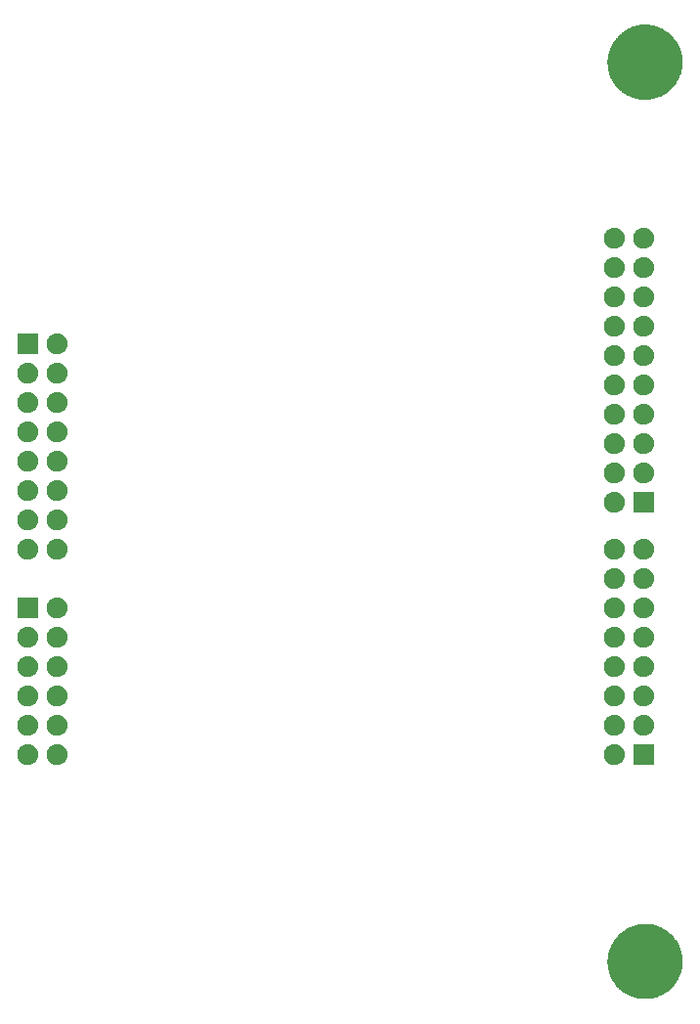
<source format=gbr>
G04 #@! TF.GenerationSoftware,KiCad,Pcbnew,(5.99.0-73-g24ea8f970)*
G04 #@! TF.CreationDate,2019-09-05T17:19:17-04:00*
G04 #@! TF.ProjectId,headers,68656164-6572-4732-9e6b-696361645f70,rev?*
G04 #@! TF.SameCoordinates,Original*
G04 #@! TF.FileFunction,Soldermask,Top*
G04 #@! TF.FilePolarity,Negative*
%FSLAX46Y46*%
G04 Gerber Fmt 4.6, Leading zero omitted, Abs format (unit mm)*
G04 Created by KiCad (PCBNEW (5.99.0-73-g24ea8f970)) date 2019-09-05 17:19:17*
%MOMM*%
%LPD*%
G04 APERTURE LIST*
%ADD10C,0.100000*%
G04 APERTURE END LIST*
D10*
G36*
X146446667Y-125212589D02*
G01*
X146587757Y-125217146D01*
X146625914Y-125222611D01*
X146661246Y-125224586D01*
X146799345Y-125247448D01*
X146941950Y-125267871D01*
X146976521Y-125276779D01*
X147008636Y-125282096D01*
X147146148Y-125320490D01*
X147288439Y-125357156D01*
X147319161Y-125368795D01*
X147347780Y-125376786D01*
X147482916Y-125430837D01*
X147623037Y-125483924D01*
X147649766Y-125497572D01*
X147674719Y-125507553D01*
X147805669Y-125577181D01*
X147941704Y-125646643D01*
X147964392Y-125661575D01*
X147985611Y-125672857D01*
X148110567Y-125757777D01*
X148240590Y-125843349D01*
X148259306Y-125858859D01*
X148276833Y-125870771D01*
X148393929Y-125970427D01*
X148516086Y-126071664D01*
X148531016Y-126087098D01*
X148544992Y-126098992D01*
X148652475Y-126212653D01*
X148764865Y-126328832D01*
X148776269Y-126343561D01*
X148786924Y-126354828D01*
X148883102Y-126481538D01*
X148983920Y-126611747D01*
X148992151Y-126625205D01*
X148999815Y-126635302D01*
X149083089Y-126773893D01*
X149170608Y-126916991D01*
X149176102Y-126928692D01*
X149181162Y-126937114D01*
X149249935Y-127085952D01*
X149322672Y-127240877D01*
X149325930Y-127250420D01*
X149328859Y-127256759D01*
X149381778Y-127414004D01*
X149438277Y-127579494D01*
X149439850Y-127586559D01*
X149441174Y-127590494D01*
X149477088Y-127753840D01*
X149516025Y-127928753D01*
X149516501Y-127933104D01*
X149516783Y-127934384D01*
X149534094Y-128093740D01*
X149554979Y-128284433D01*
X149554658Y-128321243D01*
X149553477Y-128659470D01*
X149551562Y-128676025D01*
X149551411Y-128693277D01*
X149531018Y-128853582D01*
X149513032Y-129009028D01*
X149508965Y-129026928D01*
X149506256Y-129048224D01*
X149469087Y-129202450D01*
X149435021Y-129352392D01*
X149428123Y-129372427D01*
X149422424Y-129396072D01*
X149369560Y-129542507D01*
X149320382Y-129685330D01*
X149310147Y-129707081D01*
X149300927Y-129732620D01*
X149233639Y-129869669D01*
X149170462Y-130003927D01*
X149156453Y-130026878D01*
X149143233Y-130053803D01*
X149062856Y-130180213D01*
X148987005Y-130304477D01*
X148968874Y-130328021D01*
X148951247Y-130355743D01*
X148859289Y-130470320D01*
X148772166Y-130583452D01*
X148749630Y-130606952D01*
X148727287Y-130634791D01*
X148625342Y-130736558D01*
X148528444Y-130837602D01*
X148501331Y-130860352D01*
X148474058Y-130887578D01*
X148363832Y-130975728D01*
X148258714Y-131063933D01*
X148226941Y-131085203D01*
X148194620Y-131111051D01*
X148077792Y-131185049D01*
X147966111Y-131259813D01*
X147929717Y-131278840D01*
X147892346Y-131302510D01*
X147770691Y-131361977D01*
X147654064Y-131422948D01*
X147613178Y-131438971D01*
X147570888Y-131459643D01*
X147446156Y-131504426D01*
X147326227Y-131551426D01*
X147281109Y-131563684D01*
X147234128Y-131580552D01*
X147107997Y-131610717D01*
X146986425Y-131643747D01*
X146937456Y-131651503D01*
X146886134Y-131663777D01*
X146760308Y-131679561D01*
X146638649Y-131698830D01*
X146586279Y-131701391D01*
X146531109Y-131708312D01*
X146407186Y-131710151D01*
X146286953Y-131716031D01*
X146231780Y-131712753D01*
X146173341Y-131713620D01*
X146052789Y-131702119D01*
X145935467Y-131695148D01*
X145878192Y-131685461D01*
X145817151Y-131679637D01*
X145701359Y-131655552D01*
X145588272Y-131636425D01*
X145529643Y-131619835D01*
X145466842Y-131606772D01*
X145357129Y-131571018D01*
X145249459Y-131540551D01*
X145190333Y-131516663D01*
X145126643Y-131495907D01*
X145024112Y-131449505D01*
X144922994Y-131408650D01*
X144864297Y-131377177D01*
X144800665Y-131348379D01*
X144706282Y-131292450D01*
X144612665Y-131242253D01*
X144555380Y-131203030D01*
X144492844Y-131165972D01*
X144407453Y-131101741D01*
X144322133Y-131043322D01*
X144267260Y-130996290D01*
X144206899Y-130950887D01*
X144131145Y-130879624D01*
X144054778Y-130814170D01*
X144003368Y-130759424D01*
X143946283Y-130705724D01*
X143880667Y-130628761D01*
X143813742Y-130557494D01*
X143766832Y-130495242D01*
X143714143Y-130433442D01*
X143658961Y-130352092D01*
X143601833Y-130276280D01*
X143560476Y-130206903D01*
X143513284Y-130137332D01*
X143468694Y-130052939D01*
X143421534Y-129973827D01*
X143386730Y-129897809D01*
X143346131Y-129820968D01*
X143312116Y-129734835D01*
X143274956Y-129653671D01*
X143247672Y-129571652D01*
X143214704Y-129488172D01*
X143191097Y-129401584D01*
X143163812Y-129319562D01*
X143144947Y-129232307D01*
X143120589Y-129142964D01*
X143107067Y-129057107D01*
X143089400Y-128975392D01*
X143079773Y-128883799D01*
X143064924Y-128789513D01*
X143061038Y-128705545D01*
X143052594Y-128625210D01*
X143052925Y-128530273D01*
X143048381Y-128432089D01*
X143053551Y-128351041D01*
X143053823Y-128273103D01*
X143064719Y-128175963D01*
X143071159Y-128075007D01*
X143084704Y-127997799D01*
X143093075Y-127923167D01*
X143115017Y-127825003D01*
X143132985Y-127722582D01*
X143154117Y-127650080D01*
X143169885Y-127579539D01*
X143203213Y-127481639D01*
X143233109Y-127379069D01*
X143260981Y-127311945D01*
X143283358Y-127246214D01*
X143328255Y-127149932D01*
X143370325Y-127048617D01*
X143404027Y-126987440D01*
X143432171Y-126927085D01*
X143488658Y-126833814D01*
X143542973Y-126735219D01*
X143581549Y-126680433D01*
X143614574Y-126625902D01*
X143682526Y-126537024D01*
X143748970Y-126442659D01*
X143791430Y-126394582D01*
X143828442Y-126346172D01*
X143907554Y-126263096D01*
X143985826Y-126174470D01*
X144031203Y-126133253D01*
X144071270Y-126091178D01*
X144161050Y-126015308D01*
X144250682Y-125933892D01*
X144297995Y-125899580D01*
X144340206Y-125863909D01*
X144439987Y-125796606D01*
X144540337Y-125723831D01*
X144588668Y-125696320D01*
X144632130Y-125667004D01*
X144741095Y-125609553D01*
X144851295Y-125546824D01*
X144899731Y-125525914D01*
X144943599Y-125502785D01*
X145060745Y-125456404D01*
X145179798Y-125405008D01*
X145227524Y-125390371D01*
X145270992Y-125373161D01*
X145395174Y-125338955D01*
X145521879Y-125300097D01*
X145568123Y-125291317D01*
X145610466Y-125279654D01*
X145740405Y-125258608D01*
X145873407Y-125233357D01*
X145917495Y-125229926D01*
X145958046Y-125223358D01*
X146092288Y-125216323D01*
X146230136Y-125205595D01*
X146271499Y-125206931D01*
X146309682Y-125204930D01*
X146446667Y-125212589D01*
X146446667Y-125212589D01*
G37*
G36*
X147026999Y-109651705D02*
G01*
X147027000Y-109651705D01*
X147046821Y-109655648D01*
X147063625Y-109666875D01*
X147074852Y-109683679D01*
X147081283Y-109716009D01*
X147081283Y-111390991D01*
X147078795Y-111403499D01*
X147078795Y-111403500D01*
X147074852Y-111423321D01*
X147063625Y-111440125D01*
X147046821Y-111451352D01*
X147027000Y-111455295D01*
X147026999Y-111455295D01*
X147014491Y-111457783D01*
X145339509Y-111457783D01*
X145327001Y-111455295D01*
X145327000Y-111455295D01*
X145307179Y-111451352D01*
X145290375Y-111440125D01*
X145279148Y-111423321D01*
X145275205Y-111403500D01*
X145275205Y-111403499D01*
X145272717Y-111390991D01*
X145272717Y-109716009D01*
X145279148Y-109683679D01*
X145290375Y-109666875D01*
X145307179Y-109655648D01*
X145327000Y-109651705D01*
X145327001Y-109651705D01*
X145339509Y-109649217D01*
X147014491Y-109649217D01*
X147026999Y-109651705D01*
X147026999Y-109651705D01*
G37*
G36*
X93025318Y-109667532D02*
G01*
X93106270Y-109693835D01*
X93193582Y-109721532D01*
X93196572Y-109723176D01*
X93205406Y-109726046D01*
X93277378Y-109767599D01*
X93348388Y-109806637D01*
X93355875Y-109812919D01*
X93369393Y-109820724D01*
X93427111Y-109872694D01*
X93483715Y-109920190D01*
X93493822Y-109932760D01*
X93510112Y-109947428D01*
X93552278Y-110005465D01*
X93594409Y-110057865D01*
X93604827Y-110077792D01*
X93621412Y-110100620D01*
X93648112Y-110160588D01*
X93676254Y-110214419D01*
X93684396Y-110242083D01*
X93698430Y-110273604D01*
X93710797Y-110331787D01*
X93726132Y-110383891D01*
X93729321Y-110418937D01*
X93737799Y-110458822D01*
X93737799Y-110512095D01*
X93742142Y-110559819D01*
X93737799Y-110601142D01*
X93737799Y-110648178D01*
X93728020Y-110694183D01*
X93723677Y-110735509D01*
X93709506Y-110781288D01*
X93698430Y-110833396D01*
X93681842Y-110870652D01*
X93671438Y-110904263D01*
X93645610Y-110952031D01*
X93621412Y-111006381D01*
X93601129Y-111034297D01*
X93587414Y-111059664D01*
X93548698Y-111106462D01*
X93510112Y-111159572D01*
X93489140Y-111178455D01*
X93474810Y-111195777D01*
X93422712Y-111238268D01*
X93369393Y-111286276D01*
X93350410Y-111297236D01*
X93337912Y-111307429D01*
X93272677Y-111342115D01*
X93205406Y-111380954D01*
X93190558Y-111385778D01*
X93181932Y-111390365D01*
X93104384Y-111413778D01*
X93025318Y-111439468D01*
X93016077Y-111440439D01*
X93012812Y-111441425D01*
X92921679Y-111450361D01*
X92884201Y-111454300D01*
X92789799Y-111454300D01*
X92648682Y-111439468D01*
X92567730Y-111413165D01*
X92480418Y-111385468D01*
X92477428Y-111383824D01*
X92468594Y-111380954D01*
X92396622Y-111339401D01*
X92325612Y-111300363D01*
X92318125Y-111294081D01*
X92304607Y-111286276D01*
X92246889Y-111234306D01*
X92190285Y-111186810D01*
X92180178Y-111174240D01*
X92163888Y-111159572D01*
X92121722Y-111101535D01*
X92079591Y-111049135D01*
X92069173Y-111029208D01*
X92052588Y-111006380D01*
X92025888Y-110946412D01*
X91997746Y-110892581D01*
X91989604Y-110864917D01*
X91975570Y-110833396D01*
X91963203Y-110775213D01*
X91947868Y-110723109D01*
X91944679Y-110688063D01*
X91936201Y-110648178D01*
X91936201Y-110594905D01*
X91931858Y-110547181D01*
X91936201Y-110505860D01*
X91936201Y-110458822D01*
X91945981Y-110412812D01*
X91950324Y-110371488D01*
X91964494Y-110325713D01*
X91975570Y-110273604D01*
X91992158Y-110236348D01*
X92002562Y-110202737D01*
X92028390Y-110154969D01*
X92052588Y-110100619D01*
X92072871Y-110072703D01*
X92086586Y-110047336D01*
X92125302Y-110000538D01*
X92163888Y-109947428D01*
X92184860Y-109928545D01*
X92199190Y-109911223D01*
X92251288Y-109868732D01*
X92304607Y-109820724D01*
X92323590Y-109809764D01*
X92336088Y-109799571D01*
X92401323Y-109764885D01*
X92468594Y-109726046D01*
X92483442Y-109721222D01*
X92492068Y-109716635D01*
X92569616Y-109693222D01*
X92648682Y-109667532D01*
X92657923Y-109666561D01*
X92661188Y-109665575D01*
X92752321Y-109656639D01*
X92789799Y-109652700D01*
X92884201Y-109652700D01*
X93025318Y-109667532D01*
X93025318Y-109667532D01*
G37*
G36*
X95565318Y-109667532D02*
G01*
X95646270Y-109693835D01*
X95733582Y-109721532D01*
X95736572Y-109723176D01*
X95745406Y-109726046D01*
X95817378Y-109767599D01*
X95888388Y-109806637D01*
X95895875Y-109812919D01*
X95909393Y-109820724D01*
X95967111Y-109872694D01*
X96023715Y-109920190D01*
X96033822Y-109932760D01*
X96050112Y-109947428D01*
X96092278Y-110005465D01*
X96134409Y-110057865D01*
X96144827Y-110077792D01*
X96161412Y-110100620D01*
X96188112Y-110160588D01*
X96216254Y-110214419D01*
X96224396Y-110242083D01*
X96238430Y-110273604D01*
X96250797Y-110331787D01*
X96266132Y-110383891D01*
X96269321Y-110418937D01*
X96277799Y-110458822D01*
X96277799Y-110512095D01*
X96282142Y-110559819D01*
X96277799Y-110601142D01*
X96277799Y-110648178D01*
X96268020Y-110694183D01*
X96263677Y-110735509D01*
X96249506Y-110781288D01*
X96238430Y-110833396D01*
X96221842Y-110870652D01*
X96211438Y-110904263D01*
X96185610Y-110952031D01*
X96161412Y-111006381D01*
X96141129Y-111034297D01*
X96127414Y-111059664D01*
X96088698Y-111106462D01*
X96050112Y-111159572D01*
X96029140Y-111178455D01*
X96014810Y-111195777D01*
X95962712Y-111238268D01*
X95909393Y-111286276D01*
X95890410Y-111297236D01*
X95877912Y-111307429D01*
X95812677Y-111342115D01*
X95745406Y-111380954D01*
X95730558Y-111385778D01*
X95721932Y-111390365D01*
X95644384Y-111413778D01*
X95565318Y-111439468D01*
X95556077Y-111440439D01*
X95552812Y-111441425D01*
X95461679Y-111450361D01*
X95424201Y-111454300D01*
X95329799Y-111454300D01*
X95188682Y-111439468D01*
X95107730Y-111413165D01*
X95020418Y-111385468D01*
X95017428Y-111383824D01*
X95008594Y-111380954D01*
X94936622Y-111339401D01*
X94865612Y-111300363D01*
X94858125Y-111294081D01*
X94844607Y-111286276D01*
X94786889Y-111234306D01*
X94730285Y-111186810D01*
X94720178Y-111174240D01*
X94703888Y-111159572D01*
X94661722Y-111101535D01*
X94619591Y-111049135D01*
X94609173Y-111029208D01*
X94592588Y-111006380D01*
X94565888Y-110946412D01*
X94537746Y-110892581D01*
X94529604Y-110864917D01*
X94515570Y-110833396D01*
X94503203Y-110775213D01*
X94487868Y-110723109D01*
X94484679Y-110688063D01*
X94476201Y-110648178D01*
X94476201Y-110594905D01*
X94471858Y-110547181D01*
X94476201Y-110505860D01*
X94476201Y-110458822D01*
X94485981Y-110412812D01*
X94490324Y-110371488D01*
X94504494Y-110325713D01*
X94515570Y-110273604D01*
X94532158Y-110236348D01*
X94542562Y-110202737D01*
X94568390Y-110154969D01*
X94592588Y-110100619D01*
X94612871Y-110072703D01*
X94626586Y-110047336D01*
X94665302Y-110000538D01*
X94703888Y-109947428D01*
X94724860Y-109928545D01*
X94739190Y-109911223D01*
X94791288Y-109868732D01*
X94844607Y-109820724D01*
X94863590Y-109809764D01*
X94876088Y-109799571D01*
X94941323Y-109764885D01*
X95008594Y-109726046D01*
X95023442Y-109721222D01*
X95032068Y-109716635D01*
X95109616Y-109693222D01*
X95188682Y-109667532D01*
X95197923Y-109666561D01*
X95201188Y-109665575D01*
X95292321Y-109656639D01*
X95329799Y-109652700D01*
X95424201Y-109652700D01*
X95565318Y-109667532D01*
X95565318Y-109667532D01*
G37*
G36*
X143825318Y-109667532D02*
G01*
X143906270Y-109693835D01*
X143993582Y-109721532D01*
X143996572Y-109723176D01*
X144005406Y-109726046D01*
X144077378Y-109767599D01*
X144148388Y-109806637D01*
X144155875Y-109812919D01*
X144169393Y-109820724D01*
X144227111Y-109872694D01*
X144283715Y-109920190D01*
X144293822Y-109932760D01*
X144310112Y-109947428D01*
X144352278Y-110005465D01*
X144394409Y-110057865D01*
X144404827Y-110077792D01*
X144421412Y-110100620D01*
X144448112Y-110160588D01*
X144476254Y-110214419D01*
X144484396Y-110242083D01*
X144498430Y-110273604D01*
X144510797Y-110331787D01*
X144526132Y-110383891D01*
X144529321Y-110418937D01*
X144537799Y-110458822D01*
X144537799Y-110512095D01*
X144542142Y-110559819D01*
X144537799Y-110601142D01*
X144537799Y-110648178D01*
X144528020Y-110694183D01*
X144523677Y-110735509D01*
X144509506Y-110781288D01*
X144498430Y-110833396D01*
X144481842Y-110870652D01*
X144471438Y-110904263D01*
X144445610Y-110952031D01*
X144421412Y-111006381D01*
X144401129Y-111034297D01*
X144387414Y-111059664D01*
X144348698Y-111106462D01*
X144310112Y-111159572D01*
X144289140Y-111178455D01*
X144274810Y-111195777D01*
X144222712Y-111238268D01*
X144169393Y-111286276D01*
X144150410Y-111297236D01*
X144137912Y-111307429D01*
X144072677Y-111342115D01*
X144005406Y-111380954D01*
X143990558Y-111385778D01*
X143981932Y-111390365D01*
X143904384Y-111413778D01*
X143825318Y-111439468D01*
X143816077Y-111440439D01*
X143812812Y-111441425D01*
X143721679Y-111450361D01*
X143684201Y-111454300D01*
X143589799Y-111454300D01*
X143448682Y-111439468D01*
X143367730Y-111413165D01*
X143280418Y-111385468D01*
X143277428Y-111383824D01*
X143268594Y-111380954D01*
X143196622Y-111339401D01*
X143125612Y-111300363D01*
X143118125Y-111294081D01*
X143104607Y-111286276D01*
X143046889Y-111234306D01*
X142990285Y-111186810D01*
X142980178Y-111174240D01*
X142963888Y-111159572D01*
X142921722Y-111101535D01*
X142879591Y-111049135D01*
X142869173Y-111029208D01*
X142852588Y-111006380D01*
X142825888Y-110946412D01*
X142797746Y-110892581D01*
X142789604Y-110864917D01*
X142775570Y-110833396D01*
X142763203Y-110775213D01*
X142747868Y-110723109D01*
X142744679Y-110688063D01*
X142736201Y-110648178D01*
X142736201Y-110594905D01*
X142731858Y-110547181D01*
X142736201Y-110505860D01*
X142736201Y-110458822D01*
X142745981Y-110412812D01*
X142750324Y-110371488D01*
X142764494Y-110325713D01*
X142775570Y-110273604D01*
X142792158Y-110236348D01*
X142802562Y-110202737D01*
X142828390Y-110154969D01*
X142852588Y-110100619D01*
X142872871Y-110072703D01*
X142886586Y-110047336D01*
X142925302Y-110000538D01*
X142963888Y-109947428D01*
X142984860Y-109928545D01*
X142999190Y-109911223D01*
X143051288Y-109868732D01*
X143104607Y-109820724D01*
X143123590Y-109809764D01*
X143136088Y-109799571D01*
X143201323Y-109764885D01*
X143268594Y-109726046D01*
X143283442Y-109721222D01*
X143292068Y-109716635D01*
X143369616Y-109693222D01*
X143448682Y-109667532D01*
X143457923Y-109666561D01*
X143461188Y-109665575D01*
X143552321Y-109656639D01*
X143589799Y-109652700D01*
X143684201Y-109652700D01*
X143825318Y-109667532D01*
X143825318Y-109667532D01*
G37*
G36*
X146365318Y-107127532D02*
G01*
X146446270Y-107153835D01*
X146533582Y-107181532D01*
X146536572Y-107183176D01*
X146545406Y-107186046D01*
X146617378Y-107227599D01*
X146688388Y-107266637D01*
X146695875Y-107272919D01*
X146709393Y-107280724D01*
X146767111Y-107332694D01*
X146823715Y-107380190D01*
X146833822Y-107392760D01*
X146850112Y-107407428D01*
X146892278Y-107465465D01*
X146934409Y-107517865D01*
X146944827Y-107537792D01*
X146961412Y-107560620D01*
X146988112Y-107620588D01*
X147016254Y-107674419D01*
X147024396Y-107702083D01*
X147038430Y-107733604D01*
X147050797Y-107791787D01*
X147066132Y-107843891D01*
X147069321Y-107878937D01*
X147077799Y-107918822D01*
X147077799Y-107972095D01*
X147082142Y-108019819D01*
X147077799Y-108061142D01*
X147077799Y-108108178D01*
X147068020Y-108154183D01*
X147063677Y-108195509D01*
X147049506Y-108241288D01*
X147038430Y-108293396D01*
X147021842Y-108330652D01*
X147011438Y-108364263D01*
X146985610Y-108412031D01*
X146961412Y-108466381D01*
X146941129Y-108494297D01*
X146927414Y-108519664D01*
X146888698Y-108566462D01*
X146850112Y-108619572D01*
X146829140Y-108638455D01*
X146814810Y-108655777D01*
X146762712Y-108698268D01*
X146709393Y-108746276D01*
X146690410Y-108757236D01*
X146677912Y-108767429D01*
X146612677Y-108802115D01*
X146545406Y-108840954D01*
X146530558Y-108845778D01*
X146521932Y-108850365D01*
X146444384Y-108873778D01*
X146365318Y-108899468D01*
X146356077Y-108900439D01*
X146352812Y-108901425D01*
X146261679Y-108910361D01*
X146224201Y-108914300D01*
X146129799Y-108914300D01*
X145988682Y-108899468D01*
X145907730Y-108873165D01*
X145820418Y-108845468D01*
X145817428Y-108843824D01*
X145808594Y-108840954D01*
X145736622Y-108799401D01*
X145665612Y-108760363D01*
X145658125Y-108754081D01*
X145644607Y-108746276D01*
X145586889Y-108694306D01*
X145530285Y-108646810D01*
X145520178Y-108634240D01*
X145503888Y-108619572D01*
X145461722Y-108561535D01*
X145419591Y-108509135D01*
X145409173Y-108489208D01*
X145392588Y-108466380D01*
X145365888Y-108406412D01*
X145337746Y-108352581D01*
X145329604Y-108324917D01*
X145315570Y-108293396D01*
X145303203Y-108235213D01*
X145287868Y-108183109D01*
X145284679Y-108148063D01*
X145276201Y-108108178D01*
X145276201Y-108054905D01*
X145271858Y-108007181D01*
X145276201Y-107965860D01*
X145276201Y-107918822D01*
X145285981Y-107872812D01*
X145290324Y-107831488D01*
X145304494Y-107785713D01*
X145315570Y-107733604D01*
X145332158Y-107696348D01*
X145342562Y-107662737D01*
X145368390Y-107614969D01*
X145392588Y-107560619D01*
X145412871Y-107532703D01*
X145426586Y-107507336D01*
X145465302Y-107460538D01*
X145503888Y-107407428D01*
X145524860Y-107388545D01*
X145539190Y-107371223D01*
X145591288Y-107328732D01*
X145644607Y-107280724D01*
X145663590Y-107269764D01*
X145676088Y-107259571D01*
X145741323Y-107224885D01*
X145808594Y-107186046D01*
X145823442Y-107181222D01*
X145832068Y-107176635D01*
X145909616Y-107153222D01*
X145988682Y-107127532D01*
X145997923Y-107126561D01*
X146001188Y-107125575D01*
X146092321Y-107116639D01*
X146129799Y-107112700D01*
X146224201Y-107112700D01*
X146365318Y-107127532D01*
X146365318Y-107127532D01*
G37*
G36*
X143825318Y-107127532D02*
G01*
X143906270Y-107153835D01*
X143993582Y-107181532D01*
X143996572Y-107183176D01*
X144005406Y-107186046D01*
X144077378Y-107227599D01*
X144148388Y-107266637D01*
X144155875Y-107272919D01*
X144169393Y-107280724D01*
X144227111Y-107332694D01*
X144283715Y-107380190D01*
X144293822Y-107392760D01*
X144310112Y-107407428D01*
X144352278Y-107465465D01*
X144394409Y-107517865D01*
X144404827Y-107537792D01*
X144421412Y-107560620D01*
X144448112Y-107620588D01*
X144476254Y-107674419D01*
X144484396Y-107702083D01*
X144498430Y-107733604D01*
X144510797Y-107791787D01*
X144526132Y-107843891D01*
X144529321Y-107878937D01*
X144537799Y-107918822D01*
X144537799Y-107972095D01*
X144542142Y-108019819D01*
X144537799Y-108061142D01*
X144537799Y-108108178D01*
X144528020Y-108154183D01*
X144523677Y-108195509D01*
X144509506Y-108241288D01*
X144498430Y-108293396D01*
X144481842Y-108330652D01*
X144471438Y-108364263D01*
X144445610Y-108412031D01*
X144421412Y-108466381D01*
X144401129Y-108494297D01*
X144387414Y-108519664D01*
X144348698Y-108566462D01*
X144310112Y-108619572D01*
X144289140Y-108638455D01*
X144274810Y-108655777D01*
X144222712Y-108698268D01*
X144169393Y-108746276D01*
X144150410Y-108757236D01*
X144137912Y-108767429D01*
X144072677Y-108802115D01*
X144005406Y-108840954D01*
X143990558Y-108845778D01*
X143981932Y-108850365D01*
X143904384Y-108873778D01*
X143825318Y-108899468D01*
X143816077Y-108900439D01*
X143812812Y-108901425D01*
X143721679Y-108910361D01*
X143684201Y-108914300D01*
X143589799Y-108914300D01*
X143448682Y-108899468D01*
X143367730Y-108873165D01*
X143280418Y-108845468D01*
X143277428Y-108843824D01*
X143268594Y-108840954D01*
X143196622Y-108799401D01*
X143125612Y-108760363D01*
X143118125Y-108754081D01*
X143104607Y-108746276D01*
X143046889Y-108694306D01*
X142990285Y-108646810D01*
X142980178Y-108634240D01*
X142963888Y-108619572D01*
X142921722Y-108561535D01*
X142879591Y-108509135D01*
X142869173Y-108489208D01*
X142852588Y-108466380D01*
X142825888Y-108406412D01*
X142797746Y-108352581D01*
X142789604Y-108324917D01*
X142775570Y-108293396D01*
X142763203Y-108235213D01*
X142747868Y-108183109D01*
X142744679Y-108148063D01*
X142736201Y-108108178D01*
X142736201Y-108054905D01*
X142731858Y-108007181D01*
X142736201Y-107965860D01*
X142736201Y-107918822D01*
X142745981Y-107872812D01*
X142750324Y-107831488D01*
X142764494Y-107785713D01*
X142775570Y-107733604D01*
X142792158Y-107696348D01*
X142802562Y-107662737D01*
X142828390Y-107614969D01*
X142852588Y-107560619D01*
X142872871Y-107532703D01*
X142886586Y-107507336D01*
X142925302Y-107460538D01*
X142963888Y-107407428D01*
X142984860Y-107388545D01*
X142999190Y-107371223D01*
X143051288Y-107328732D01*
X143104607Y-107280724D01*
X143123590Y-107269764D01*
X143136088Y-107259571D01*
X143201323Y-107224885D01*
X143268594Y-107186046D01*
X143283442Y-107181222D01*
X143292068Y-107176635D01*
X143369616Y-107153222D01*
X143448682Y-107127532D01*
X143457923Y-107126561D01*
X143461188Y-107125575D01*
X143552321Y-107116639D01*
X143589799Y-107112700D01*
X143684201Y-107112700D01*
X143825318Y-107127532D01*
X143825318Y-107127532D01*
G37*
G36*
X95565318Y-107127532D02*
G01*
X95646270Y-107153835D01*
X95733582Y-107181532D01*
X95736572Y-107183176D01*
X95745406Y-107186046D01*
X95817378Y-107227599D01*
X95888388Y-107266637D01*
X95895875Y-107272919D01*
X95909393Y-107280724D01*
X95967111Y-107332694D01*
X96023715Y-107380190D01*
X96033822Y-107392760D01*
X96050112Y-107407428D01*
X96092278Y-107465465D01*
X96134409Y-107517865D01*
X96144827Y-107537792D01*
X96161412Y-107560620D01*
X96188112Y-107620588D01*
X96216254Y-107674419D01*
X96224396Y-107702083D01*
X96238430Y-107733604D01*
X96250797Y-107791787D01*
X96266132Y-107843891D01*
X96269321Y-107878937D01*
X96277799Y-107918822D01*
X96277799Y-107972095D01*
X96282142Y-108019819D01*
X96277799Y-108061142D01*
X96277799Y-108108178D01*
X96268020Y-108154183D01*
X96263677Y-108195509D01*
X96249506Y-108241288D01*
X96238430Y-108293396D01*
X96221842Y-108330652D01*
X96211438Y-108364263D01*
X96185610Y-108412031D01*
X96161412Y-108466381D01*
X96141129Y-108494297D01*
X96127414Y-108519664D01*
X96088698Y-108566462D01*
X96050112Y-108619572D01*
X96029140Y-108638455D01*
X96014810Y-108655777D01*
X95962712Y-108698268D01*
X95909393Y-108746276D01*
X95890410Y-108757236D01*
X95877912Y-108767429D01*
X95812677Y-108802115D01*
X95745406Y-108840954D01*
X95730558Y-108845778D01*
X95721932Y-108850365D01*
X95644384Y-108873778D01*
X95565318Y-108899468D01*
X95556077Y-108900439D01*
X95552812Y-108901425D01*
X95461679Y-108910361D01*
X95424201Y-108914300D01*
X95329799Y-108914300D01*
X95188682Y-108899468D01*
X95107730Y-108873165D01*
X95020418Y-108845468D01*
X95017428Y-108843824D01*
X95008594Y-108840954D01*
X94936622Y-108799401D01*
X94865612Y-108760363D01*
X94858125Y-108754081D01*
X94844607Y-108746276D01*
X94786889Y-108694306D01*
X94730285Y-108646810D01*
X94720178Y-108634240D01*
X94703888Y-108619572D01*
X94661722Y-108561535D01*
X94619591Y-108509135D01*
X94609173Y-108489208D01*
X94592588Y-108466380D01*
X94565888Y-108406412D01*
X94537746Y-108352581D01*
X94529604Y-108324917D01*
X94515570Y-108293396D01*
X94503203Y-108235213D01*
X94487868Y-108183109D01*
X94484679Y-108148063D01*
X94476201Y-108108178D01*
X94476201Y-108054905D01*
X94471858Y-108007181D01*
X94476201Y-107965860D01*
X94476201Y-107918822D01*
X94485981Y-107872812D01*
X94490324Y-107831488D01*
X94504494Y-107785713D01*
X94515570Y-107733604D01*
X94532158Y-107696348D01*
X94542562Y-107662737D01*
X94568390Y-107614969D01*
X94592588Y-107560619D01*
X94612871Y-107532703D01*
X94626586Y-107507336D01*
X94665302Y-107460538D01*
X94703888Y-107407428D01*
X94724860Y-107388545D01*
X94739190Y-107371223D01*
X94791288Y-107328732D01*
X94844607Y-107280724D01*
X94863590Y-107269764D01*
X94876088Y-107259571D01*
X94941323Y-107224885D01*
X95008594Y-107186046D01*
X95023442Y-107181222D01*
X95032068Y-107176635D01*
X95109616Y-107153222D01*
X95188682Y-107127532D01*
X95197923Y-107126561D01*
X95201188Y-107125575D01*
X95292321Y-107116639D01*
X95329799Y-107112700D01*
X95424201Y-107112700D01*
X95565318Y-107127532D01*
X95565318Y-107127532D01*
G37*
G36*
X93025318Y-107127532D02*
G01*
X93106270Y-107153835D01*
X93193582Y-107181532D01*
X93196572Y-107183176D01*
X93205406Y-107186046D01*
X93277378Y-107227599D01*
X93348388Y-107266637D01*
X93355875Y-107272919D01*
X93369393Y-107280724D01*
X93427111Y-107332694D01*
X93483715Y-107380190D01*
X93493822Y-107392760D01*
X93510112Y-107407428D01*
X93552278Y-107465465D01*
X93594409Y-107517865D01*
X93604827Y-107537792D01*
X93621412Y-107560620D01*
X93648112Y-107620588D01*
X93676254Y-107674419D01*
X93684396Y-107702083D01*
X93698430Y-107733604D01*
X93710797Y-107791787D01*
X93726132Y-107843891D01*
X93729321Y-107878937D01*
X93737799Y-107918822D01*
X93737799Y-107972095D01*
X93742142Y-108019819D01*
X93737799Y-108061142D01*
X93737799Y-108108178D01*
X93728020Y-108154183D01*
X93723677Y-108195509D01*
X93709506Y-108241288D01*
X93698430Y-108293396D01*
X93681842Y-108330652D01*
X93671438Y-108364263D01*
X93645610Y-108412031D01*
X93621412Y-108466381D01*
X93601129Y-108494297D01*
X93587414Y-108519664D01*
X93548698Y-108566462D01*
X93510112Y-108619572D01*
X93489140Y-108638455D01*
X93474810Y-108655777D01*
X93422712Y-108698268D01*
X93369393Y-108746276D01*
X93350410Y-108757236D01*
X93337912Y-108767429D01*
X93272677Y-108802115D01*
X93205406Y-108840954D01*
X93190558Y-108845778D01*
X93181932Y-108850365D01*
X93104384Y-108873778D01*
X93025318Y-108899468D01*
X93016077Y-108900439D01*
X93012812Y-108901425D01*
X92921679Y-108910361D01*
X92884201Y-108914300D01*
X92789799Y-108914300D01*
X92648682Y-108899468D01*
X92567730Y-108873165D01*
X92480418Y-108845468D01*
X92477428Y-108843824D01*
X92468594Y-108840954D01*
X92396622Y-108799401D01*
X92325612Y-108760363D01*
X92318125Y-108754081D01*
X92304607Y-108746276D01*
X92246889Y-108694306D01*
X92190285Y-108646810D01*
X92180178Y-108634240D01*
X92163888Y-108619572D01*
X92121722Y-108561535D01*
X92079591Y-108509135D01*
X92069173Y-108489208D01*
X92052588Y-108466380D01*
X92025888Y-108406412D01*
X91997746Y-108352581D01*
X91989604Y-108324917D01*
X91975570Y-108293396D01*
X91963203Y-108235213D01*
X91947868Y-108183109D01*
X91944679Y-108148063D01*
X91936201Y-108108178D01*
X91936201Y-108054905D01*
X91931858Y-108007181D01*
X91936201Y-107965860D01*
X91936201Y-107918822D01*
X91945981Y-107872812D01*
X91950324Y-107831488D01*
X91964494Y-107785713D01*
X91975570Y-107733604D01*
X91992158Y-107696348D01*
X92002562Y-107662737D01*
X92028390Y-107614969D01*
X92052588Y-107560619D01*
X92072871Y-107532703D01*
X92086586Y-107507336D01*
X92125302Y-107460538D01*
X92163888Y-107407428D01*
X92184860Y-107388545D01*
X92199190Y-107371223D01*
X92251288Y-107328732D01*
X92304607Y-107280724D01*
X92323590Y-107269764D01*
X92336088Y-107259571D01*
X92401323Y-107224885D01*
X92468594Y-107186046D01*
X92483442Y-107181222D01*
X92492068Y-107176635D01*
X92569616Y-107153222D01*
X92648682Y-107127532D01*
X92657923Y-107126561D01*
X92661188Y-107125575D01*
X92752321Y-107116639D01*
X92789799Y-107112700D01*
X92884201Y-107112700D01*
X93025318Y-107127532D01*
X93025318Y-107127532D01*
G37*
G36*
X146365318Y-104587532D02*
G01*
X146446270Y-104613835D01*
X146533582Y-104641532D01*
X146536572Y-104643176D01*
X146545406Y-104646046D01*
X146617378Y-104687599D01*
X146688388Y-104726637D01*
X146695875Y-104732919D01*
X146709393Y-104740724D01*
X146767111Y-104792694D01*
X146823715Y-104840190D01*
X146833822Y-104852760D01*
X146850112Y-104867428D01*
X146892278Y-104925465D01*
X146934409Y-104977865D01*
X146944827Y-104997792D01*
X146961412Y-105020620D01*
X146988112Y-105080588D01*
X147016254Y-105134419D01*
X147024396Y-105162083D01*
X147038430Y-105193604D01*
X147050797Y-105251787D01*
X147066132Y-105303891D01*
X147069321Y-105338937D01*
X147077799Y-105378822D01*
X147077799Y-105432095D01*
X147082142Y-105479819D01*
X147077799Y-105521142D01*
X147077799Y-105568178D01*
X147068020Y-105614183D01*
X147063677Y-105655509D01*
X147049506Y-105701288D01*
X147038430Y-105753396D01*
X147021842Y-105790652D01*
X147011438Y-105824263D01*
X146985610Y-105872031D01*
X146961412Y-105926381D01*
X146941129Y-105954297D01*
X146927414Y-105979664D01*
X146888698Y-106026462D01*
X146850112Y-106079572D01*
X146829140Y-106098455D01*
X146814810Y-106115777D01*
X146762712Y-106158268D01*
X146709393Y-106206276D01*
X146690410Y-106217236D01*
X146677912Y-106227429D01*
X146612677Y-106262115D01*
X146545406Y-106300954D01*
X146530558Y-106305778D01*
X146521932Y-106310365D01*
X146444384Y-106333778D01*
X146365318Y-106359468D01*
X146356077Y-106360439D01*
X146352812Y-106361425D01*
X146261679Y-106370361D01*
X146224201Y-106374300D01*
X146129799Y-106374300D01*
X145988682Y-106359468D01*
X145907730Y-106333165D01*
X145820418Y-106305468D01*
X145817428Y-106303824D01*
X145808594Y-106300954D01*
X145736622Y-106259401D01*
X145665612Y-106220363D01*
X145658125Y-106214081D01*
X145644607Y-106206276D01*
X145586889Y-106154306D01*
X145530285Y-106106810D01*
X145520178Y-106094240D01*
X145503888Y-106079572D01*
X145461722Y-106021535D01*
X145419591Y-105969135D01*
X145409173Y-105949208D01*
X145392588Y-105926380D01*
X145365888Y-105866412D01*
X145337746Y-105812581D01*
X145329604Y-105784917D01*
X145315570Y-105753396D01*
X145303203Y-105695213D01*
X145287868Y-105643109D01*
X145284679Y-105608063D01*
X145276201Y-105568178D01*
X145276201Y-105514905D01*
X145271858Y-105467181D01*
X145276201Y-105425860D01*
X145276201Y-105378822D01*
X145285981Y-105332812D01*
X145290324Y-105291488D01*
X145304494Y-105245713D01*
X145315570Y-105193604D01*
X145332158Y-105156348D01*
X145342562Y-105122737D01*
X145368390Y-105074969D01*
X145392588Y-105020619D01*
X145412871Y-104992703D01*
X145426586Y-104967336D01*
X145465302Y-104920538D01*
X145503888Y-104867428D01*
X145524860Y-104848545D01*
X145539190Y-104831223D01*
X145591288Y-104788732D01*
X145644607Y-104740724D01*
X145663590Y-104729764D01*
X145676088Y-104719571D01*
X145741323Y-104684885D01*
X145808594Y-104646046D01*
X145823442Y-104641222D01*
X145832068Y-104636635D01*
X145909616Y-104613222D01*
X145988682Y-104587532D01*
X145997923Y-104586561D01*
X146001188Y-104585575D01*
X146092321Y-104576639D01*
X146129799Y-104572700D01*
X146224201Y-104572700D01*
X146365318Y-104587532D01*
X146365318Y-104587532D01*
G37*
G36*
X93025318Y-104587532D02*
G01*
X93106270Y-104613835D01*
X93193582Y-104641532D01*
X93196572Y-104643176D01*
X93205406Y-104646046D01*
X93277378Y-104687599D01*
X93348388Y-104726637D01*
X93355875Y-104732919D01*
X93369393Y-104740724D01*
X93427111Y-104792694D01*
X93483715Y-104840190D01*
X93493822Y-104852760D01*
X93510112Y-104867428D01*
X93552278Y-104925465D01*
X93594409Y-104977865D01*
X93604827Y-104997792D01*
X93621412Y-105020620D01*
X93648112Y-105080588D01*
X93676254Y-105134419D01*
X93684396Y-105162083D01*
X93698430Y-105193604D01*
X93710797Y-105251787D01*
X93726132Y-105303891D01*
X93729321Y-105338937D01*
X93737799Y-105378822D01*
X93737799Y-105432095D01*
X93742142Y-105479819D01*
X93737799Y-105521142D01*
X93737799Y-105568178D01*
X93728020Y-105614183D01*
X93723677Y-105655509D01*
X93709506Y-105701288D01*
X93698430Y-105753396D01*
X93681842Y-105790652D01*
X93671438Y-105824263D01*
X93645610Y-105872031D01*
X93621412Y-105926381D01*
X93601129Y-105954297D01*
X93587414Y-105979664D01*
X93548698Y-106026462D01*
X93510112Y-106079572D01*
X93489140Y-106098455D01*
X93474810Y-106115777D01*
X93422712Y-106158268D01*
X93369393Y-106206276D01*
X93350410Y-106217236D01*
X93337912Y-106227429D01*
X93272677Y-106262115D01*
X93205406Y-106300954D01*
X93190558Y-106305778D01*
X93181932Y-106310365D01*
X93104384Y-106333778D01*
X93025318Y-106359468D01*
X93016077Y-106360439D01*
X93012812Y-106361425D01*
X92921679Y-106370361D01*
X92884201Y-106374300D01*
X92789799Y-106374300D01*
X92648682Y-106359468D01*
X92567730Y-106333165D01*
X92480418Y-106305468D01*
X92477428Y-106303824D01*
X92468594Y-106300954D01*
X92396622Y-106259401D01*
X92325612Y-106220363D01*
X92318125Y-106214081D01*
X92304607Y-106206276D01*
X92246889Y-106154306D01*
X92190285Y-106106810D01*
X92180178Y-106094240D01*
X92163888Y-106079572D01*
X92121722Y-106021535D01*
X92079591Y-105969135D01*
X92069173Y-105949208D01*
X92052588Y-105926380D01*
X92025888Y-105866412D01*
X91997746Y-105812581D01*
X91989604Y-105784917D01*
X91975570Y-105753396D01*
X91963203Y-105695213D01*
X91947868Y-105643109D01*
X91944679Y-105608063D01*
X91936201Y-105568178D01*
X91936201Y-105514905D01*
X91931858Y-105467181D01*
X91936201Y-105425860D01*
X91936201Y-105378822D01*
X91945981Y-105332812D01*
X91950324Y-105291488D01*
X91964494Y-105245713D01*
X91975570Y-105193604D01*
X91992158Y-105156348D01*
X92002562Y-105122737D01*
X92028390Y-105074969D01*
X92052588Y-105020619D01*
X92072871Y-104992703D01*
X92086586Y-104967336D01*
X92125302Y-104920538D01*
X92163888Y-104867428D01*
X92184860Y-104848545D01*
X92199190Y-104831223D01*
X92251288Y-104788732D01*
X92304607Y-104740724D01*
X92323590Y-104729764D01*
X92336088Y-104719571D01*
X92401323Y-104684885D01*
X92468594Y-104646046D01*
X92483442Y-104641222D01*
X92492068Y-104636635D01*
X92569616Y-104613222D01*
X92648682Y-104587532D01*
X92657923Y-104586561D01*
X92661188Y-104585575D01*
X92752321Y-104576639D01*
X92789799Y-104572700D01*
X92884201Y-104572700D01*
X93025318Y-104587532D01*
X93025318Y-104587532D01*
G37*
G36*
X95565318Y-104587532D02*
G01*
X95646270Y-104613835D01*
X95733582Y-104641532D01*
X95736572Y-104643176D01*
X95745406Y-104646046D01*
X95817378Y-104687599D01*
X95888388Y-104726637D01*
X95895875Y-104732919D01*
X95909393Y-104740724D01*
X95967111Y-104792694D01*
X96023715Y-104840190D01*
X96033822Y-104852760D01*
X96050112Y-104867428D01*
X96092278Y-104925465D01*
X96134409Y-104977865D01*
X96144827Y-104997792D01*
X96161412Y-105020620D01*
X96188112Y-105080588D01*
X96216254Y-105134419D01*
X96224396Y-105162083D01*
X96238430Y-105193604D01*
X96250797Y-105251787D01*
X96266132Y-105303891D01*
X96269321Y-105338937D01*
X96277799Y-105378822D01*
X96277799Y-105432095D01*
X96282142Y-105479819D01*
X96277799Y-105521142D01*
X96277799Y-105568178D01*
X96268020Y-105614183D01*
X96263677Y-105655509D01*
X96249506Y-105701288D01*
X96238430Y-105753396D01*
X96221842Y-105790652D01*
X96211438Y-105824263D01*
X96185610Y-105872031D01*
X96161412Y-105926381D01*
X96141129Y-105954297D01*
X96127414Y-105979664D01*
X96088698Y-106026462D01*
X96050112Y-106079572D01*
X96029140Y-106098455D01*
X96014810Y-106115777D01*
X95962712Y-106158268D01*
X95909393Y-106206276D01*
X95890410Y-106217236D01*
X95877912Y-106227429D01*
X95812677Y-106262115D01*
X95745406Y-106300954D01*
X95730558Y-106305778D01*
X95721932Y-106310365D01*
X95644384Y-106333778D01*
X95565318Y-106359468D01*
X95556077Y-106360439D01*
X95552812Y-106361425D01*
X95461679Y-106370361D01*
X95424201Y-106374300D01*
X95329799Y-106374300D01*
X95188682Y-106359468D01*
X95107730Y-106333165D01*
X95020418Y-106305468D01*
X95017428Y-106303824D01*
X95008594Y-106300954D01*
X94936622Y-106259401D01*
X94865612Y-106220363D01*
X94858125Y-106214081D01*
X94844607Y-106206276D01*
X94786889Y-106154306D01*
X94730285Y-106106810D01*
X94720178Y-106094240D01*
X94703888Y-106079572D01*
X94661722Y-106021535D01*
X94619591Y-105969135D01*
X94609173Y-105949208D01*
X94592588Y-105926380D01*
X94565888Y-105866412D01*
X94537746Y-105812581D01*
X94529604Y-105784917D01*
X94515570Y-105753396D01*
X94503203Y-105695213D01*
X94487868Y-105643109D01*
X94484679Y-105608063D01*
X94476201Y-105568178D01*
X94476201Y-105514905D01*
X94471858Y-105467181D01*
X94476201Y-105425860D01*
X94476201Y-105378822D01*
X94485981Y-105332812D01*
X94490324Y-105291488D01*
X94504494Y-105245713D01*
X94515570Y-105193604D01*
X94532158Y-105156348D01*
X94542562Y-105122737D01*
X94568390Y-105074969D01*
X94592588Y-105020619D01*
X94612871Y-104992703D01*
X94626586Y-104967336D01*
X94665302Y-104920538D01*
X94703888Y-104867428D01*
X94724860Y-104848545D01*
X94739190Y-104831223D01*
X94791288Y-104788732D01*
X94844607Y-104740724D01*
X94863590Y-104729764D01*
X94876088Y-104719571D01*
X94941323Y-104684885D01*
X95008594Y-104646046D01*
X95023442Y-104641222D01*
X95032068Y-104636635D01*
X95109616Y-104613222D01*
X95188682Y-104587532D01*
X95197923Y-104586561D01*
X95201188Y-104585575D01*
X95292321Y-104576639D01*
X95329799Y-104572700D01*
X95424201Y-104572700D01*
X95565318Y-104587532D01*
X95565318Y-104587532D01*
G37*
G36*
X143825318Y-104587532D02*
G01*
X143906270Y-104613835D01*
X143993582Y-104641532D01*
X143996572Y-104643176D01*
X144005406Y-104646046D01*
X144077378Y-104687599D01*
X144148388Y-104726637D01*
X144155875Y-104732919D01*
X144169393Y-104740724D01*
X144227111Y-104792694D01*
X144283715Y-104840190D01*
X144293822Y-104852760D01*
X144310112Y-104867428D01*
X144352278Y-104925465D01*
X144394409Y-104977865D01*
X144404827Y-104997792D01*
X144421412Y-105020620D01*
X144448112Y-105080588D01*
X144476254Y-105134419D01*
X144484396Y-105162083D01*
X144498430Y-105193604D01*
X144510797Y-105251787D01*
X144526132Y-105303891D01*
X144529321Y-105338937D01*
X144537799Y-105378822D01*
X144537799Y-105432095D01*
X144542142Y-105479819D01*
X144537799Y-105521142D01*
X144537799Y-105568178D01*
X144528020Y-105614183D01*
X144523677Y-105655509D01*
X144509506Y-105701288D01*
X144498430Y-105753396D01*
X144481842Y-105790652D01*
X144471438Y-105824263D01*
X144445610Y-105872031D01*
X144421412Y-105926381D01*
X144401129Y-105954297D01*
X144387414Y-105979664D01*
X144348698Y-106026462D01*
X144310112Y-106079572D01*
X144289140Y-106098455D01*
X144274810Y-106115777D01*
X144222712Y-106158268D01*
X144169393Y-106206276D01*
X144150410Y-106217236D01*
X144137912Y-106227429D01*
X144072677Y-106262115D01*
X144005406Y-106300954D01*
X143990558Y-106305778D01*
X143981932Y-106310365D01*
X143904384Y-106333778D01*
X143825318Y-106359468D01*
X143816077Y-106360439D01*
X143812812Y-106361425D01*
X143721679Y-106370361D01*
X143684201Y-106374300D01*
X143589799Y-106374300D01*
X143448682Y-106359468D01*
X143367730Y-106333165D01*
X143280418Y-106305468D01*
X143277428Y-106303824D01*
X143268594Y-106300954D01*
X143196622Y-106259401D01*
X143125612Y-106220363D01*
X143118125Y-106214081D01*
X143104607Y-106206276D01*
X143046889Y-106154306D01*
X142990285Y-106106810D01*
X142980178Y-106094240D01*
X142963888Y-106079572D01*
X142921722Y-106021535D01*
X142879591Y-105969135D01*
X142869173Y-105949208D01*
X142852588Y-105926380D01*
X142825888Y-105866412D01*
X142797746Y-105812581D01*
X142789604Y-105784917D01*
X142775570Y-105753396D01*
X142763203Y-105695213D01*
X142747868Y-105643109D01*
X142744679Y-105608063D01*
X142736201Y-105568178D01*
X142736201Y-105514905D01*
X142731858Y-105467181D01*
X142736201Y-105425860D01*
X142736201Y-105378822D01*
X142745981Y-105332812D01*
X142750324Y-105291488D01*
X142764494Y-105245713D01*
X142775570Y-105193604D01*
X142792158Y-105156348D01*
X142802562Y-105122737D01*
X142828390Y-105074969D01*
X142852588Y-105020619D01*
X142872871Y-104992703D01*
X142886586Y-104967336D01*
X142925302Y-104920538D01*
X142963888Y-104867428D01*
X142984860Y-104848545D01*
X142999190Y-104831223D01*
X143051288Y-104788732D01*
X143104607Y-104740724D01*
X143123590Y-104729764D01*
X143136088Y-104719571D01*
X143201323Y-104684885D01*
X143268594Y-104646046D01*
X143283442Y-104641222D01*
X143292068Y-104636635D01*
X143369616Y-104613222D01*
X143448682Y-104587532D01*
X143457923Y-104586561D01*
X143461188Y-104585575D01*
X143552321Y-104576639D01*
X143589799Y-104572700D01*
X143684201Y-104572700D01*
X143825318Y-104587532D01*
X143825318Y-104587532D01*
G37*
G36*
X95565318Y-102047532D02*
G01*
X95646270Y-102073835D01*
X95733582Y-102101532D01*
X95736572Y-102103176D01*
X95745406Y-102106046D01*
X95817378Y-102147599D01*
X95888388Y-102186637D01*
X95895875Y-102192919D01*
X95909393Y-102200724D01*
X95967111Y-102252694D01*
X96023715Y-102300190D01*
X96033822Y-102312760D01*
X96050112Y-102327428D01*
X96092278Y-102385465D01*
X96134409Y-102437865D01*
X96144827Y-102457792D01*
X96161412Y-102480620D01*
X96188112Y-102540588D01*
X96216254Y-102594419D01*
X96224396Y-102622083D01*
X96238430Y-102653604D01*
X96250797Y-102711787D01*
X96266132Y-102763891D01*
X96269321Y-102798937D01*
X96277799Y-102838822D01*
X96277799Y-102892095D01*
X96282142Y-102939819D01*
X96277799Y-102981142D01*
X96277799Y-103028178D01*
X96268020Y-103074183D01*
X96263677Y-103115509D01*
X96249506Y-103161288D01*
X96238430Y-103213396D01*
X96221842Y-103250652D01*
X96211438Y-103284263D01*
X96185610Y-103332031D01*
X96161412Y-103386381D01*
X96141129Y-103414297D01*
X96127414Y-103439664D01*
X96088698Y-103486462D01*
X96050112Y-103539572D01*
X96029140Y-103558455D01*
X96014810Y-103575777D01*
X95962712Y-103618268D01*
X95909393Y-103666276D01*
X95890410Y-103677236D01*
X95877912Y-103687429D01*
X95812677Y-103722115D01*
X95745406Y-103760954D01*
X95730558Y-103765778D01*
X95721932Y-103770365D01*
X95644384Y-103793778D01*
X95565318Y-103819468D01*
X95556077Y-103820439D01*
X95552812Y-103821425D01*
X95461679Y-103830361D01*
X95424201Y-103834300D01*
X95329799Y-103834300D01*
X95188682Y-103819468D01*
X95107730Y-103793165D01*
X95020418Y-103765468D01*
X95017428Y-103763824D01*
X95008594Y-103760954D01*
X94936622Y-103719401D01*
X94865612Y-103680363D01*
X94858125Y-103674081D01*
X94844607Y-103666276D01*
X94786889Y-103614306D01*
X94730285Y-103566810D01*
X94720178Y-103554240D01*
X94703888Y-103539572D01*
X94661722Y-103481535D01*
X94619591Y-103429135D01*
X94609173Y-103409208D01*
X94592588Y-103386380D01*
X94565888Y-103326412D01*
X94537746Y-103272581D01*
X94529604Y-103244917D01*
X94515570Y-103213396D01*
X94503203Y-103155213D01*
X94487868Y-103103109D01*
X94484679Y-103068063D01*
X94476201Y-103028178D01*
X94476201Y-102974905D01*
X94471858Y-102927181D01*
X94476201Y-102885860D01*
X94476201Y-102838822D01*
X94485981Y-102792812D01*
X94490324Y-102751488D01*
X94504494Y-102705713D01*
X94515570Y-102653604D01*
X94532158Y-102616348D01*
X94542562Y-102582737D01*
X94568390Y-102534969D01*
X94592588Y-102480619D01*
X94612871Y-102452703D01*
X94626586Y-102427336D01*
X94665302Y-102380538D01*
X94703888Y-102327428D01*
X94724860Y-102308545D01*
X94739190Y-102291223D01*
X94791288Y-102248732D01*
X94844607Y-102200724D01*
X94863590Y-102189764D01*
X94876088Y-102179571D01*
X94941323Y-102144885D01*
X95008594Y-102106046D01*
X95023442Y-102101222D01*
X95032068Y-102096635D01*
X95109616Y-102073222D01*
X95188682Y-102047532D01*
X95197923Y-102046561D01*
X95201188Y-102045575D01*
X95292321Y-102036639D01*
X95329799Y-102032700D01*
X95424201Y-102032700D01*
X95565318Y-102047532D01*
X95565318Y-102047532D01*
G37*
G36*
X93025318Y-102047532D02*
G01*
X93106270Y-102073835D01*
X93193582Y-102101532D01*
X93196572Y-102103176D01*
X93205406Y-102106046D01*
X93277378Y-102147599D01*
X93348388Y-102186637D01*
X93355875Y-102192919D01*
X93369393Y-102200724D01*
X93427111Y-102252694D01*
X93483715Y-102300190D01*
X93493822Y-102312760D01*
X93510112Y-102327428D01*
X93552278Y-102385465D01*
X93594409Y-102437865D01*
X93604827Y-102457792D01*
X93621412Y-102480620D01*
X93648112Y-102540588D01*
X93676254Y-102594419D01*
X93684396Y-102622083D01*
X93698430Y-102653604D01*
X93710797Y-102711787D01*
X93726132Y-102763891D01*
X93729321Y-102798937D01*
X93737799Y-102838822D01*
X93737799Y-102892095D01*
X93742142Y-102939819D01*
X93737799Y-102981142D01*
X93737799Y-103028178D01*
X93728020Y-103074183D01*
X93723677Y-103115509D01*
X93709506Y-103161288D01*
X93698430Y-103213396D01*
X93681842Y-103250652D01*
X93671438Y-103284263D01*
X93645610Y-103332031D01*
X93621412Y-103386381D01*
X93601129Y-103414297D01*
X93587414Y-103439664D01*
X93548698Y-103486462D01*
X93510112Y-103539572D01*
X93489140Y-103558455D01*
X93474810Y-103575777D01*
X93422712Y-103618268D01*
X93369393Y-103666276D01*
X93350410Y-103677236D01*
X93337912Y-103687429D01*
X93272677Y-103722115D01*
X93205406Y-103760954D01*
X93190558Y-103765778D01*
X93181932Y-103770365D01*
X93104384Y-103793778D01*
X93025318Y-103819468D01*
X93016077Y-103820439D01*
X93012812Y-103821425D01*
X92921679Y-103830361D01*
X92884201Y-103834300D01*
X92789799Y-103834300D01*
X92648682Y-103819468D01*
X92567730Y-103793165D01*
X92480418Y-103765468D01*
X92477428Y-103763824D01*
X92468594Y-103760954D01*
X92396622Y-103719401D01*
X92325612Y-103680363D01*
X92318125Y-103674081D01*
X92304607Y-103666276D01*
X92246889Y-103614306D01*
X92190285Y-103566810D01*
X92180178Y-103554240D01*
X92163888Y-103539572D01*
X92121722Y-103481535D01*
X92079591Y-103429135D01*
X92069173Y-103409208D01*
X92052588Y-103386380D01*
X92025888Y-103326412D01*
X91997746Y-103272581D01*
X91989604Y-103244917D01*
X91975570Y-103213396D01*
X91963203Y-103155213D01*
X91947868Y-103103109D01*
X91944679Y-103068063D01*
X91936201Y-103028178D01*
X91936201Y-102974905D01*
X91931858Y-102927181D01*
X91936201Y-102885860D01*
X91936201Y-102838822D01*
X91945981Y-102792812D01*
X91950324Y-102751488D01*
X91964494Y-102705713D01*
X91975570Y-102653604D01*
X91992158Y-102616348D01*
X92002562Y-102582737D01*
X92028390Y-102534969D01*
X92052588Y-102480619D01*
X92072871Y-102452703D01*
X92086586Y-102427336D01*
X92125302Y-102380538D01*
X92163888Y-102327428D01*
X92184860Y-102308545D01*
X92199190Y-102291223D01*
X92251288Y-102248732D01*
X92304607Y-102200724D01*
X92323590Y-102189764D01*
X92336088Y-102179571D01*
X92401323Y-102144885D01*
X92468594Y-102106046D01*
X92483442Y-102101222D01*
X92492068Y-102096635D01*
X92569616Y-102073222D01*
X92648682Y-102047532D01*
X92657923Y-102046561D01*
X92661188Y-102045575D01*
X92752321Y-102036639D01*
X92789799Y-102032700D01*
X92884201Y-102032700D01*
X93025318Y-102047532D01*
X93025318Y-102047532D01*
G37*
G36*
X143825318Y-102047532D02*
G01*
X143906270Y-102073835D01*
X143993582Y-102101532D01*
X143996572Y-102103176D01*
X144005406Y-102106046D01*
X144077378Y-102147599D01*
X144148388Y-102186637D01*
X144155875Y-102192919D01*
X144169393Y-102200724D01*
X144227111Y-102252694D01*
X144283715Y-102300190D01*
X144293822Y-102312760D01*
X144310112Y-102327428D01*
X144352278Y-102385465D01*
X144394409Y-102437865D01*
X144404827Y-102457792D01*
X144421412Y-102480620D01*
X144448112Y-102540588D01*
X144476254Y-102594419D01*
X144484396Y-102622083D01*
X144498430Y-102653604D01*
X144510797Y-102711787D01*
X144526132Y-102763891D01*
X144529321Y-102798937D01*
X144537799Y-102838822D01*
X144537799Y-102892095D01*
X144542142Y-102939819D01*
X144537799Y-102981142D01*
X144537799Y-103028178D01*
X144528020Y-103074183D01*
X144523677Y-103115509D01*
X144509506Y-103161288D01*
X144498430Y-103213396D01*
X144481842Y-103250652D01*
X144471438Y-103284263D01*
X144445610Y-103332031D01*
X144421412Y-103386381D01*
X144401129Y-103414297D01*
X144387414Y-103439664D01*
X144348698Y-103486462D01*
X144310112Y-103539572D01*
X144289140Y-103558455D01*
X144274810Y-103575777D01*
X144222712Y-103618268D01*
X144169393Y-103666276D01*
X144150410Y-103677236D01*
X144137912Y-103687429D01*
X144072677Y-103722115D01*
X144005406Y-103760954D01*
X143990558Y-103765778D01*
X143981932Y-103770365D01*
X143904384Y-103793778D01*
X143825318Y-103819468D01*
X143816077Y-103820439D01*
X143812812Y-103821425D01*
X143721679Y-103830361D01*
X143684201Y-103834300D01*
X143589799Y-103834300D01*
X143448682Y-103819468D01*
X143367730Y-103793165D01*
X143280418Y-103765468D01*
X143277428Y-103763824D01*
X143268594Y-103760954D01*
X143196622Y-103719401D01*
X143125612Y-103680363D01*
X143118125Y-103674081D01*
X143104607Y-103666276D01*
X143046889Y-103614306D01*
X142990285Y-103566810D01*
X142980178Y-103554240D01*
X142963888Y-103539572D01*
X142921722Y-103481535D01*
X142879591Y-103429135D01*
X142869173Y-103409208D01*
X142852588Y-103386380D01*
X142825888Y-103326412D01*
X142797746Y-103272581D01*
X142789604Y-103244917D01*
X142775570Y-103213396D01*
X142763203Y-103155213D01*
X142747868Y-103103109D01*
X142744679Y-103068063D01*
X142736201Y-103028178D01*
X142736201Y-102974905D01*
X142731858Y-102927181D01*
X142736201Y-102885860D01*
X142736201Y-102838822D01*
X142745981Y-102792812D01*
X142750324Y-102751488D01*
X142764494Y-102705713D01*
X142775570Y-102653604D01*
X142792158Y-102616348D01*
X142802562Y-102582737D01*
X142828390Y-102534969D01*
X142852588Y-102480619D01*
X142872871Y-102452703D01*
X142886586Y-102427336D01*
X142925302Y-102380538D01*
X142963888Y-102327428D01*
X142984860Y-102308545D01*
X142999190Y-102291223D01*
X143051288Y-102248732D01*
X143104607Y-102200724D01*
X143123590Y-102189764D01*
X143136088Y-102179571D01*
X143201323Y-102144885D01*
X143268594Y-102106046D01*
X143283442Y-102101222D01*
X143292068Y-102096635D01*
X143369616Y-102073222D01*
X143448682Y-102047532D01*
X143457923Y-102046561D01*
X143461188Y-102045575D01*
X143552321Y-102036639D01*
X143589799Y-102032700D01*
X143684201Y-102032700D01*
X143825318Y-102047532D01*
X143825318Y-102047532D01*
G37*
G36*
X146365318Y-102047532D02*
G01*
X146446270Y-102073835D01*
X146533582Y-102101532D01*
X146536572Y-102103176D01*
X146545406Y-102106046D01*
X146617378Y-102147599D01*
X146688388Y-102186637D01*
X146695875Y-102192919D01*
X146709393Y-102200724D01*
X146767111Y-102252694D01*
X146823715Y-102300190D01*
X146833822Y-102312760D01*
X146850112Y-102327428D01*
X146892278Y-102385465D01*
X146934409Y-102437865D01*
X146944827Y-102457792D01*
X146961412Y-102480620D01*
X146988112Y-102540588D01*
X147016254Y-102594419D01*
X147024396Y-102622083D01*
X147038430Y-102653604D01*
X147050797Y-102711787D01*
X147066132Y-102763891D01*
X147069321Y-102798937D01*
X147077799Y-102838822D01*
X147077799Y-102892095D01*
X147082142Y-102939819D01*
X147077799Y-102981142D01*
X147077799Y-103028178D01*
X147068020Y-103074183D01*
X147063677Y-103115509D01*
X147049506Y-103161288D01*
X147038430Y-103213396D01*
X147021842Y-103250652D01*
X147011438Y-103284263D01*
X146985610Y-103332031D01*
X146961412Y-103386381D01*
X146941129Y-103414297D01*
X146927414Y-103439664D01*
X146888698Y-103486462D01*
X146850112Y-103539572D01*
X146829140Y-103558455D01*
X146814810Y-103575777D01*
X146762712Y-103618268D01*
X146709393Y-103666276D01*
X146690410Y-103677236D01*
X146677912Y-103687429D01*
X146612677Y-103722115D01*
X146545406Y-103760954D01*
X146530558Y-103765778D01*
X146521932Y-103770365D01*
X146444384Y-103793778D01*
X146365318Y-103819468D01*
X146356077Y-103820439D01*
X146352812Y-103821425D01*
X146261679Y-103830361D01*
X146224201Y-103834300D01*
X146129799Y-103834300D01*
X145988682Y-103819468D01*
X145907730Y-103793165D01*
X145820418Y-103765468D01*
X145817428Y-103763824D01*
X145808594Y-103760954D01*
X145736622Y-103719401D01*
X145665612Y-103680363D01*
X145658125Y-103674081D01*
X145644607Y-103666276D01*
X145586889Y-103614306D01*
X145530285Y-103566810D01*
X145520178Y-103554240D01*
X145503888Y-103539572D01*
X145461722Y-103481535D01*
X145419591Y-103429135D01*
X145409173Y-103409208D01*
X145392588Y-103386380D01*
X145365888Y-103326412D01*
X145337746Y-103272581D01*
X145329604Y-103244917D01*
X145315570Y-103213396D01*
X145303203Y-103155213D01*
X145287868Y-103103109D01*
X145284679Y-103068063D01*
X145276201Y-103028178D01*
X145276201Y-102974905D01*
X145271858Y-102927181D01*
X145276201Y-102885860D01*
X145276201Y-102838822D01*
X145285981Y-102792812D01*
X145290324Y-102751488D01*
X145304494Y-102705713D01*
X145315570Y-102653604D01*
X145332158Y-102616348D01*
X145342562Y-102582737D01*
X145368390Y-102534969D01*
X145392588Y-102480619D01*
X145412871Y-102452703D01*
X145426586Y-102427336D01*
X145465302Y-102380538D01*
X145503888Y-102327428D01*
X145524860Y-102308545D01*
X145539190Y-102291223D01*
X145591288Y-102248732D01*
X145644607Y-102200724D01*
X145663590Y-102189764D01*
X145676088Y-102179571D01*
X145741323Y-102144885D01*
X145808594Y-102106046D01*
X145823442Y-102101222D01*
X145832068Y-102096635D01*
X145909616Y-102073222D01*
X145988682Y-102047532D01*
X145997923Y-102046561D01*
X146001188Y-102045575D01*
X146092321Y-102036639D01*
X146129799Y-102032700D01*
X146224201Y-102032700D01*
X146365318Y-102047532D01*
X146365318Y-102047532D01*
G37*
G36*
X93025318Y-99507532D02*
G01*
X93106270Y-99533835D01*
X93193582Y-99561532D01*
X93196572Y-99563176D01*
X93205406Y-99566046D01*
X93277378Y-99607599D01*
X93348388Y-99646637D01*
X93355875Y-99652919D01*
X93369393Y-99660724D01*
X93427111Y-99712694D01*
X93483715Y-99760190D01*
X93493822Y-99772760D01*
X93510112Y-99787428D01*
X93552278Y-99845465D01*
X93594409Y-99897865D01*
X93604827Y-99917792D01*
X93621412Y-99940620D01*
X93648112Y-100000588D01*
X93676254Y-100054419D01*
X93684396Y-100082083D01*
X93698430Y-100113604D01*
X93710797Y-100171787D01*
X93726132Y-100223891D01*
X93729321Y-100258937D01*
X93737799Y-100298822D01*
X93737799Y-100352095D01*
X93742142Y-100399819D01*
X93737799Y-100441142D01*
X93737799Y-100488178D01*
X93728020Y-100534183D01*
X93723677Y-100575509D01*
X93709506Y-100621288D01*
X93698430Y-100673396D01*
X93681842Y-100710652D01*
X93671438Y-100744263D01*
X93645610Y-100792031D01*
X93621412Y-100846381D01*
X93601129Y-100874297D01*
X93587414Y-100899664D01*
X93548698Y-100946462D01*
X93510112Y-100999572D01*
X93489140Y-101018455D01*
X93474810Y-101035777D01*
X93422712Y-101078268D01*
X93369393Y-101126276D01*
X93350410Y-101137236D01*
X93337912Y-101147429D01*
X93272677Y-101182115D01*
X93205406Y-101220954D01*
X93190558Y-101225778D01*
X93181932Y-101230365D01*
X93104384Y-101253778D01*
X93025318Y-101279468D01*
X93016077Y-101280439D01*
X93012812Y-101281425D01*
X92921679Y-101290361D01*
X92884201Y-101294300D01*
X92789799Y-101294300D01*
X92648682Y-101279468D01*
X92567730Y-101253165D01*
X92480418Y-101225468D01*
X92477428Y-101223824D01*
X92468594Y-101220954D01*
X92396622Y-101179401D01*
X92325612Y-101140363D01*
X92318125Y-101134081D01*
X92304607Y-101126276D01*
X92246889Y-101074306D01*
X92190285Y-101026810D01*
X92180178Y-101014240D01*
X92163888Y-100999572D01*
X92121722Y-100941535D01*
X92079591Y-100889135D01*
X92069173Y-100869208D01*
X92052588Y-100846380D01*
X92025888Y-100786412D01*
X91997746Y-100732581D01*
X91989604Y-100704917D01*
X91975570Y-100673396D01*
X91963203Y-100615213D01*
X91947868Y-100563109D01*
X91944679Y-100528063D01*
X91936201Y-100488178D01*
X91936201Y-100434905D01*
X91931858Y-100387181D01*
X91936201Y-100345860D01*
X91936201Y-100298822D01*
X91945981Y-100252812D01*
X91950324Y-100211488D01*
X91964494Y-100165713D01*
X91975570Y-100113604D01*
X91992158Y-100076348D01*
X92002562Y-100042737D01*
X92028390Y-99994969D01*
X92052588Y-99940619D01*
X92072871Y-99912703D01*
X92086586Y-99887336D01*
X92125302Y-99840538D01*
X92163888Y-99787428D01*
X92184860Y-99768545D01*
X92199190Y-99751223D01*
X92251288Y-99708732D01*
X92304607Y-99660724D01*
X92323590Y-99649764D01*
X92336088Y-99639571D01*
X92401323Y-99604885D01*
X92468594Y-99566046D01*
X92483442Y-99561222D01*
X92492068Y-99556635D01*
X92569616Y-99533222D01*
X92648682Y-99507532D01*
X92657923Y-99506561D01*
X92661188Y-99505575D01*
X92752321Y-99496639D01*
X92789799Y-99492700D01*
X92884201Y-99492700D01*
X93025318Y-99507532D01*
X93025318Y-99507532D01*
G37*
G36*
X146365318Y-99507532D02*
G01*
X146446270Y-99533835D01*
X146533582Y-99561532D01*
X146536572Y-99563176D01*
X146545406Y-99566046D01*
X146617378Y-99607599D01*
X146688388Y-99646637D01*
X146695875Y-99652919D01*
X146709393Y-99660724D01*
X146767111Y-99712694D01*
X146823715Y-99760190D01*
X146833822Y-99772760D01*
X146850112Y-99787428D01*
X146892278Y-99845465D01*
X146934409Y-99897865D01*
X146944827Y-99917792D01*
X146961412Y-99940620D01*
X146988112Y-100000588D01*
X147016254Y-100054419D01*
X147024396Y-100082083D01*
X147038430Y-100113604D01*
X147050797Y-100171787D01*
X147066132Y-100223891D01*
X147069321Y-100258937D01*
X147077799Y-100298822D01*
X147077799Y-100352095D01*
X147082142Y-100399819D01*
X147077799Y-100441142D01*
X147077799Y-100488178D01*
X147068020Y-100534183D01*
X147063677Y-100575509D01*
X147049506Y-100621288D01*
X147038430Y-100673396D01*
X147021842Y-100710652D01*
X147011438Y-100744263D01*
X146985610Y-100792031D01*
X146961412Y-100846381D01*
X146941129Y-100874297D01*
X146927414Y-100899664D01*
X146888698Y-100946462D01*
X146850112Y-100999572D01*
X146829140Y-101018455D01*
X146814810Y-101035777D01*
X146762712Y-101078268D01*
X146709393Y-101126276D01*
X146690410Y-101137236D01*
X146677912Y-101147429D01*
X146612677Y-101182115D01*
X146545406Y-101220954D01*
X146530558Y-101225778D01*
X146521932Y-101230365D01*
X146444384Y-101253778D01*
X146365318Y-101279468D01*
X146356077Y-101280439D01*
X146352812Y-101281425D01*
X146261679Y-101290361D01*
X146224201Y-101294300D01*
X146129799Y-101294300D01*
X145988682Y-101279468D01*
X145907730Y-101253165D01*
X145820418Y-101225468D01*
X145817428Y-101223824D01*
X145808594Y-101220954D01*
X145736622Y-101179401D01*
X145665612Y-101140363D01*
X145658125Y-101134081D01*
X145644607Y-101126276D01*
X145586889Y-101074306D01*
X145530285Y-101026810D01*
X145520178Y-101014240D01*
X145503888Y-100999572D01*
X145461722Y-100941535D01*
X145419591Y-100889135D01*
X145409173Y-100869208D01*
X145392588Y-100846380D01*
X145365888Y-100786412D01*
X145337746Y-100732581D01*
X145329604Y-100704917D01*
X145315570Y-100673396D01*
X145303203Y-100615213D01*
X145287868Y-100563109D01*
X145284679Y-100528063D01*
X145276201Y-100488178D01*
X145276201Y-100434905D01*
X145271858Y-100387181D01*
X145276201Y-100345860D01*
X145276201Y-100298822D01*
X145285981Y-100252812D01*
X145290324Y-100211488D01*
X145304494Y-100165713D01*
X145315570Y-100113604D01*
X145332158Y-100076348D01*
X145342562Y-100042737D01*
X145368390Y-99994969D01*
X145392588Y-99940619D01*
X145412871Y-99912703D01*
X145426586Y-99887336D01*
X145465302Y-99840538D01*
X145503888Y-99787428D01*
X145524860Y-99768545D01*
X145539190Y-99751223D01*
X145591288Y-99708732D01*
X145644607Y-99660724D01*
X145663590Y-99649764D01*
X145676088Y-99639571D01*
X145741323Y-99604885D01*
X145808594Y-99566046D01*
X145823442Y-99561222D01*
X145832068Y-99556635D01*
X145909616Y-99533222D01*
X145988682Y-99507532D01*
X145997923Y-99506561D01*
X146001188Y-99505575D01*
X146092321Y-99496639D01*
X146129799Y-99492700D01*
X146224201Y-99492700D01*
X146365318Y-99507532D01*
X146365318Y-99507532D01*
G37*
G36*
X143825318Y-99507532D02*
G01*
X143906270Y-99533835D01*
X143993582Y-99561532D01*
X143996572Y-99563176D01*
X144005406Y-99566046D01*
X144077378Y-99607599D01*
X144148388Y-99646637D01*
X144155875Y-99652919D01*
X144169393Y-99660724D01*
X144227111Y-99712694D01*
X144283715Y-99760190D01*
X144293822Y-99772760D01*
X144310112Y-99787428D01*
X144352278Y-99845465D01*
X144394409Y-99897865D01*
X144404827Y-99917792D01*
X144421412Y-99940620D01*
X144448112Y-100000588D01*
X144476254Y-100054419D01*
X144484396Y-100082083D01*
X144498430Y-100113604D01*
X144510797Y-100171787D01*
X144526132Y-100223891D01*
X144529321Y-100258937D01*
X144537799Y-100298822D01*
X144537799Y-100352095D01*
X144542142Y-100399819D01*
X144537799Y-100441142D01*
X144537799Y-100488178D01*
X144528020Y-100534183D01*
X144523677Y-100575509D01*
X144509506Y-100621288D01*
X144498430Y-100673396D01*
X144481842Y-100710652D01*
X144471438Y-100744263D01*
X144445610Y-100792031D01*
X144421412Y-100846381D01*
X144401129Y-100874297D01*
X144387414Y-100899664D01*
X144348698Y-100946462D01*
X144310112Y-100999572D01*
X144289140Y-101018455D01*
X144274810Y-101035777D01*
X144222712Y-101078268D01*
X144169393Y-101126276D01*
X144150410Y-101137236D01*
X144137912Y-101147429D01*
X144072677Y-101182115D01*
X144005406Y-101220954D01*
X143990558Y-101225778D01*
X143981932Y-101230365D01*
X143904384Y-101253778D01*
X143825318Y-101279468D01*
X143816077Y-101280439D01*
X143812812Y-101281425D01*
X143721679Y-101290361D01*
X143684201Y-101294300D01*
X143589799Y-101294300D01*
X143448682Y-101279468D01*
X143367730Y-101253165D01*
X143280418Y-101225468D01*
X143277428Y-101223824D01*
X143268594Y-101220954D01*
X143196622Y-101179401D01*
X143125612Y-101140363D01*
X143118125Y-101134081D01*
X143104607Y-101126276D01*
X143046889Y-101074306D01*
X142990285Y-101026810D01*
X142980178Y-101014240D01*
X142963888Y-100999572D01*
X142921722Y-100941535D01*
X142879591Y-100889135D01*
X142869173Y-100869208D01*
X142852588Y-100846380D01*
X142825888Y-100786412D01*
X142797746Y-100732581D01*
X142789604Y-100704917D01*
X142775570Y-100673396D01*
X142763203Y-100615213D01*
X142747868Y-100563109D01*
X142744679Y-100528063D01*
X142736201Y-100488178D01*
X142736201Y-100434905D01*
X142731858Y-100387181D01*
X142736201Y-100345860D01*
X142736201Y-100298822D01*
X142745981Y-100252812D01*
X142750324Y-100211488D01*
X142764494Y-100165713D01*
X142775570Y-100113604D01*
X142792158Y-100076348D01*
X142802562Y-100042737D01*
X142828390Y-99994969D01*
X142852588Y-99940619D01*
X142872871Y-99912703D01*
X142886586Y-99887336D01*
X142925302Y-99840538D01*
X142963888Y-99787428D01*
X142984860Y-99768545D01*
X142999190Y-99751223D01*
X143051288Y-99708732D01*
X143104607Y-99660724D01*
X143123590Y-99649764D01*
X143136088Y-99639571D01*
X143201323Y-99604885D01*
X143268594Y-99566046D01*
X143283442Y-99561222D01*
X143292068Y-99556635D01*
X143369616Y-99533222D01*
X143448682Y-99507532D01*
X143457923Y-99506561D01*
X143461188Y-99505575D01*
X143552321Y-99496639D01*
X143589799Y-99492700D01*
X143684201Y-99492700D01*
X143825318Y-99507532D01*
X143825318Y-99507532D01*
G37*
G36*
X95565318Y-99507532D02*
G01*
X95646270Y-99533835D01*
X95733582Y-99561532D01*
X95736572Y-99563176D01*
X95745406Y-99566046D01*
X95817378Y-99607599D01*
X95888388Y-99646637D01*
X95895875Y-99652919D01*
X95909393Y-99660724D01*
X95967111Y-99712694D01*
X96023715Y-99760190D01*
X96033822Y-99772760D01*
X96050112Y-99787428D01*
X96092278Y-99845465D01*
X96134409Y-99897865D01*
X96144827Y-99917792D01*
X96161412Y-99940620D01*
X96188112Y-100000588D01*
X96216254Y-100054419D01*
X96224396Y-100082083D01*
X96238430Y-100113604D01*
X96250797Y-100171787D01*
X96266132Y-100223891D01*
X96269321Y-100258937D01*
X96277799Y-100298822D01*
X96277799Y-100352095D01*
X96282142Y-100399819D01*
X96277799Y-100441142D01*
X96277799Y-100488178D01*
X96268020Y-100534183D01*
X96263677Y-100575509D01*
X96249506Y-100621288D01*
X96238430Y-100673396D01*
X96221842Y-100710652D01*
X96211438Y-100744263D01*
X96185610Y-100792031D01*
X96161412Y-100846381D01*
X96141129Y-100874297D01*
X96127414Y-100899664D01*
X96088698Y-100946462D01*
X96050112Y-100999572D01*
X96029140Y-101018455D01*
X96014810Y-101035777D01*
X95962712Y-101078268D01*
X95909393Y-101126276D01*
X95890410Y-101137236D01*
X95877912Y-101147429D01*
X95812677Y-101182115D01*
X95745406Y-101220954D01*
X95730558Y-101225778D01*
X95721932Y-101230365D01*
X95644384Y-101253778D01*
X95565318Y-101279468D01*
X95556077Y-101280439D01*
X95552812Y-101281425D01*
X95461679Y-101290361D01*
X95424201Y-101294300D01*
X95329799Y-101294300D01*
X95188682Y-101279468D01*
X95107730Y-101253165D01*
X95020418Y-101225468D01*
X95017428Y-101223824D01*
X95008594Y-101220954D01*
X94936622Y-101179401D01*
X94865612Y-101140363D01*
X94858125Y-101134081D01*
X94844607Y-101126276D01*
X94786889Y-101074306D01*
X94730285Y-101026810D01*
X94720178Y-101014240D01*
X94703888Y-100999572D01*
X94661722Y-100941535D01*
X94619591Y-100889135D01*
X94609173Y-100869208D01*
X94592588Y-100846380D01*
X94565888Y-100786412D01*
X94537746Y-100732581D01*
X94529604Y-100704917D01*
X94515570Y-100673396D01*
X94503203Y-100615213D01*
X94487868Y-100563109D01*
X94484679Y-100528063D01*
X94476201Y-100488178D01*
X94476201Y-100434905D01*
X94471858Y-100387181D01*
X94476201Y-100345860D01*
X94476201Y-100298822D01*
X94485981Y-100252812D01*
X94490324Y-100211488D01*
X94504494Y-100165713D01*
X94515570Y-100113604D01*
X94532158Y-100076348D01*
X94542562Y-100042737D01*
X94568390Y-99994969D01*
X94592588Y-99940619D01*
X94612871Y-99912703D01*
X94626586Y-99887336D01*
X94665302Y-99840538D01*
X94703888Y-99787428D01*
X94724860Y-99768545D01*
X94739190Y-99751223D01*
X94791288Y-99708732D01*
X94844607Y-99660724D01*
X94863590Y-99649764D01*
X94876088Y-99639571D01*
X94941323Y-99604885D01*
X95008594Y-99566046D01*
X95023442Y-99561222D01*
X95032068Y-99556635D01*
X95109616Y-99533222D01*
X95188682Y-99507532D01*
X95197923Y-99506561D01*
X95201188Y-99505575D01*
X95292321Y-99496639D01*
X95329799Y-99492700D01*
X95424201Y-99492700D01*
X95565318Y-99507532D01*
X95565318Y-99507532D01*
G37*
G36*
X93686999Y-96951705D02*
G01*
X93687000Y-96951705D01*
X93706821Y-96955648D01*
X93723625Y-96966875D01*
X93734852Y-96983679D01*
X93741283Y-97016009D01*
X93741283Y-98690991D01*
X93738795Y-98703499D01*
X93738795Y-98703500D01*
X93734852Y-98723321D01*
X93723625Y-98740125D01*
X93706821Y-98751352D01*
X93687000Y-98755295D01*
X93686999Y-98755295D01*
X93674491Y-98757783D01*
X91999509Y-98757783D01*
X91987001Y-98755295D01*
X91987000Y-98755295D01*
X91967179Y-98751352D01*
X91950375Y-98740125D01*
X91939148Y-98723321D01*
X91935205Y-98703500D01*
X91935205Y-98703499D01*
X91932717Y-98690991D01*
X91932717Y-97016009D01*
X91939148Y-96983679D01*
X91950375Y-96966875D01*
X91967179Y-96955648D01*
X91987000Y-96951705D01*
X91987001Y-96951705D01*
X91999509Y-96949217D01*
X93674491Y-96949217D01*
X93686999Y-96951705D01*
X93686999Y-96951705D01*
G37*
G36*
X143825318Y-96967532D02*
G01*
X143906270Y-96993835D01*
X143993582Y-97021532D01*
X143996572Y-97023176D01*
X144005406Y-97026046D01*
X144077378Y-97067599D01*
X144148388Y-97106637D01*
X144155875Y-97112919D01*
X144169393Y-97120724D01*
X144227111Y-97172694D01*
X144283715Y-97220190D01*
X144293822Y-97232760D01*
X144310112Y-97247428D01*
X144352278Y-97305465D01*
X144394409Y-97357865D01*
X144404827Y-97377792D01*
X144421412Y-97400620D01*
X144448112Y-97460588D01*
X144476254Y-97514419D01*
X144484396Y-97542083D01*
X144498430Y-97573604D01*
X144510797Y-97631787D01*
X144526132Y-97683891D01*
X144529321Y-97718937D01*
X144537799Y-97758822D01*
X144537799Y-97812095D01*
X144542142Y-97859819D01*
X144537799Y-97901142D01*
X144537799Y-97948178D01*
X144528020Y-97994183D01*
X144523677Y-98035509D01*
X144509506Y-98081288D01*
X144498430Y-98133396D01*
X144481842Y-98170652D01*
X144471438Y-98204263D01*
X144445610Y-98252031D01*
X144421412Y-98306381D01*
X144401129Y-98334297D01*
X144387414Y-98359664D01*
X144348698Y-98406462D01*
X144310112Y-98459572D01*
X144289140Y-98478455D01*
X144274810Y-98495777D01*
X144222712Y-98538268D01*
X144169393Y-98586276D01*
X144150410Y-98597236D01*
X144137912Y-98607429D01*
X144072677Y-98642115D01*
X144005406Y-98680954D01*
X143990558Y-98685778D01*
X143981932Y-98690365D01*
X143904384Y-98713778D01*
X143825318Y-98739468D01*
X143816077Y-98740439D01*
X143812812Y-98741425D01*
X143721679Y-98750361D01*
X143684201Y-98754300D01*
X143589799Y-98754300D01*
X143448682Y-98739468D01*
X143367730Y-98713165D01*
X143280418Y-98685468D01*
X143277428Y-98683824D01*
X143268594Y-98680954D01*
X143196622Y-98639401D01*
X143125612Y-98600363D01*
X143118125Y-98594081D01*
X143104607Y-98586276D01*
X143046889Y-98534306D01*
X142990285Y-98486810D01*
X142980178Y-98474240D01*
X142963888Y-98459572D01*
X142921722Y-98401535D01*
X142879591Y-98349135D01*
X142869173Y-98329208D01*
X142852588Y-98306380D01*
X142825888Y-98246412D01*
X142797746Y-98192581D01*
X142789604Y-98164917D01*
X142775570Y-98133396D01*
X142763203Y-98075213D01*
X142747868Y-98023109D01*
X142744679Y-97988063D01*
X142736201Y-97948178D01*
X142736201Y-97894905D01*
X142731858Y-97847181D01*
X142736201Y-97805860D01*
X142736201Y-97758822D01*
X142745981Y-97712812D01*
X142750324Y-97671488D01*
X142764494Y-97625713D01*
X142775570Y-97573604D01*
X142792158Y-97536348D01*
X142802562Y-97502737D01*
X142828390Y-97454969D01*
X142852588Y-97400619D01*
X142872871Y-97372703D01*
X142886586Y-97347336D01*
X142925302Y-97300538D01*
X142963888Y-97247428D01*
X142984860Y-97228545D01*
X142999190Y-97211223D01*
X143051288Y-97168732D01*
X143104607Y-97120724D01*
X143123590Y-97109764D01*
X143136088Y-97099571D01*
X143201323Y-97064885D01*
X143268594Y-97026046D01*
X143283442Y-97021222D01*
X143292068Y-97016635D01*
X143369616Y-96993222D01*
X143448682Y-96967532D01*
X143457923Y-96966561D01*
X143461188Y-96965575D01*
X143552321Y-96956639D01*
X143589799Y-96952700D01*
X143684201Y-96952700D01*
X143825318Y-96967532D01*
X143825318Y-96967532D01*
G37*
G36*
X146365318Y-96967532D02*
G01*
X146446270Y-96993835D01*
X146533582Y-97021532D01*
X146536572Y-97023176D01*
X146545406Y-97026046D01*
X146617378Y-97067599D01*
X146688388Y-97106637D01*
X146695875Y-97112919D01*
X146709393Y-97120724D01*
X146767111Y-97172694D01*
X146823715Y-97220190D01*
X146833822Y-97232760D01*
X146850112Y-97247428D01*
X146892278Y-97305465D01*
X146934409Y-97357865D01*
X146944827Y-97377792D01*
X146961412Y-97400620D01*
X146988112Y-97460588D01*
X147016254Y-97514419D01*
X147024396Y-97542083D01*
X147038430Y-97573604D01*
X147050797Y-97631787D01*
X147066132Y-97683891D01*
X147069321Y-97718937D01*
X147077799Y-97758822D01*
X147077799Y-97812095D01*
X147082142Y-97859819D01*
X147077799Y-97901142D01*
X147077799Y-97948178D01*
X147068020Y-97994183D01*
X147063677Y-98035509D01*
X147049506Y-98081288D01*
X147038430Y-98133396D01*
X147021842Y-98170652D01*
X147011438Y-98204263D01*
X146985610Y-98252031D01*
X146961412Y-98306381D01*
X146941129Y-98334297D01*
X146927414Y-98359664D01*
X146888698Y-98406462D01*
X146850112Y-98459572D01*
X146829140Y-98478455D01*
X146814810Y-98495777D01*
X146762712Y-98538268D01*
X146709393Y-98586276D01*
X146690410Y-98597236D01*
X146677912Y-98607429D01*
X146612677Y-98642115D01*
X146545406Y-98680954D01*
X146530558Y-98685778D01*
X146521932Y-98690365D01*
X146444384Y-98713778D01*
X146365318Y-98739468D01*
X146356077Y-98740439D01*
X146352812Y-98741425D01*
X146261679Y-98750361D01*
X146224201Y-98754300D01*
X146129799Y-98754300D01*
X145988682Y-98739468D01*
X145907730Y-98713165D01*
X145820418Y-98685468D01*
X145817428Y-98683824D01*
X145808594Y-98680954D01*
X145736622Y-98639401D01*
X145665612Y-98600363D01*
X145658125Y-98594081D01*
X145644607Y-98586276D01*
X145586889Y-98534306D01*
X145530285Y-98486810D01*
X145520178Y-98474240D01*
X145503888Y-98459572D01*
X145461722Y-98401535D01*
X145419591Y-98349135D01*
X145409173Y-98329208D01*
X145392588Y-98306380D01*
X145365888Y-98246412D01*
X145337746Y-98192581D01*
X145329604Y-98164917D01*
X145315570Y-98133396D01*
X145303203Y-98075213D01*
X145287868Y-98023109D01*
X145284679Y-97988063D01*
X145276201Y-97948178D01*
X145276201Y-97894905D01*
X145271858Y-97847181D01*
X145276201Y-97805860D01*
X145276201Y-97758822D01*
X145285981Y-97712812D01*
X145290324Y-97671488D01*
X145304494Y-97625713D01*
X145315570Y-97573604D01*
X145332158Y-97536348D01*
X145342562Y-97502737D01*
X145368390Y-97454969D01*
X145392588Y-97400619D01*
X145412871Y-97372703D01*
X145426586Y-97347336D01*
X145465302Y-97300538D01*
X145503888Y-97247428D01*
X145524860Y-97228545D01*
X145539190Y-97211223D01*
X145591288Y-97168732D01*
X145644607Y-97120724D01*
X145663590Y-97109764D01*
X145676088Y-97099571D01*
X145741323Y-97064885D01*
X145808594Y-97026046D01*
X145823442Y-97021222D01*
X145832068Y-97016635D01*
X145909616Y-96993222D01*
X145988682Y-96967532D01*
X145997923Y-96966561D01*
X146001188Y-96965575D01*
X146092321Y-96956639D01*
X146129799Y-96952700D01*
X146224201Y-96952700D01*
X146365318Y-96967532D01*
X146365318Y-96967532D01*
G37*
G36*
X95565318Y-96967532D02*
G01*
X95646270Y-96993835D01*
X95733582Y-97021532D01*
X95736572Y-97023176D01*
X95745406Y-97026046D01*
X95817378Y-97067599D01*
X95888388Y-97106637D01*
X95895875Y-97112919D01*
X95909393Y-97120724D01*
X95967111Y-97172694D01*
X96023715Y-97220190D01*
X96033822Y-97232760D01*
X96050112Y-97247428D01*
X96092278Y-97305465D01*
X96134409Y-97357865D01*
X96144827Y-97377792D01*
X96161412Y-97400620D01*
X96188112Y-97460588D01*
X96216254Y-97514419D01*
X96224396Y-97542083D01*
X96238430Y-97573604D01*
X96250797Y-97631787D01*
X96266132Y-97683891D01*
X96269321Y-97718937D01*
X96277799Y-97758822D01*
X96277799Y-97812095D01*
X96282142Y-97859819D01*
X96277799Y-97901142D01*
X96277799Y-97948178D01*
X96268020Y-97994183D01*
X96263677Y-98035509D01*
X96249506Y-98081288D01*
X96238430Y-98133396D01*
X96221842Y-98170652D01*
X96211438Y-98204263D01*
X96185610Y-98252031D01*
X96161412Y-98306381D01*
X96141129Y-98334297D01*
X96127414Y-98359664D01*
X96088698Y-98406462D01*
X96050112Y-98459572D01*
X96029140Y-98478455D01*
X96014810Y-98495777D01*
X95962712Y-98538268D01*
X95909393Y-98586276D01*
X95890410Y-98597236D01*
X95877912Y-98607429D01*
X95812677Y-98642115D01*
X95745406Y-98680954D01*
X95730558Y-98685778D01*
X95721932Y-98690365D01*
X95644384Y-98713778D01*
X95565318Y-98739468D01*
X95556077Y-98740439D01*
X95552812Y-98741425D01*
X95461679Y-98750361D01*
X95424201Y-98754300D01*
X95329799Y-98754300D01*
X95188682Y-98739468D01*
X95107730Y-98713165D01*
X95020418Y-98685468D01*
X95017428Y-98683824D01*
X95008594Y-98680954D01*
X94936622Y-98639401D01*
X94865612Y-98600363D01*
X94858125Y-98594081D01*
X94844607Y-98586276D01*
X94786889Y-98534306D01*
X94730285Y-98486810D01*
X94720178Y-98474240D01*
X94703888Y-98459572D01*
X94661722Y-98401535D01*
X94619591Y-98349135D01*
X94609173Y-98329208D01*
X94592588Y-98306380D01*
X94565888Y-98246412D01*
X94537746Y-98192581D01*
X94529604Y-98164917D01*
X94515570Y-98133396D01*
X94503203Y-98075213D01*
X94487868Y-98023109D01*
X94484679Y-97988063D01*
X94476201Y-97948178D01*
X94476201Y-97894905D01*
X94471858Y-97847181D01*
X94476201Y-97805860D01*
X94476201Y-97758822D01*
X94485981Y-97712812D01*
X94490324Y-97671488D01*
X94504494Y-97625713D01*
X94515570Y-97573604D01*
X94532158Y-97536348D01*
X94542562Y-97502737D01*
X94568390Y-97454969D01*
X94592588Y-97400619D01*
X94612871Y-97372703D01*
X94626586Y-97347336D01*
X94665302Y-97300538D01*
X94703888Y-97247428D01*
X94724860Y-97228545D01*
X94739190Y-97211223D01*
X94791288Y-97168732D01*
X94844607Y-97120724D01*
X94863590Y-97109764D01*
X94876088Y-97099571D01*
X94941323Y-97064885D01*
X95008594Y-97026046D01*
X95023442Y-97021222D01*
X95032068Y-97016635D01*
X95109616Y-96993222D01*
X95188682Y-96967532D01*
X95197923Y-96966561D01*
X95201188Y-96965575D01*
X95292321Y-96956639D01*
X95329799Y-96952700D01*
X95424201Y-96952700D01*
X95565318Y-96967532D01*
X95565318Y-96967532D01*
G37*
G36*
X146365318Y-94427532D02*
G01*
X146446270Y-94453835D01*
X146533582Y-94481532D01*
X146536572Y-94483176D01*
X146545406Y-94486046D01*
X146617378Y-94527599D01*
X146688388Y-94566637D01*
X146695875Y-94572919D01*
X146709393Y-94580724D01*
X146767111Y-94632694D01*
X146823715Y-94680190D01*
X146833822Y-94692760D01*
X146850112Y-94707428D01*
X146892278Y-94765465D01*
X146934409Y-94817865D01*
X146944827Y-94837792D01*
X146961412Y-94860620D01*
X146988112Y-94920588D01*
X147016254Y-94974419D01*
X147024396Y-95002083D01*
X147038430Y-95033604D01*
X147050797Y-95091787D01*
X147066132Y-95143891D01*
X147069321Y-95178937D01*
X147077799Y-95218822D01*
X147077799Y-95272095D01*
X147082142Y-95319819D01*
X147077799Y-95361142D01*
X147077799Y-95408178D01*
X147068020Y-95454183D01*
X147063677Y-95495509D01*
X147049506Y-95541288D01*
X147038430Y-95593396D01*
X147021842Y-95630652D01*
X147011438Y-95664263D01*
X146985610Y-95712031D01*
X146961412Y-95766381D01*
X146941129Y-95794297D01*
X146927414Y-95819664D01*
X146888698Y-95866462D01*
X146850112Y-95919572D01*
X146829140Y-95938455D01*
X146814810Y-95955777D01*
X146762712Y-95998268D01*
X146709393Y-96046276D01*
X146690410Y-96057236D01*
X146677912Y-96067429D01*
X146612677Y-96102115D01*
X146545406Y-96140954D01*
X146530558Y-96145778D01*
X146521932Y-96150365D01*
X146444384Y-96173778D01*
X146365318Y-96199468D01*
X146356077Y-96200439D01*
X146352812Y-96201425D01*
X146261679Y-96210361D01*
X146224201Y-96214300D01*
X146129799Y-96214300D01*
X145988682Y-96199468D01*
X145907730Y-96173165D01*
X145820418Y-96145468D01*
X145817428Y-96143824D01*
X145808594Y-96140954D01*
X145736622Y-96099401D01*
X145665612Y-96060363D01*
X145658125Y-96054081D01*
X145644607Y-96046276D01*
X145586889Y-95994306D01*
X145530285Y-95946810D01*
X145520178Y-95934240D01*
X145503888Y-95919572D01*
X145461722Y-95861535D01*
X145419591Y-95809135D01*
X145409173Y-95789208D01*
X145392588Y-95766380D01*
X145365888Y-95706412D01*
X145337746Y-95652581D01*
X145329604Y-95624917D01*
X145315570Y-95593396D01*
X145303203Y-95535213D01*
X145287868Y-95483109D01*
X145284679Y-95448063D01*
X145276201Y-95408178D01*
X145276201Y-95354905D01*
X145271858Y-95307181D01*
X145276201Y-95265860D01*
X145276201Y-95218822D01*
X145285981Y-95172812D01*
X145290324Y-95131488D01*
X145304494Y-95085713D01*
X145315570Y-95033604D01*
X145332158Y-94996348D01*
X145342562Y-94962737D01*
X145368390Y-94914969D01*
X145392588Y-94860619D01*
X145412871Y-94832703D01*
X145426586Y-94807336D01*
X145465302Y-94760538D01*
X145503888Y-94707428D01*
X145524860Y-94688545D01*
X145539190Y-94671223D01*
X145591288Y-94628732D01*
X145644607Y-94580724D01*
X145663590Y-94569764D01*
X145676088Y-94559571D01*
X145741323Y-94524885D01*
X145808594Y-94486046D01*
X145823442Y-94481222D01*
X145832068Y-94476635D01*
X145909616Y-94453222D01*
X145988682Y-94427532D01*
X145997923Y-94426561D01*
X146001188Y-94425575D01*
X146092321Y-94416639D01*
X146129799Y-94412700D01*
X146224201Y-94412700D01*
X146365318Y-94427532D01*
X146365318Y-94427532D01*
G37*
G36*
X143825318Y-94427532D02*
G01*
X143906270Y-94453835D01*
X143993582Y-94481532D01*
X143996572Y-94483176D01*
X144005406Y-94486046D01*
X144077378Y-94527599D01*
X144148388Y-94566637D01*
X144155875Y-94572919D01*
X144169393Y-94580724D01*
X144227111Y-94632694D01*
X144283715Y-94680190D01*
X144293822Y-94692760D01*
X144310112Y-94707428D01*
X144352278Y-94765465D01*
X144394409Y-94817865D01*
X144404827Y-94837792D01*
X144421412Y-94860620D01*
X144448112Y-94920588D01*
X144476254Y-94974419D01*
X144484396Y-95002083D01*
X144498430Y-95033604D01*
X144510797Y-95091787D01*
X144526132Y-95143891D01*
X144529321Y-95178937D01*
X144537799Y-95218822D01*
X144537799Y-95272095D01*
X144542142Y-95319819D01*
X144537799Y-95361142D01*
X144537799Y-95408178D01*
X144528020Y-95454183D01*
X144523677Y-95495509D01*
X144509506Y-95541288D01*
X144498430Y-95593396D01*
X144481842Y-95630652D01*
X144471438Y-95664263D01*
X144445610Y-95712031D01*
X144421412Y-95766381D01*
X144401129Y-95794297D01*
X144387414Y-95819664D01*
X144348698Y-95866462D01*
X144310112Y-95919572D01*
X144289140Y-95938455D01*
X144274810Y-95955777D01*
X144222712Y-95998268D01*
X144169393Y-96046276D01*
X144150410Y-96057236D01*
X144137912Y-96067429D01*
X144072677Y-96102115D01*
X144005406Y-96140954D01*
X143990558Y-96145778D01*
X143981932Y-96150365D01*
X143904384Y-96173778D01*
X143825318Y-96199468D01*
X143816077Y-96200439D01*
X143812812Y-96201425D01*
X143721679Y-96210361D01*
X143684201Y-96214300D01*
X143589799Y-96214300D01*
X143448682Y-96199468D01*
X143367730Y-96173165D01*
X143280418Y-96145468D01*
X143277428Y-96143824D01*
X143268594Y-96140954D01*
X143196622Y-96099401D01*
X143125612Y-96060363D01*
X143118125Y-96054081D01*
X143104607Y-96046276D01*
X143046889Y-95994306D01*
X142990285Y-95946810D01*
X142980178Y-95934240D01*
X142963888Y-95919572D01*
X142921722Y-95861535D01*
X142879591Y-95809135D01*
X142869173Y-95789208D01*
X142852588Y-95766380D01*
X142825888Y-95706412D01*
X142797746Y-95652581D01*
X142789604Y-95624917D01*
X142775570Y-95593396D01*
X142763203Y-95535213D01*
X142747868Y-95483109D01*
X142744679Y-95448063D01*
X142736201Y-95408178D01*
X142736201Y-95354905D01*
X142731858Y-95307181D01*
X142736201Y-95265860D01*
X142736201Y-95218822D01*
X142745981Y-95172812D01*
X142750324Y-95131488D01*
X142764494Y-95085713D01*
X142775570Y-95033604D01*
X142792158Y-94996348D01*
X142802562Y-94962737D01*
X142828390Y-94914969D01*
X142852588Y-94860619D01*
X142872871Y-94832703D01*
X142886586Y-94807336D01*
X142925302Y-94760538D01*
X142963888Y-94707428D01*
X142984860Y-94688545D01*
X142999190Y-94671223D01*
X143051288Y-94628732D01*
X143104607Y-94580724D01*
X143123590Y-94569764D01*
X143136088Y-94559571D01*
X143201323Y-94524885D01*
X143268594Y-94486046D01*
X143283442Y-94481222D01*
X143292068Y-94476635D01*
X143369616Y-94453222D01*
X143448682Y-94427532D01*
X143457923Y-94426561D01*
X143461188Y-94425575D01*
X143552321Y-94416639D01*
X143589799Y-94412700D01*
X143684201Y-94412700D01*
X143825318Y-94427532D01*
X143825318Y-94427532D01*
G37*
G36*
X93025318Y-91887532D02*
G01*
X93106270Y-91913835D01*
X93193582Y-91941532D01*
X93196572Y-91943176D01*
X93205406Y-91946046D01*
X93277378Y-91987599D01*
X93348388Y-92026637D01*
X93355875Y-92032919D01*
X93369393Y-92040724D01*
X93427111Y-92092694D01*
X93483715Y-92140190D01*
X93493822Y-92152760D01*
X93510112Y-92167428D01*
X93552278Y-92225465D01*
X93594409Y-92277865D01*
X93604827Y-92297792D01*
X93621412Y-92320620D01*
X93648112Y-92380588D01*
X93676254Y-92434419D01*
X93684396Y-92462083D01*
X93698430Y-92493604D01*
X93710797Y-92551787D01*
X93726132Y-92603891D01*
X93729321Y-92638937D01*
X93737799Y-92678822D01*
X93737799Y-92732095D01*
X93742142Y-92779819D01*
X93737799Y-92821142D01*
X93737799Y-92868178D01*
X93728020Y-92914183D01*
X93723677Y-92955509D01*
X93709506Y-93001288D01*
X93698430Y-93053396D01*
X93681842Y-93090652D01*
X93671438Y-93124263D01*
X93645610Y-93172031D01*
X93621412Y-93226381D01*
X93601129Y-93254297D01*
X93587414Y-93279664D01*
X93548698Y-93326462D01*
X93510112Y-93379572D01*
X93489140Y-93398455D01*
X93474810Y-93415777D01*
X93422712Y-93458268D01*
X93369393Y-93506276D01*
X93350410Y-93517236D01*
X93337912Y-93527429D01*
X93272677Y-93562115D01*
X93205406Y-93600954D01*
X93190558Y-93605778D01*
X93181932Y-93610365D01*
X93104384Y-93633778D01*
X93025318Y-93659468D01*
X93016077Y-93660439D01*
X93012812Y-93661425D01*
X92921679Y-93670361D01*
X92884201Y-93674300D01*
X92789799Y-93674300D01*
X92648682Y-93659468D01*
X92567730Y-93633165D01*
X92480418Y-93605468D01*
X92477428Y-93603824D01*
X92468594Y-93600954D01*
X92396622Y-93559401D01*
X92325612Y-93520363D01*
X92318125Y-93514081D01*
X92304607Y-93506276D01*
X92246889Y-93454306D01*
X92190285Y-93406810D01*
X92180178Y-93394240D01*
X92163888Y-93379572D01*
X92121722Y-93321535D01*
X92079591Y-93269135D01*
X92069173Y-93249208D01*
X92052588Y-93226380D01*
X92025888Y-93166412D01*
X91997746Y-93112581D01*
X91989604Y-93084917D01*
X91975570Y-93053396D01*
X91963203Y-92995213D01*
X91947868Y-92943109D01*
X91944679Y-92908063D01*
X91936201Y-92868178D01*
X91936201Y-92814905D01*
X91931858Y-92767181D01*
X91936201Y-92725860D01*
X91936201Y-92678822D01*
X91945981Y-92632812D01*
X91950324Y-92591488D01*
X91964494Y-92545713D01*
X91975570Y-92493604D01*
X91992158Y-92456348D01*
X92002562Y-92422737D01*
X92028390Y-92374969D01*
X92052588Y-92320619D01*
X92072871Y-92292703D01*
X92086586Y-92267336D01*
X92125302Y-92220538D01*
X92163888Y-92167428D01*
X92184860Y-92148545D01*
X92199190Y-92131223D01*
X92251288Y-92088732D01*
X92304607Y-92040724D01*
X92323590Y-92029764D01*
X92336088Y-92019571D01*
X92401323Y-91984885D01*
X92468594Y-91946046D01*
X92483442Y-91941222D01*
X92492068Y-91936635D01*
X92569616Y-91913222D01*
X92648682Y-91887532D01*
X92657923Y-91886561D01*
X92661188Y-91885575D01*
X92752321Y-91876639D01*
X92789799Y-91872700D01*
X92884201Y-91872700D01*
X93025318Y-91887532D01*
X93025318Y-91887532D01*
G37*
G36*
X143825318Y-91887532D02*
G01*
X143906270Y-91913835D01*
X143993582Y-91941532D01*
X143996572Y-91943176D01*
X144005406Y-91946046D01*
X144077378Y-91987599D01*
X144148388Y-92026637D01*
X144155875Y-92032919D01*
X144169393Y-92040724D01*
X144227111Y-92092694D01*
X144283715Y-92140190D01*
X144293822Y-92152760D01*
X144310112Y-92167428D01*
X144352278Y-92225465D01*
X144394409Y-92277865D01*
X144404827Y-92297792D01*
X144421412Y-92320620D01*
X144448112Y-92380588D01*
X144476254Y-92434419D01*
X144484396Y-92462083D01*
X144498430Y-92493604D01*
X144510797Y-92551787D01*
X144526132Y-92603891D01*
X144529321Y-92638937D01*
X144537799Y-92678822D01*
X144537799Y-92732095D01*
X144542142Y-92779819D01*
X144537799Y-92821142D01*
X144537799Y-92868178D01*
X144528020Y-92914183D01*
X144523677Y-92955509D01*
X144509506Y-93001288D01*
X144498430Y-93053396D01*
X144481842Y-93090652D01*
X144471438Y-93124263D01*
X144445610Y-93172031D01*
X144421412Y-93226381D01*
X144401129Y-93254297D01*
X144387414Y-93279664D01*
X144348698Y-93326462D01*
X144310112Y-93379572D01*
X144289140Y-93398455D01*
X144274810Y-93415777D01*
X144222712Y-93458268D01*
X144169393Y-93506276D01*
X144150410Y-93517236D01*
X144137912Y-93527429D01*
X144072677Y-93562115D01*
X144005406Y-93600954D01*
X143990558Y-93605778D01*
X143981932Y-93610365D01*
X143904384Y-93633778D01*
X143825318Y-93659468D01*
X143816077Y-93660439D01*
X143812812Y-93661425D01*
X143721679Y-93670361D01*
X143684201Y-93674300D01*
X143589799Y-93674300D01*
X143448682Y-93659468D01*
X143367730Y-93633165D01*
X143280418Y-93605468D01*
X143277428Y-93603824D01*
X143268594Y-93600954D01*
X143196622Y-93559401D01*
X143125612Y-93520363D01*
X143118125Y-93514081D01*
X143104607Y-93506276D01*
X143046889Y-93454306D01*
X142990285Y-93406810D01*
X142980178Y-93394240D01*
X142963888Y-93379572D01*
X142921722Y-93321535D01*
X142879591Y-93269135D01*
X142869173Y-93249208D01*
X142852588Y-93226380D01*
X142825888Y-93166412D01*
X142797746Y-93112581D01*
X142789604Y-93084917D01*
X142775570Y-93053396D01*
X142763203Y-92995213D01*
X142747868Y-92943109D01*
X142744679Y-92908063D01*
X142736201Y-92868178D01*
X142736201Y-92814905D01*
X142731858Y-92767181D01*
X142736201Y-92725860D01*
X142736201Y-92678822D01*
X142745981Y-92632812D01*
X142750324Y-92591488D01*
X142764494Y-92545713D01*
X142775570Y-92493604D01*
X142792158Y-92456348D01*
X142802562Y-92422737D01*
X142828390Y-92374969D01*
X142852588Y-92320619D01*
X142872871Y-92292703D01*
X142886586Y-92267336D01*
X142925302Y-92220538D01*
X142963888Y-92167428D01*
X142984860Y-92148545D01*
X142999190Y-92131223D01*
X143051288Y-92088732D01*
X143104607Y-92040724D01*
X143123590Y-92029764D01*
X143136088Y-92019571D01*
X143201323Y-91984885D01*
X143268594Y-91946046D01*
X143283442Y-91941222D01*
X143292068Y-91936635D01*
X143369616Y-91913222D01*
X143448682Y-91887532D01*
X143457923Y-91886561D01*
X143461188Y-91885575D01*
X143552321Y-91876639D01*
X143589799Y-91872700D01*
X143684201Y-91872700D01*
X143825318Y-91887532D01*
X143825318Y-91887532D01*
G37*
G36*
X146365318Y-91887532D02*
G01*
X146446270Y-91913835D01*
X146533582Y-91941532D01*
X146536572Y-91943176D01*
X146545406Y-91946046D01*
X146617378Y-91987599D01*
X146688388Y-92026637D01*
X146695875Y-92032919D01*
X146709393Y-92040724D01*
X146767111Y-92092694D01*
X146823715Y-92140190D01*
X146833822Y-92152760D01*
X146850112Y-92167428D01*
X146892278Y-92225465D01*
X146934409Y-92277865D01*
X146944827Y-92297792D01*
X146961412Y-92320620D01*
X146988112Y-92380588D01*
X147016254Y-92434419D01*
X147024396Y-92462083D01*
X147038430Y-92493604D01*
X147050797Y-92551787D01*
X147066132Y-92603891D01*
X147069321Y-92638937D01*
X147077799Y-92678822D01*
X147077799Y-92732095D01*
X147082142Y-92779819D01*
X147077799Y-92821142D01*
X147077799Y-92868178D01*
X147068020Y-92914183D01*
X147063677Y-92955509D01*
X147049506Y-93001288D01*
X147038430Y-93053396D01*
X147021842Y-93090652D01*
X147011438Y-93124263D01*
X146985610Y-93172031D01*
X146961412Y-93226381D01*
X146941129Y-93254297D01*
X146927414Y-93279664D01*
X146888698Y-93326462D01*
X146850112Y-93379572D01*
X146829140Y-93398455D01*
X146814810Y-93415777D01*
X146762712Y-93458268D01*
X146709393Y-93506276D01*
X146690410Y-93517236D01*
X146677912Y-93527429D01*
X146612677Y-93562115D01*
X146545406Y-93600954D01*
X146530558Y-93605778D01*
X146521932Y-93610365D01*
X146444384Y-93633778D01*
X146365318Y-93659468D01*
X146356077Y-93660439D01*
X146352812Y-93661425D01*
X146261679Y-93670361D01*
X146224201Y-93674300D01*
X146129799Y-93674300D01*
X145988682Y-93659468D01*
X145907730Y-93633165D01*
X145820418Y-93605468D01*
X145817428Y-93603824D01*
X145808594Y-93600954D01*
X145736622Y-93559401D01*
X145665612Y-93520363D01*
X145658125Y-93514081D01*
X145644607Y-93506276D01*
X145586889Y-93454306D01*
X145530285Y-93406810D01*
X145520178Y-93394240D01*
X145503888Y-93379572D01*
X145461722Y-93321535D01*
X145419591Y-93269135D01*
X145409173Y-93249208D01*
X145392588Y-93226380D01*
X145365888Y-93166412D01*
X145337746Y-93112581D01*
X145329604Y-93084917D01*
X145315570Y-93053396D01*
X145303203Y-92995213D01*
X145287868Y-92943109D01*
X145284679Y-92908063D01*
X145276201Y-92868178D01*
X145276201Y-92814905D01*
X145271858Y-92767181D01*
X145276201Y-92725860D01*
X145276201Y-92678822D01*
X145285981Y-92632812D01*
X145290324Y-92591488D01*
X145304494Y-92545713D01*
X145315570Y-92493604D01*
X145332158Y-92456348D01*
X145342562Y-92422737D01*
X145368390Y-92374969D01*
X145392588Y-92320619D01*
X145412871Y-92292703D01*
X145426586Y-92267336D01*
X145465302Y-92220538D01*
X145503888Y-92167428D01*
X145524860Y-92148545D01*
X145539190Y-92131223D01*
X145591288Y-92088732D01*
X145644607Y-92040724D01*
X145663590Y-92029764D01*
X145676088Y-92019571D01*
X145741323Y-91984885D01*
X145808594Y-91946046D01*
X145823442Y-91941222D01*
X145832068Y-91936635D01*
X145909616Y-91913222D01*
X145988682Y-91887532D01*
X145997923Y-91886561D01*
X146001188Y-91885575D01*
X146092321Y-91876639D01*
X146129799Y-91872700D01*
X146224201Y-91872700D01*
X146365318Y-91887532D01*
X146365318Y-91887532D01*
G37*
G36*
X95565318Y-91887532D02*
G01*
X95646270Y-91913835D01*
X95733582Y-91941532D01*
X95736572Y-91943176D01*
X95745406Y-91946046D01*
X95817378Y-91987599D01*
X95888388Y-92026637D01*
X95895875Y-92032919D01*
X95909393Y-92040724D01*
X95967111Y-92092694D01*
X96023715Y-92140190D01*
X96033822Y-92152760D01*
X96050112Y-92167428D01*
X96092278Y-92225465D01*
X96134409Y-92277865D01*
X96144827Y-92297792D01*
X96161412Y-92320620D01*
X96188112Y-92380588D01*
X96216254Y-92434419D01*
X96224396Y-92462083D01*
X96238430Y-92493604D01*
X96250797Y-92551787D01*
X96266132Y-92603891D01*
X96269321Y-92638937D01*
X96277799Y-92678822D01*
X96277799Y-92732095D01*
X96282142Y-92779819D01*
X96277799Y-92821142D01*
X96277799Y-92868178D01*
X96268020Y-92914183D01*
X96263677Y-92955509D01*
X96249506Y-93001288D01*
X96238430Y-93053396D01*
X96221842Y-93090652D01*
X96211438Y-93124263D01*
X96185610Y-93172031D01*
X96161412Y-93226381D01*
X96141129Y-93254297D01*
X96127414Y-93279664D01*
X96088698Y-93326462D01*
X96050112Y-93379572D01*
X96029140Y-93398455D01*
X96014810Y-93415777D01*
X95962712Y-93458268D01*
X95909393Y-93506276D01*
X95890410Y-93517236D01*
X95877912Y-93527429D01*
X95812677Y-93562115D01*
X95745406Y-93600954D01*
X95730558Y-93605778D01*
X95721932Y-93610365D01*
X95644384Y-93633778D01*
X95565318Y-93659468D01*
X95556077Y-93660439D01*
X95552812Y-93661425D01*
X95461679Y-93670361D01*
X95424201Y-93674300D01*
X95329799Y-93674300D01*
X95188682Y-93659468D01*
X95107730Y-93633165D01*
X95020418Y-93605468D01*
X95017428Y-93603824D01*
X95008594Y-93600954D01*
X94936622Y-93559401D01*
X94865612Y-93520363D01*
X94858125Y-93514081D01*
X94844607Y-93506276D01*
X94786889Y-93454306D01*
X94730285Y-93406810D01*
X94720178Y-93394240D01*
X94703888Y-93379572D01*
X94661722Y-93321535D01*
X94619591Y-93269135D01*
X94609173Y-93249208D01*
X94592588Y-93226380D01*
X94565888Y-93166412D01*
X94537746Y-93112581D01*
X94529604Y-93084917D01*
X94515570Y-93053396D01*
X94503203Y-92995213D01*
X94487868Y-92943109D01*
X94484679Y-92908063D01*
X94476201Y-92868178D01*
X94476201Y-92814905D01*
X94471858Y-92767181D01*
X94476201Y-92725860D01*
X94476201Y-92678822D01*
X94485981Y-92632812D01*
X94490324Y-92591488D01*
X94504494Y-92545713D01*
X94515570Y-92493604D01*
X94532158Y-92456348D01*
X94542562Y-92422737D01*
X94568390Y-92374969D01*
X94592588Y-92320619D01*
X94612871Y-92292703D01*
X94626586Y-92267336D01*
X94665302Y-92220538D01*
X94703888Y-92167428D01*
X94724860Y-92148545D01*
X94739190Y-92131223D01*
X94791288Y-92088732D01*
X94844607Y-92040724D01*
X94863590Y-92029764D01*
X94876088Y-92019571D01*
X94941323Y-91984885D01*
X95008594Y-91946046D01*
X95023442Y-91941222D01*
X95032068Y-91936635D01*
X95109616Y-91913222D01*
X95188682Y-91887532D01*
X95197923Y-91886561D01*
X95201188Y-91885575D01*
X95292321Y-91876639D01*
X95329799Y-91872700D01*
X95424201Y-91872700D01*
X95565318Y-91887532D01*
X95565318Y-91887532D01*
G37*
G36*
X95565318Y-89347532D02*
G01*
X95646270Y-89373835D01*
X95733582Y-89401532D01*
X95736572Y-89403176D01*
X95745406Y-89406046D01*
X95817378Y-89447599D01*
X95888388Y-89486637D01*
X95895875Y-89492919D01*
X95909393Y-89500724D01*
X95967111Y-89552694D01*
X96023715Y-89600190D01*
X96033822Y-89612760D01*
X96050112Y-89627428D01*
X96092278Y-89685465D01*
X96134409Y-89737865D01*
X96144827Y-89757792D01*
X96161412Y-89780620D01*
X96188112Y-89840588D01*
X96216254Y-89894419D01*
X96224396Y-89922083D01*
X96238430Y-89953604D01*
X96250797Y-90011787D01*
X96266132Y-90063891D01*
X96269321Y-90098937D01*
X96277799Y-90138822D01*
X96277799Y-90192095D01*
X96282142Y-90239819D01*
X96277799Y-90281142D01*
X96277799Y-90328178D01*
X96268020Y-90374183D01*
X96263677Y-90415509D01*
X96249506Y-90461288D01*
X96238430Y-90513396D01*
X96221842Y-90550652D01*
X96211438Y-90584263D01*
X96185610Y-90632031D01*
X96161412Y-90686381D01*
X96141129Y-90714297D01*
X96127414Y-90739664D01*
X96088698Y-90786462D01*
X96050112Y-90839572D01*
X96029140Y-90858455D01*
X96014810Y-90875777D01*
X95962712Y-90918268D01*
X95909393Y-90966276D01*
X95890410Y-90977236D01*
X95877912Y-90987429D01*
X95812677Y-91022115D01*
X95745406Y-91060954D01*
X95730558Y-91065778D01*
X95721932Y-91070365D01*
X95644384Y-91093778D01*
X95565318Y-91119468D01*
X95556077Y-91120439D01*
X95552812Y-91121425D01*
X95461679Y-91130361D01*
X95424201Y-91134300D01*
X95329799Y-91134300D01*
X95188682Y-91119468D01*
X95107730Y-91093165D01*
X95020418Y-91065468D01*
X95017428Y-91063824D01*
X95008594Y-91060954D01*
X94936622Y-91019401D01*
X94865612Y-90980363D01*
X94858125Y-90974081D01*
X94844607Y-90966276D01*
X94786889Y-90914306D01*
X94730285Y-90866810D01*
X94720178Y-90854240D01*
X94703888Y-90839572D01*
X94661722Y-90781535D01*
X94619591Y-90729135D01*
X94609173Y-90709208D01*
X94592588Y-90686380D01*
X94565888Y-90626412D01*
X94537746Y-90572581D01*
X94529604Y-90544917D01*
X94515570Y-90513396D01*
X94503203Y-90455213D01*
X94487868Y-90403109D01*
X94484679Y-90368063D01*
X94476201Y-90328178D01*
X94476201Y-90274905D01*
X94471858Y-90227181D01*
X94476201Y-90185860D01*
X94476201Y-90138822D01*
X94485981Y-90092812D01*
X94490324Y-90051488D01*
X94504494Y-90005713D01*
X94515570Y-89953604D01*
X94532158Y-89916348D01*
X94542562Y-89882737D01*
X94568390Y-89834969D01*
X94592588Y-89780619D01*
X94612871Y-89752703D01*
X94626586Y-89727336D01*
X94665302Y-89680538D01*
X94703888Y-89627428D01*
X94724860Y-89608545D01*
X94739190Y-89591223D01*
X94791288Y-89548732D01*
X94844607Y-89500724D01*
X94863590Y-89489764D01*
X94876088Y-89479571D01*
X94941323Y-89444885D01*
X95008594Y-89406046D01*
X95023442Y-89401222D01*
X95032068Y-89396635D01*
X95109616Y-89373222D01*
X95188682Y-89347532D01*
X95197923Y-89346561D01*
X95201188Y-89345575D01*
X95292321Y-89336639D01*
X95329799Y-89332700D01*
X95424201Y-89332700D01*
X95565318Y-89347532D01*
X95565318Y-89347532D01*
G37*
G36*
X93025318Y-89347532D02*
G01*
X93106270Y-89373835D01*
X93193582Y-89401532D01*
X93196572Y-89403176D01*
X93205406Y-89406046D01*
X93277378Y-89447599D01*
X93348388Y-89486637D01*
X93355875Y-89492919D01*
X93369393Y-89500724D01*
X93427111Y-89552694D01*
X93483715Y-89600190D01*
X93493822Y-89612760D01*
X93510112Y-89627428D01*
X93552278Y-89685465D01*
X93594409Y-89737865D01*
X93604827Y-89757792D01*
X93621412Y-89780620D01*
X93648112Y-89840588D01*
X93676254Y-89894419D01*
X93684396Y-89922083D01*
X93698430Y-89953604D01*
X93710797Y-90011787D01*
X93726132Y-90063891D01*
X93729321Y-90098937D01*
X93737799Y-90138822D01*
X93737799Y-90192095D01*
X93742142Y-90239819D01*
X93737799Y-90281142D01*
X93737799Y-90328178D01*
X93728020Y-90374183D01*
X93723677Y-90415509D01*
X93709506Y-90461288D01*
X93698430Y-90513396D01*
X93681842Y-90550652D01*
X93671438Y-90584263D01*
X93645610Y-90632031D01*
X93621412Y-90686381D01*
X93601129Y-90714297D01*
X93587414Y-90739664D01*
X93548698Y-90786462D01*
X93510112Y-90839572D01*
X93489140Y-90858455D01*
X93474810Y-90875777D01*
X93422712Y-90918268D01*
X93369393Y-90966276D01*
X93350410Y-90977236D01*
X93337912Y-90987429D01*
X93272677Y-91022115D01*
X93205406Y-91060954D01*
X93190558Y-91065778D01*
X93181932Y-91070365D01*
X93104384Y-91093778D01*
X93025318Y-91119468D01*
X93016077Y-91120439D01*
X93012812Y-91121425D01*
X92921679Y-91130361D01*
X92884201Y-91134300D01*
X92789799Y-91134300D01*
X92648682Y-91119468D01*
X92567730Y-91093165D01*
X92480418Y-91065468D01*
X92477428Y-91063824D01*
X92468594Y-91060954D01*
X92396622Y-91019401D01*
X92325612Y-90980363D01*
X92318125Y-90974081D01*
X92304607Y-90966276D01*
X92246889Y-90914306D01*
X92190285Y-90866810D01*
X92180178Y-90854240D01*
X92163888Y-90839572D01*
X92121722Y-90781535D01*
X92079591Y-90729135D01*
X92069173Y-90709208D01*
X92052588Y-90686380D01*
X92025888Y-90626412D01*
X91997746Y-90572581D01*
X91989604Y-90544917D01*
X91975570Y-90513396D01*
X91963203Y-90455213D01*
X91947868Y-90403109D01*
X91944679Y-90368063D01*
X91936201Y-90328178D01*
X91936201Y-90274905D01*
X91931858Y-90227181D01*
X91936201Y-90185860D01*
X91936201Y-90138822D01*
X91945981Y-90092812D01*
X91950324Y-90051488D01*
X91964494Y-90005713D01*
X91975570Y-89953604D01*
X91992158Y-89916348D01*
X92002562Y-89882737D01*
X92028390Y-89834969D01*
X92052588Y-89780619D01*
X92072871Y-89752703D01*
X92086586Y-89727336D01*
X92125302Y-89680538D01*
X92163888Y-89627428D01*
X92184860Y-89608545D01*
X92199190Y-89591223D01*
X92251288Y-89548732D01*
X92304607Y-89500724D01*
X92323590Y-89489764D01*
X92336088Y-89479571D01*
X92401323Y-89444885D01*
X92468594Y-89406046D01*
X92483442Y-89401222D01*
X92492068Y-89396635D01*
X92569616Y-89373222D01*
X92648682Y-89347532D01*
X92657923Y-89346561D01*
X92661188Y-89345575D01*
X92752321Y-89336639D01*
X92789799Y-89332700D01*
X92884201Y-89332700D01*
X93025318Y-89347532D01*
X93025318Y-89347532D01*
G37*
G36*
X147026999Y-87807705D02*
G01*
X147027000Y-87807705D01*
X147046821Y-87811648D01*
X147063625Y-87822875D01*
X147074852Y-87839679D01*
X147081283Y-87872009D01*
X147081283Y-89546991D01*
X147078795Y-89559499D01*
X147078795Y-89559500D01*
X147074852Y-89579321D01*
X147063625Y-89596125D01*
X147046821Y-89607352D01*
X147027000Y-89611295D01*
X147026999Y-89611295D01*
X147014491Y-89613783D01*
X145339509Y-89613783D01*
X145327001Y-89611295D01*
X145327000Y-89611295D01*
X145307179Y-89607352D01*
X145290375Y-89596125D01*
X145279148Y-89579321D01*
X145275205Y-89559500D01*
X145275205Y-89559499D01*
X145272717Y-89546991D01*
X145272717Y-87872009D01*
X145279148Y-87839679D01*
X145290375Y-87822875D01*
X145307179Y-87811648D01*
X145327000Y-87807705D01*
X145327001Y-87807705D01*
X145339509Y-87805217D01*
X147014491Y-87805217D01*
X147026999Y-87807705D01*
X147026999Y-87807705D01*
G37*
G36*
X143825318Y-87823532D02*
G01*
X143906270Y-87849835D01*
X143993582Y-87877532D01*
X143996572Y-87879176D01*
X144005406Y-87882046D01*
X144077378Y-87923599D01*
X144148388Y-87962637D01*
X144155875Y-87968919D01*
X144169393Y-87976724D01*
X144227111Y-88028694D01*
X144283715Y-88076190D01*
X144293822Y-88088760D01*
X144310112Y-88103428D01*
X144352278Y-88161465D01*
X144394409Y-88213865D01*
X144404827Y-88233792D01*
X144421412Y-88256620D01*
X144448112Y-88316588D01*
X144476254Y-88370419D01*
X144484396Y-88398083D01*
X144498430Y-88429604D01*
X144510797Y-88487787D01*
X144526132Y-88539891D01*
X144529321Y-88574937D01*
X144537799Y-88614822D01*
X144537799Y-88668095D01*
X144542142Y-88715819D01*
X144537799Y-88757142D01*
X144537799Y-88804178D01*
X144528020Y-88850183D01*
X144523677Y-88891509D01*
X144509506Y-88937288D01*
X144498430Y-88989396D01*
X144481842Y-89026652D01*
X144471438Y-89060263D01*
X144445610Y-89108031D01*
X144421412Y-89162381D01*
X144401129Y-89190297D01*
X144387414Y-89215664D01*
X144348698Y-89262462D01*
X144310112Y-89315572D01*
X144289140Y-89334455D01*
X144274810Y-89351777D01*
X144222712Y-89394268D01*
X144169393Y-89442276D01*
X144150410Y-89453236D01*
X144137912Y-89463429D01*
X144072677Y-89498115D01*
X144005406Y-89536954D01*
X143990558Y-89541778D01*
X143981932Y-89546365D01*
X143904384Y-89569778D01*
X143825318Y-89595468D01*
X143816077Y-89596439D01*
X143812812Y-89597425D01*
X143721679Y-89606361D01*
X143684201Y-89610300D01*
X143589799Y-89610300D01*
X143448682Y-89595468D01*
X143367730Y-89569165D01*
X143280418Y-89541468D01*
X143277428Y-89539824D01*
X143268594Y-89536954D01*
X143196622Y-89495401D01*
X143125612Y-89456363D01*
X143118125Y-89450081D01*
X143104607Y-89442276D01*
X143046889Y-89390306D01*
X142990285Y-89342810D01*
X142980178Y-89330240D01*
X142963888Y-89315572D01*
X142921722Y-89257535D01*
X142879591Y-89205135D01*
X142869173Y-89185208D01*
X142852588Y-89162380D01*
X142825888Y-89102412D01*
X142797746Y-89048581D01*
X142789604Y-89020917D01*
X142775570Y-88989396D01*
X142763203Y-88931213D01*
X142747868Y-88879109D01*
X142744679Y-88844063D01*
X142736201Y-88804178D01*
X142736201Y-88750905D01*
X142731858Y-88703181D01*
X142736201Y-88661860D01*
X142736201Y-88614822D01*
X142745981Y-88568812D01*
X142750324Y-88527488D01*
X142764494Y-88481713D01*
X142775570Y-88429604D01*
X142792158Y-88392348D01*
X142802562Y-88358737D01*
X142828390Y-88310969D01*
X142852588Y-88256619D01*
X142872871Y-88228703D01*
X142886586Y-88203336D01*
X142925302Y-88156538D01*
X142963888Y-88103428D01*
X142984860Y-88084545D01*
X142999190Y-88067223D01*
X143051288Y-88024732D01*
X143104607Y-87976724D01*
X143123590Y-87965764D01*
X143136088Y-87955571D01*
X143201323Y-87920885D01*
X143268594Y-87882046D01*
X143283442Y-87877222D01*
X143292068Y-87872635D01*
X143369616Y-87849222D01*
X143448682Y-87823532D01*
X143457923Y-87822561D01*
X143461188Y-87821575D01*
X143552321Y-87812639D01*
X143589799Y-87808700D01*
X143684201Y-87808700D01*
X143825318Y-87823532D01*
X143825318Y-87823532D01*
G37*
G36*
X93025318Y-86807532D02*
G01*
X93106270Y-86833835D01*
X93193582Y-86861532D01*
X93196572Y-86863176D01*
X93205406Y-86866046D01*
X93277378Y-86907599D01*
X93348388Y-86946637D01*
X93355875Y-86952919D01*
X93369393Y-86960724D01*
X93427111Y-87012694D01*
X93483715Y-87060190D01*
X93493822Y-87072760D01*
X93510112Y-87087428D01*
X93552278Y-87145465D01*
X93594409Y-87197865D01*
X93604827Y-87217792D01*
X93621412Y-87240620D01*
X93648112Y-87300588D01*
X93676254Y-87354419D01*
X93684396Y-87382083D01*
X93698430Y-87413604D01*
X93710797Y-87471787D01*
X93726132Y-87523891D01*
X93729321Y-87558937D01*
X93737799Y-87598822D01*
X93737799Y-87652095D01*
X93742142Y-87699819D01*
X93737799Y-87741142D01*
X93737799Y-87788178D01*
X93728020Y-87834183D01*
X93723677Y-87875509D01*
X93709506Y-87921288D01*
X93698430Y-87973396D01*
X93681842Y-88010652D01*
X93671438Y-88044263D01*
X93645610Y-88092031D01*
X93621412Y-88146381D01*
X93601129Y-88174297D01*
X93587414Y-88199664D01*
X93548698Y-88246462D01*
X93510112Y-88299572D01*
X93489140Y-88318455D01*
X93474810Y-88335777D01*
X93422712Y-88378268D01*
X93369393Y-88426276D01*
X93350410Y-88437236D01*
X93337912Y-88447429D01*
X93272677Y-88482115D01*
X93205406Y-88520954D01*
X93190558Y-88525778D01*
X93181932Y-88530365D01*
X93104384Y-88553778D01*
X93025318Y-88579468D01*
X93016077Y-88580439D01*
X93012812Y-88581425D01*
X92921679Y-88590361D01*
X92884201Y-88594300D01*
X92789799Y-88594300D01*
X92648682Y-88579468D01*
X92567730Y-88553165D01*
X92480418Y-88525468D01*
X92477428Y-88523824D01*
X92468594Y-88520954D01*
X92396622Y-88479401D01*
X92325612Y-88440363D01*
X92318125Y-88434081D01*
X92304607Y-88426276D01*
X92246889Y-88374306D01*
X92190285Y-88326810D01*
X92180178Y-88314240D01*
X92163888Y-88299572D01*
X92121722Y-88241535D01*
X92079591Y-88189135D01*
X92069173Y-88169208D01*
X92052588Y-88146380D01*
X92025888Y-88086412D01*
X91997746Y-88032581D01*
X91989604Y-88004917D01*
X91975570Y-87973396D01*
X91963203Y-87915213D01*
X91947868Y-87863109D01*
X91944679Y-87828063D01*
X91936201Y-87788178D01*
X91936201Y-87734905D01*
X91931858Y-87687181D01*
X91936201Y-87645860D01*
X91936201Y-87598822D01*
X91945981Y-87552812D01*
X91950324Y-87511488D01*
X91964494Y-87465713D01*
X91975570Y-87413604D01*
X91992158Y-87376348D01*
X92002562Y-87342737D01*
X92028390Y-87294969D01*
X92052588Y-87240619D01*
X92072871Y-87212703D01*
X92086586Y-87187336D01*
X92125302Y-87140538D01*
X92163888Y-87087428D01*
X92184860Y-87068545D01*
X92199190Y-87051223D01*
X92251288Y-87008732D01*
X92304607Y-86960724D01*
X92323590Y-86949764D01*
X92336088Y-86939571D01*
X92401323Y-86904885D01*
X92468594Y-86866046D01*
X92483442Y-86861222D01*
X92492068Y-86856635D01*
X92569616Y-86833222D01*
X92648682Y-86807532D01*
X92657923Y-86806561D01*
X92661188Y-86805575D01*
X92752321Y-86796639D01*
X92789799Y-86792700D01*
X92884201Y-86792700D01*
X93025318Y-86807532D01*
X93025318Y-86807532D01*
G37*
G36*
X95565318Y-86807532D02*
G01*
X95646270Y-86833835D01*
X95733582Y-86861532D01*
X95736572Y-86863176D01*
X95745406Y-86866046D01*
X95817378Y-86907599D01*
X95888388Y-86946637D01*
X95895875Y-86952919D01*
X95909393Y-86960724D01*
X95967111Y-87012694D01*
X96023715Y-87060190D01*
X96033822Y-87072760D01*
X96050112Y-87087428D01*
X96092278Y-87145465D01*
X96134409Y-87197865D01*
X96144827Y-87217792D01*
X96161412Y-87240620D01*
X96188112Y-87300588D01*
X96216254Y-87354419D01*
X96224396Y-87382083D01*
X96238430Y-87413604D01*
X96250797Y-87471787D01*
X96266132Y-87523891D01*
X96269321Y-87558937D01*
X96277799Y-87598822D01*
X96277799Y-87652095D01*
X96282142Y-87699819D01*
X96277799Y-87741142D01*
X96277799Y-87788178D01*
X96268020Y-87834183D01*
X96263677Y-87875509D01*
X96249506Y-87921288D01*
X96238430Y-87973396D01*
X96221842Y-88010652D01*
X96211438Y-88044263D01*
X96185610Y-88092031D01*
X96161412Y-88146381D01*
X96141129Y-88174297D01*
X96127414Y-88199664D01*
X96088698Y-88246462D01*
X96050112Y-88299572D01*
X96029140Y-88318455D01*
X96014810Y-88335777D01*
X95962712Y-88378268D01*
X95909393Y-88426276D01*
X95890410Y-88437236D01*
X95877912Y-88447429D01*
X95812677Y-88482115D01*
X95745406Y-88520954D01*
X95730558Y-88525778D01*
X95721932Y-88530365D01*
X95644384Y-88553778D01*
X95565318Y-88579468D01*
X95556077Y-88580439D01*
X95552812Y-88581425D01*
X95461679Y-88590361D01*
X95424201Y-88594300D01*
X95329799Y-88594300D01*
X95188682Y-88579468D01*
X95107730Y-88553165D01*
X95020418Y-88525468D01*
X95017428Y-88523824D01*
X95008594Y-88520954D01*
X94936622Y-88479401D01*
X94865612Y-88440363D01*
X94858125Y-88434081D01*
X94844607Y-88426276D01*
X94786889Y-88374306D01*
X94730285Y-88326810D01*
X94720178Y-88314240D01*
X94703888Y-88299572D01*
X94661722Y-88241535D01*
X94619591Y-88189135D01*
X94609173Y-88169208D01*
X94592588Y-88146380D01*
X94565888Y-88086412D01*
X94537746Y-88032581D01*
X94529604Y-88004917D01*
X94515570Y-87973396D01*
X94503203Y-87915213D01*
X94487868Y-87863109D01*
X94484679Y-87828063D01*
X94476201Y-87788178D01*
X94476201Y-87734905D01*
X94471858Y-87687181D01*
X94476201Y-87645860D01*
X94476201Y-87598822D01*
X94485981Y-87552812D01*
X94490324Y-87511488D01*
X94504494Y-87465713D01*
X94515570Y-87413604D01*
X94532158Y-87376348D01*
X94542562Y-87342737D01*
X94568390Y-87294969D01*
X94592588Y-87240619D01*
X94612871Y-87212703D01*
X94626586Y-87187336D01*
X94665302Y-87140538D01*
X94703888Y-87087428D01*
X94724860Y-87068545D01*
X94739190Y-87051223D01*
X94791288Y-87008732D01*
X94844607Y-86960724D01*
X94863590Y-86949764D01*
X94876088Y-86939571D01*
X94941323Y-86904885D01*
X95008594Y-86866046D01*
X95023442Y-86861222D01*
X95032068Y-86856635D01*
X95109616Y-86833222D01*
X95188682Y-86807532D01*
X95197923Y-86806561D01*
X95201188Y-86805575D01*
X95292321Y-86796639D01*
X95329799Y-86792700D01*
X95424201Y-86792700D01*
X95565318Y-86807532D01*
X95565318Y-86807532D01*
G37*
G36*
X143825318Y-85283532D02*
G01*
X143906270Y-85309835D01*
X143993582Y-85337532D01*
X143996572Y-85339176D01*
X144005406Y-85342046D01*
X144077378Y-85383599D01*
X144148388Y-85422637D01*
X144155875Y-85428919D01*
X144169393Y-85436724D01*
X144227111Y-85488694D01*
X144283715Y-85536190D01*
X144293822Y-85548760D01*
X144310112Y-85563428D01*
X144352278Y-85621465D01*
X144394409Y-85673865D01*
X144404827Y-85693792D01*
X144421412Y-85716620D01*
X144448112Y-85776588D01*
X144476254Y-85830419D01*
X144484396Y-85858083D01*
X144498430Y-85889604D01*
X144510797Y-85947787D01*
X144526132Y-85999891D01*
X144529321Y-86034937D01*
X144537799Y-86074822D01*
X144537799Y-86128095D01*
X144542142Y-86175819D01*
X144537799Y-86217142D01*
X144537799Y-86264178D01*
X144528020Y-86310183D01*
X144523677Y-86351509D01*
X144509506Y-86397288D01*
X144498430Y-86449396D01*
X144481842Y-86486652D01*
X144471438Y-86520263D01*
X144445610Y-86568031D01*
X144421412Y-86622381D01*
X144401129Y-86650297D01*
X144387414Y-86675664D01*
X144348698Y-86722462D01*
X144310112Y-86775572D01*
X144289140Y-86794455D01*
X144274810Y-86811777D01*
X144222712Y-86854268D01*
X144169393Y-86902276D01*
X144150410Y-86913236D01*
X144137912Y-86923429D01*
X144072677Y-86958115D01*
X144005406Y-86996954D01*
X143990558Y-87001778D01*
X143981932Y-87006365D01*
X143904384Y-87029778D01*
X143825318Y-87055468D01*
X143816077Y-87056439D01*
X143812812Y-87057425D01*
X143721679Y-87066361D01*
X143684201Y-87070300D01*
X143589799Y-87070300D01*
X143448682Y-87055468D01*
X143367730Y-87029165D01*
X143280418Y-87001468D01*
X143277428Y-86999824D01*
X143268594Y-86996954D01*
X143196622Y-86955401D01*
X143125612Y-86916363D01*
X143118125Y-86910081D01*
X143104607Y-86902276D01*
X143046889Y-86850306D01*
X142990285Y-86802810D01*
X142980178Y-86790240D01*
X142963888Y-86775572D01*
X142921722Y-86717535D01*
X142879591Y-86665135D01*
X142869173Y-86645208D01*
X142852588Y-86622380D01*
X142825888Y-86562412D01*
X142797746Y-86508581D01*
X142789604Y-86480917D01*
X142775570Y-86449396D01*
X142763203Y-86391213D01*
X142747868Y-86339109D01*
X142744679Y-86304063D01*
X142736201Y-86264178D01*
X142736201Y-86210905D01*
X142731858Y-86163181D01*
X142736201Y-86121860D01*
X142736201Y-86074822D01*
X142745981Y-86028812D01*
X142750324Y-85987488D01*
X142764494Y-85941713D01*
X142775570Y-85889604D01*
X142792158Y-85852348D01*
X142802562Y-85818737D01*
X142828390Y-85770969D01*
X142852588Y-85716619D01*
X142872871Y-85688703D01*
X142886586Y-85663336D01*
X142925302Y-85616538D01*
X142963888Y-85563428D01*
X142984860Y-85544545D01*
X142999190Y-85527223D01*
X143051288Y-85484732D01*
X143104607Y-85436724D01*
X143123590Y-85425764D01*
X143136088Y-85415571D01*
X143201323Y-85380885D01*
X143268594Y-85342046D01*
X143283442Y-85337222D01*
X143292068Y-85332635D01*
X143369616Y-85309222D01*
X143448682Y-85283532D01*
X143457923Y-85282561D01*
X143461188Y-85281575D01*
X143552321Y-85272639D01*
X143589799Y-85268700D01*
X143684201Y-85268700D01*
X143825318Y-85283532D01*
X143825318Y-85283532D01*
G37*
G36*
X146365318Y-85283532D02*
G01*
X146446270Y-85309835D01*
X146533582Y-85337532D01*
X146536572Y-85339176D01*
X146545406Y-85342046D01*
X146617378Y-85383599D01*
X146688388Y-85422637D01*
X146695875Y-85428919D01*
X146709393Y-85436724D01*
X146767111Y-85488694D01*
X146823715Y-85536190D01*
X146833822Y-85548760D01*
X146850112Y-85563428D01*
X146892278Y-85621465D01*
X146934409Y-85673865D01*
X146944827Y-85693792D01*
X146961412Y-85716620D01*
X146988112Y-85776588D01*
X147016254Y-85830419D01*
X147024396Y-85858083D01*
X147038430Y-85889604D01*
X147050797Y-85947787D01*
X147066132Y-85999891D01*
X147069321Y-86034937D01*
X147077799Y-86074822D01*
X147077799Y-86128095D01*
X147082142Y-86175819D01*
X147077799Y-86217142D01*
X147077799Y-86264178D01*
X147068020Y-86310183D01*
X147063677Y-86351509D01*
X147049506Y-86397288D01*
X147038430Y-86449396D01*
X147021842Y-86486652D01*
X147011438Y-86520263D01*
X146985610Y-86568031D01*
X146961412Y-86622381D01*
X146941129Y-86650297D01*
X146927414Y-86675664D01*
X146888698Y-86722462D01*
X146850112Y-86775572D01*
X146829140Y-86794455D01*
X146814810Y-86811777D01*
X146762712Y-86854268D01*
X146709393Y-86902276D01*
X146690410Y-86913236D01*
X146677912Y-86923429D01*
X146612677Y-86958115D01*
X146545406Y-86996954D01*
X146530558Y-87001778D01*
X146521932Y-87006365D01*
X146444384Y-87029778D01*
X146365318Y-87055468D01*
X146356077Y-87056439D01*
X146352812Y-87057425D01*
X146261679Y-87066361D01*
X146224201Y-87070300D01*
X146129799Y-87070300D01*
X145988682Y-87055468D01*
X145907730Y-87029165D01*
X145820418Y-87001468D01*
X145817428Y-86999824D01*
X145808594Y-86996954D01*
X145736622Y-86955401D01*
X145665612Y-86916363D01*
X145658125Y-86910081D01*
X145644607Y-86902276D01*
X145586889Y-86850306D01*
X145530285Y-86802810D01*
X145520178Y-86790240D01*
X145503888Y-86775572D01*
X145461722Y-86717535D01*
X145419591Y-86665135D01*
X145409173Y-86645208D01*
X145392588Y-86622380D01*
X145365888Y-86562412D01*
X145337746Y-86508581D01*
X145329604Y-86480917D01*
X145315570Y-86449396D01*
X145303203Y-86391213D01*
X145287868Y-86339109D01*
X145284679Y-86304063D01*
X145276201Y-86264178D01*
X145276201Y-86210905D01*
X145271858Y-86163181D01*
X145276201Y-86121860D01*
X145276201Y-86074822D01*
X145285981Y-86028812D01*
X145290324Y-85987488D01*
X145304494Y-85941713D01*
X145315570Y-85889604D01*
X145332158Y-85852348D01*
X145342562Y-85818737D01*
X145368390Y-85770969D01*
X145392588Y-85716619D01*
X145412871Y-85688703D01*
X145426586Y-85663336D01*
X145465302Y-85616538D01*
X145503888Y-85563428D01*
X145524860Y-85544545D01*
X145539190Y-85527223D01*
X145591288Y-85484732D01*
X145644607Y-85436724D01*
X145663590Y-85425764D01*
X145676088Y-85415571D01*
X145741323Y-85380885D01*
X145808594Y-85342046D01*
X145823442Y-85337222D01*
X145832068Y-85332635D01*
X145909616Y-85309222D01*
X145988682Y-85283532D01*
X145997923Y-85282561D01*
X146001188Y-85281575D01*
X146092321Y-85272639D01*
X146129799Y-85268700D01*
X146224201Y-85268700D01*
X146365318Y-85283532D01*
X146365318Y-85283532D01*
G37*
G36*
X95565318Y-84267532D02*
G01*
X95646270Y-84293835D01*
X95733582Y-84321532D01*
X95736572Y-84323176D01*
X95745406Y-84326046D01*
X95817378Y-84367599D01*
X95888388Y-84406637D01*
X95895875Y-84412919D01*
X95909393Y-84420724D01*
X95967111Y-84472694D01*
X96023715Y-84520190D01*
X96033822Y-84532760D01*
X96050112Y-84547428D01*
X96092278Y-84605465D01*
X96134409Y-84657865D01*
X96144827Y-84677792D01*
X96161412Y-84700620D01*
X96188112Y-84760588D01*
X96216254Y-84814419D01*
X96224396Y-84842083D01*
X96238430Y-84873604D01*
X96250797Y-84931787D01*
X96266132Y-84983891D01*
X96269321Y-85018937D01*
X96277799Y-85058822D01*
X96277799Y-85112095D01*
X96282142Y-85159819D01*
X96277799Y-85201142D01*
X96277799Y-85248178D01*
X96268020Y-85294183D01*
X96263677Y-85335509D01*
X96249506Y-85381288D01*
X96238430Y-85433396D01*
X96221842Y-85470652D01*
X96211438Y-85504263D01*
X96185610Y-85552031D01*
X96161412Y-85606381D01*
X96141129Y-85634297D01*
X96127414Y-85659664D01*
X96088698Y-85706462D01*
X96050112Y-85759572D01*
X96029140Y-85778455D01*
X96014810Y-85795777D01*
X95962712Y-85838268D01*
X95909393Y-85886276D01*
X95890410Y-85897236D01*
X95877912Y-85907429D01*
X95812677Y-85942115D01*
X95745406Y-85980954D01*
X95730558Y-85985778D01*
X95721932Y-85990365D01*
X95644384Y-86013778D01*
X95565318Y-86039468D01*
X95556077Y-86040439D01*
X95552812Y-86041425D01*
X95461679Y-86050361D01*
X95424201Y-86054300D01*
X95329799Y-86054300D01*
X95188682Y-86039468D01*
X95107730Y-86013165D01*
X95020418Y-85985468D01*
X95017428Y-85983824D01*
X95008594Y-85980954D01*
X94936622Y-85939401D01*
X94865612Y-85900363D01*
X94858125Y-85894081D01*
X94844607Y-85886276D01*
X94786889Y-85834306D01*
X94730285Y-85786810D01*
X94720178Y-85774240D01*
X94703888Y-85759572D01*
X94661722Y-85701535D01*
X94619591Y-85649135D01*
X94609173Y-85629208D01*
X94592588Y-85606380D01*
X94565888Y-85546412D01*
X94537746Y-85492581D01*
X94529604Y-85464917D01*
X94515570Y-85433396D01*
X94503203Y-85375213D01*
X94487868Y-85323109D01*
X94484679Y-85288063D01*
X94476201Y-85248178D01*
X94476201Y-85194905D01*
X94471858Y-85147181D01*
X94476201Y-85105860D01*
X94476201Y-85058822D01*
X94485981Y-85012812D01*
X94490324Y-84971488D01*
X94504494Y-84925713D01*
X94515570Y-84873604D01*
X94532158Y-84836348D01*
X94542562Y-84802737D01*
X94568390Y-84754969D01*
X94592588Y-84700619D01*
X94612871Y-84672703D01*
X94626586Y-84647336D01*
X94665302Y-84600538D01*
X94703888Y-84547428D01*
X94724860Y-84528545D01*
X94739190Y-84511223D01*
X94791288Y-84468732D01*
X94844607Y-84420724D01*
X94863590Y-84409764D01*
X94876088Y-84399571D01*
X94941323Y-84364885D01*
X95008594Y-84326046D01*
X95023442Y-84321222D01*
X95032068Y-84316635D01*
X95109616Y-84293222D01*
X95188682Y-84267532D01*
X95197923Y-84266561D01*
X95201188Y-84265575D01*
X95292321Y-84256639D01*
X95329799Y-84252700D01*
X95424201Y-84252700D01*
X95565318Y-84267532D01*
X95565318Y-84267532D01*
G37*
G36*
X93025318Y-84267532D02*
G01*
X93106270Y-84293835D01*
X93193582Y-84321532D01*
X93196572Y-84323176D01*
X93205406Y-84326046D01*
X93277378Y-84367599D01*
X93348388Y-84406637D01*
X93355875Y-84412919D01*
X93369393Y-84420724D01*
X93427111Y-84472694D01*
X93483715Y-84520190D01*
X93493822Y-84532760D01*
X93510112Y-84547428D01*
X93552278Y-84605465D01*
X93594409Y-84657865D01*
X93604827Y-84677792D01*
X93621412Y-84700620D01*
X93648112Y-84760588D01*
X93676254Y-84814419D01*
X93684396Y-84842083D01*
X93698430Y-84873604D01*
X93710797Y-84931787D01*
X93726132Y-84983891D01*
X93729321Y-85018937D01*
X93737799Y-85058822D01*
X93737799Y-85112095D01*
X93742142Y-85159819D01*
X93737799Y-85201142D01*
X93737799Y-85248178D01*
X93728020Y-85294183D01*
X93723677Y-85335509D01*
X93709506Y-85381288D01*
X93698430Y-85433396D01*
X93681842Y-85470652D01*
X93671438Y-85504263D01*
X93645610Y-85552031D01*
X93621412Y-85606381D01*
X93601129Y-85634297D01*
X93587414Y-85659664D01*
X93548698Y-85706462D01*
X93510112Y-85759572D01*
X93489140Y-85778455D01*
X93474810Y-85795777D01*
X93422712Y-85838268D01*
X93369393Y-85886276D01*
X93350410Y-85897236D01*
X93337912Y-85907429D01*
X93272677Y-85942115D01*
X93205406Y-85980954D01*
X93190558Y-85985778D01*
X93181932Y-85990365D01*
X93104384Y-86013778D01*
X93025318Y-86039468D01*
X93016077Y-86040439D01*
X93012812Y-86041425D01*
X92921679Y-86050361D01*
X92884201Y-86054300D01*
X92789799Y-86054300D01*
X92648682Y-86039468D01*
X92567730Y-86013165D01*
X92480418Y-85985468D01*
X92477428Y-85983824D01*
X92468594Y-85980954D01*
X92396622Y-85939401D01*
X92325612Y-85900363D01*
X92318125Y-85894081D01*
X92304607Y-85886276D01*
X92246889Y-85834306D01*
X92190285Y-85786810D01*
X92180178Y-85774240D01*
X92163888Y-85759572D01*
X92121722Y-85701535D01*
X92079591Y-85649135D01*
X92069173Y-85629208D01*
X92052588Y-85606380D01*
X92025888Y-85546412D01*
X91997746Y-85492581D01*
X91989604Y-85464917D01*
X91975570Y-85433396D01*
X91963203Y-85375213D01*
X91947868Y-85323109D01*
X91944679Y-85288063D01*
X91936201Y-85248178D01*
X91936201Y-85194905D01*
X91931858Y-85147181D01*
X91936201Y-85105860D01*
X91936201Y-85058822D01*
X91945981Y-85012812D01*
X91950324Y-84971488D01*
X91964494Y-84925713D01*
X91975570Y-84873604D01*
X91992158Y-84836348D01*
X92002562Y-84802737D01*
X92028390Y-84754969D01*
X92052588Y-84700619D01*
X92072871Y-84672703D01*
X92086586Y-84647336D01*
X92125302Y-84600538D01*
X92163888Y-84547428D01*
X92184860Y-84528545D01*
X92199190Y-84511223D01*
X92251288Y-84468732D01*
X92304607Y-84420724D01*
X92323590Y-84409764D01*
X92336088Y-84399571D01*
X92401323Y-84364885D01*
X92468594Y-84326046D01*
X92483442Y-84321222D01*
X92492068Y-84316635D01*
X92569616Y-84293222D01*
X92648682Y-84267532D01*
X92657923Y-84266561D01*
X92661188Y-84265575D01*
X92752321Y-84256639D01*
X92789799Y-84252700D01*
X92884201Y-84252700D01*
X93025318Y-84267532D01*
X93025318Y-84267532D01*
G37*
G36*
X143825318Y-82743532D02*
G01*
X143906270Y-82769835D01*
X143993582Y-82797532D01*
X143996572Y-82799176D01*
X144005406Y-82802046D01*
X144077378Y-82843599D01*
X144148388Y-82882637D01*
X144155875Y-82888919D01*
X144169393Y-82896724D01*
X144227111Y-82948694D01*
X144283715Y-82996190D01*
X144293822Y-83008760D01*
X144310112Y-83023428D01*
X144352278Y-83081465D01*
X144394409Y-83133865D01*
X144404827Y-83153792D01*
X144421412Y-83176620D01*
X144448112Y-83236588D01*
X144476254Y-83290419D01*
X144484396Y-83318083D01*
X144498430Y-83349604D01*
X144510797Y-83407787D01*
X144526132Y-83459891D01*
X144529321Y-83494937D01*
X144537799Y-83534822D01*
X144537799Y-83588095D01*
X144542142Y-83635819D01*
X144537799Y-83677142D01*
X144537799Y-83724178D01*
X144528020Y-83770183D01*
X144523677Y-83811509D01*
X144509506Y-83857288D01*
X144498430Y-83909396D01*
X144481842Y-83946652D01*
X144471438Y-83980263D01*
X144445610Y-84028031D01*
X144421412Y-84082381D01*
X144401129Y-84110297D01*
X144387414Y-84135664D01*
X144348698Y-84182462D01*
X144310112Y-84235572D01*
X144289140Y-84254455D01*
X144274810Y-84271777D01*
X144222712Y-84314268D01*
X144169393Y-84362276D01*
X144150410Y-84373236D01*
X144137912Y-84383429D01*
X144072677Y-84418115D01*
X144005406Y-84456954D01*
X143990558Y-84461778D01*
X143981932Y-84466365D01*
X143904384Y-84489778D01*
X143825318Y-84515468D01*
X143816077Y-84516439D01*
X143812812Y-84517425D01*
X143721679Y-84526361D01*
X143684201Y-84530300D01*
X143589799Y-84530300D01*
X143448682Y-84515468D01*
X143367730Y-84489165D01*
X143280418Y-84461468D01*
X143277428Y-84459824D01*
X143268594Y-84456954D01*
X143196622Y-84415401D01*
X143125612Y-84376363D01*
X143118125Y-84370081D01*
X143104607Y-84362276D01*
X143046889Y-84310306D01*
X142990285Y-84262810D01*
X142980178Y-84250240D01*
X142963888Y-84235572D01*
X142921722Y-84177535D01*
X142879591Y-84125135D01*
X142869173Y-84105208D01*
X142852588Y-84082380D01*
X142825888Y-84022412D01*
X142797746Y-83968581D01*
X142789604Y-83940917D01*
X142775570Y-83909396D01*
X142763203Y-83851213D01*
X142747868Y-83799109D01*
X142744679Y-83764063D01*
X142736201Y-83724178D01*
X142736201Y-83670905D01*
X142731858Y-83623181D01*
X142736201Y-83581860D01*
X142736201Y-83534822D01*
X142745981Y-83488812D01*
X142750324Y-83447488D01*
X142764494Y-83401713D01*
X142775570Y-83349604D01*
X142792158Y-83312348D01*
X142802562Y-83278737D01*
X142828390Y-83230969D01*
X142852588Y-83176619D01*
X142872871Y-83148703D01*
X142886586Y-83123336D01*
X142925302Y-83076538D01*
X142963888Y-83023428D01*
X142984860Y-83004545D01*
X142999190Y-82987223D01*
X143051288Y-82944732D01*
X143104607Y-82896724D01*
X143123590Y-82885764D01*
X143136088Y-82875571D01*
X143201323Y-82840885D01*
X143268594Y-82802046D01*
X143283442Y-82797222D01*
X143292068Y-82792635D01*
X143369616Y-82769222D01*
X143448682Y-82743532D01*
X143457923Y-82742561D01*
X143461188Y-82741575D01*
X143552321Y-82732639D01*
X143589799Y-82728700D01*
X143684201Y-82728700D01*
X143825318Y-82743532D01*
X143825318Y-82743532D01*
G37*
G36*
X146365318Y-82743532D02*
G01*
X146446270Y-82769835D01*
X146533582Y-82797532D01*
X146536572Y-82799176D01*
X146545406Y-82802046D01*
X146617378Y-82843599D01*
X146688388Y-82882637D01*
X146695875Y-82888919D01*
X146709393Y-82896724D01*
X146767111Y-82948694D01*
X146823715Y-82996190D01*
X146833822Y-83008760D01*
X146850112Y-83023428D01*
X146892278Y-83081465D01*
X146934409Y-83133865D01*
X146944827Y-83153792D01*
X146961412Y-83176620D01*
X146988112Y-83236588D01*
X147016254Y-83290419D01*
X147024396Y-83318083D01*
X147038430Y-83349604D01*
X147050797Y-83407787D01*
X147066132Y-83459891D01*
X147069321Y-83494937D01*
X147077799Y-83534822D01*
X147077799Y-83588095D01*
X147082142Y-83635819D01*
X147077799Y-83677142D01*
X147077799Y-83724178D01*
X147068020Y-83770183D01*
X147063677Y-83811509D01*
X147049506Y-83857288D01*
X147038430Y-83909396D01*
X147021842Y-83946652D01*
X147011438Y-83980263D01*
X146985610Y-84028031D01*
X146961412Y-84082381D01*
X146941129Y-84110297D01*
X146927414Y-84135664D01*
X146888698Y-84182462D01*
X146850112Y-84235572D01*
X146829140Y-84254455D01*
X146814810Y-84271777D01*
X146762712Y-84314268D01*
X146709393Y-84362276D01*
X146690410Y-84373236D01*
X146677912Y-84383429D01*
X146612677Y-84418115D01*
X146545406Y-84456954D01*
X146530558Y-84461778D01*
X146521932Y-84466365D01*
X146444384Y-84489778D01*
X146365318Y-84515468D01*
X146356077Y-84516439D01*
X146352812Y-84517425D01*
X146261679Y-84526361D01*
X146224201Y-84530300D01*
X146129799Y-84530300D01*
X145988682Y-84515468D01*
X145907730Y-84489165D01*
X145820418Y-84461468D01*
X145817428Y-84459824D01*
X145808594Y-84456954D01*
X145736622Y-84415401D01*
X145665612Y-84376363D01*
X145658125Y-84370081D01*
X145644607Y-84362276D01*
X145586889Y-84310306D01*
X145530285Y-84262810D01*
X145520178Y-84250240D01*
X145503888Y-84235572D01*
X145461722Y-84177535D01*
X145419591Y-84125135D01*
X145409173Y-84105208D01*
X145392588Y-84082380D01*
X145365888Y-84022412D01*
X145337746Y-83968581D01*
X145329604Y-83940917D01*
X145315570Y-83909396D01*
X145303203Y-83851213D01*
X145287868Y-83799109D01*
X145284679Y-83764063D01*
X145276201Y-83724178D01*
X145276201Y-83670905D01*
X145271858Y-83623181D01*
X145276201Y-83581860D01*
X145276201Y-83534822D01*
X145285981Y-83488812D01*
X145290324Y-83447488D01*
X145304494Y-83401713D01*
X145315570Y-83349604D01*
X145332158Y-83312348D01*
X145342562Y-83278737D01*
X145368390Y-83230969D01*
X145392588Y-83176619D01*
X145412871Y-83148703D01*
X145426586Y-83123336D01*
X145465302Y-83076538D01*
X145503888Y-83023428D01*
X145524860Y-83004545D01*
X145539190Y-82987223D01*
X145591288Y-82944732D01*
X145644607Y-82896724D01*
X145663590Y-82885764D01*
X145676088Y-82875571D01*
X145741323Y-82840885D01*
X145808594Y-82802046D01*
X145823442Y-82797222D01*
X145832068Y-82792635D01*
X145909616Y-82769222D01*
X145988682Y-82743532D01*
X145997923Y-82742561D01*
X146001188Y-82741575D01*
X146092321Y-82732639D01*
X146129799Y-82728700D01*
X146224201Y-82728700D01*
X146365318Y-82743532D01*
X146365318Y-82743532D01*
G37*
G36*
X93025318Y-81727532D02*
G01*
X93106270Y-81753835D01*
X93193582Y-81781532D01*
X93196572Y-81783176D01*
X93205406Y-81786046D01*
X93277378Y-81827599D01*
X93348388Y-81866637D01*
X93355875Y-81872919D01*
X93369393Y-81880724D01*
X93427111Y-81932694D01*
X93483715Y-81980190D01*
X93493822Y-81992760D01*
X93510112Y-82007428D01*
X93552278Y-82065465D01*
X93594409Y-82117865D01*
X93604827Y-82137792D01*
X93621412Y-82160620D01*
X93648112Y-82220588D01*
X93676254Y-82274419D01*
X93684396Y-82302083D01*
X93698430Y-82333604D01*
X93710797Y-82391787D01*
X93726132Y-82443891D01*
X93729321Y-82478937D01*
X93737799Y-82518822D01*
X93737799Y-82572095D01*
X93742142Y-82619819D01*
X93737799Y-82661142D01*
X93737799Y-82708178D01*
X93728020Y-82754183D01*
X93723677Y-82795509D01*
X93709506Y-82841288D01*
X93698430Y-82893396D01*
X93681842Y-82930652D01*
X93671438Y-82964263D01*
X93645610Y-83012031D01*
X93621412Y-83066381D01*
X93601129Y-83094297D01*
X93587414Y-83119664D01*
X93548698Y-83166462D01*
X93510112Y-83219572D01*
X93489140Y-83238455D01*
X93474810Y-83255777D01*
X93422712Y-83298268D01*
X93369393Y-83346276D01*
X93350410Y-83357236D01*
X93337912Y-83367429D01*
X93272677Y-83402115D01*
X93205406Y-83440954D01*
X93190558Y-83445778D01*
X93181932Y-83450365D01*
X93104384Y-83473778D01*
X93025318Y-83499468D01*
X93016077Y-83500439D01*
X93012812Y-83501425D01*
X92921679Y-83510361D01*
X92884201Y-83514300D01*
X92789799Y-83514300D01*
X92648682Y-83499468D01*
X92567730Y-83473165D01*
X92480418Y-83445468D01*
X92477428Y-83443824D01*
X92468594Y-83440954D01*
X92396622Y-83399401D01*
X92325612Y-83360363D01*
X92318125Y-83354081D01*
X92304607Y-83346276D01*
X92246889Y-83294306D01*
X92190285Y-83246810D01*
X92180178Y-83234240D01*
X92163888Y-83219572D01*
X92121722Y-83161535D01*
X92079591Y-83109135D01*
X92069173Y-83089208D01*
X92052588Y-83066380D01*
X92025888Y-83006412D01*
X91997746Y-82952581D01*
X91989604Y-82924917D01*
X91975570Y-82893396D01*
X91963203Y-82835213D01*
X91947868Y-82783109D01*
X91944679Y-82748063D01*
X91936201Y-82708178D01*
X91936201Y-82654905D01*
X91931858Y-82607181D01*
X91936201Y-82565860D01*
X91936201Y-82518822D01*
X91945981Y-82472812D01*
X91950324Y-82431488D01*
X91964494Y-82385713D01*
X91975570Y-82333604D01*
X91992158Y-82296348D01*
X92002562Y-82262737D01*
X92028390Y-82214969D01*
X92052588Y-82160619D01*
X92072871Y-82132703D01*
X92086586Y-82107336D01*
X92125302Y-82060538D01*
X92163888Y-82007428D01*
X92184860Y-81988545D01*
X92199190Y-81971223D01*
X92251288Y-81928732D01*
X92304607Y-81880724D01*
X92323590Y-81869764D01*
X92336088Y-81859571D01*
X92401323Y-81824885D01*
X92468594Y-81786046D01*
X92483442Y-81781222D01*
X92492068Y-81776635D01*
X92569616Y-81753222D01*
X92648682Y-81727532D01*
X92657923Y-81726561D01*
X92661188Y-81725575D01*
X92752321Y-81716639D01*
X92789799Y-81712700D01*
X92884201Y-81712700D01*
X93025318Y-81727532D01*
X93025318Y-81727532D01*
G37*
G36*
X95565318Y-81727532D02*
G01*
X95646270Y-81753835D01*
X95733582Y-81781532D01*
X95736572Y-81783176D01*
X95745406Y-81786046D01*
X95817378Y-81827599D01*
X95888388Y-81866637D01*
X95895875Y-81872919D01*
X95909393Y-81880724D01*
X95967111Y-81932694D01*
X96023715Y-81980190D01*
X96033822Y-81992760D01*
X96050112Y-82007428D01*
X96092278Y-82065465D01*
X96134409Y-82117865D01*
X96144827Y-82137792D01*
X96161412Y-82160620D01*
X96188112Y-82220588D01*
X96216254Y-82274419D01*
X96224396Y-82302083D01*
X96238430Y-82333604D01*
X96250797Y-82391787D01*
X96266132Y-82443891D01*
X96269321Y-82478937D01*
X96277799Y-82518822D01*
X96277799Y-82572095D01*
X96282142Y-82619819D01*
X96277799Y-82661142D01*
X96277799Y-82708178D01*
X96268020Y-82754183D01*
X96263677Y-82795509D01*
X96249506Y-82841288D01*
X96238430Y-82893396D01*
X96221842Y-82930652D01*
X96211438Y-82964263D01*
X96185610Y-83012031D01*
X96161412Y-83066381D01*
X96141129Y-83094297D01*
X96127414Y-83119664D01*
X96088698Y-83166462D01*
X96050112Y-83219572D01*
X96029140Y-83238455D01*
X96014810Y-83255777D01*
X95962712Y-83298268D01*
X95909393Y-83346276D01*
X95890410Y-83357236D01*
X95877912Y-83367429D01*
X95812677Y-83402115D01*
X95745406Y-83440954D01*
X95730558Y-83445778D01*
X95721932Y-83450365D01*
X95644384Y-83473778D01*
X95565318Y-83499468D01*
X95556077Y-83500439D01*
X95552812Y-83501425D01*
X95461679Y-83510361D01*
X95424201Y-83514300D01*
X95329799Y-83514300D01*
X95188682Y-83499468D01*
X95107730Y-83473165D01*
X95020418Y-83445468D01*
X95017428Y-83443824D01*
X95008594Y-83440954D01*
X94936622Y-83399401D01*
X94865612Y-83360363D01*
X94858125Y-83354081D01*
X94844607Y-83346276D01*
X94786889Y-83294306D01*
X94730285Y-83246810D01*
X94720178Y-83234240D01*
X94703888Y-83219572D01*
X94661722Y-83161535D01*
X94619591Y-83109135D01*
X94609173Y-83089208D01*
X94592588Y-83066380D01*
X94565888Y-83006412D01*
X94537746Y-82952581D01*
X94529604Y-82924917D01*
X94515570Y-82893396D01*
X94503203Y-82835213D01*
X94487868Y-82783109D01*
X94484679Y-82748063D01*
X94476201Y-82708178D01*
X94476201Y-82654905D01*
X94471858Y-82607181D01*
X94476201Y-82565860D01*
X94476201Y-82518822D01*
X94485981Y-82472812D01*
X94490324Y-82431488D01*
X94504494Y-82385713D01*
X94515570Y-82333604D01*
X94532158Y-82296348D01*
X94542562Y-82262737D01*
X94568390Y-82214969D01*
X94592588Y-82160619D01*
X94612871Y-82132703D01*
X94626586Y-82107336D01*
X94665302Y-82060538D01*
X94703888Y-82007428D01*
X94724860Y-81988545D01*
X94739190Y-81971223D01*
X94791288Y-81928732D01*
X94844607Y-81880724D01*
X94863590Y-81869764D01*
X94876088Y-81859571D01*
X94941323Y-81824885D01*
X95008594Y-81786046D01*
X95023442Y-81781222D01*
X95032068Y-81776635D01*
X95109616Y-81753222D01*
X95188682Y-81727532D01*
X95197923Y-81726561D01*
X95201188Y-81725575D01*
X95292321Y-81716639D01*
X95329799Y-81712700D01*
X95424201Y-81712700D01*
X95565318Y-81727532D01*
X95565318Y-81727532D01*
G37*
G36*
X143825318Y-80203532D02*
G01*
X143906270Y-80229835D01*
X143993582Y-80257532D01*
X143996572Y-80259176D01*
X144005406Y-80262046D01*
X144077378Y-80303599D01*
X144148388Y-80342637D01*
X144155875Y-80348919D01*
X144169393Y-80356724D01*
X144227111Y-80408694D01*
X144283715Y-80456190D01*
X144293822Y-80468760D01*
X144310112Y-80483428D01*
X144352278Y-80541465D01*
X144394409Y-80593865D01*
X144404827Y-80613792D01*
X144421412Y-80636620D01*
X144448112Y-80696588D01*
X144476254Y-80750419D01*
X144484396Y-80778083D01*
X144498430Y-80809604D01*
X144510797Y-80867787D01*
X144526132Y-80919891D01*
X144529321Y-80954937D01*
X144537799Y-80994822D01*
X144537799Y-81048095D01*
X144542142Y-81095819D01*
X144537799Y-81137142D01*
X144537799Y-81184178D01*
X144528020Y-81230183D01*
X144523677Y-81271509D01*
X144509506Y-81317288D01*
X144498430Y-81369396D01*
X144481842Y-81406652D01*
X144471438Y-81440263D01*
X144445610Y-81488031D01*
X144421412Y-81542381D01*
X144401129Y-81570297D01*
X144387414Y-81595664D01*
X144348698Y-81642462D01*
X144310112Y-81695572D01*
X144289140Y-81714455D01*
X144274810Y-81731777D01*
X144222712Y-81774268D01*
X144169393Y-81822276D01*
X144150410Y-81833236D01*
X144137912Y-81843429D01*
X144072677Y-81878115D01*
X144005406Y-81916954D01*
X143990558Y-81921778D01*
X143981932Y-81926365D01*
X143904384Y-81949778D01*
X143825318Y-81975468D01*
X143816077Y-81976439D01*
X143812812Y-81977425D01*
X143721679Y-81986361D01*
X143684201Y-81990300D01*
X143589799Y-81990300D01*
X143448682Y-81975468D01*
X143367730Y-81949165D01*
X143280418Y-81921468D01*
X143277428Y-81919824D01*
X143268594Y-81916954D01*
X143196622Y-81875401D01*
X143125612Y-81836363D01*
X143118125Y-81830081D01*
X143104607Y-81822276D01*
X143046889Y-81770306D01*
X142990285Y-81722810D01*
X142980178Y-81710240D01*
X142963888Y-81695572D01*
X142921722Y-81637535D01*
X142879591Y-81585135D01*
X142869173Y-81565208D01*
X142852588Y-81542380D01*
X142825888Y-81482412D01*
X142797746Y-81428581D01*
X142789604Y-81400917D01*
X142775570Y-81369396D01*
X142763203Y-81311213D01*
X142747868Y-81259109D01*
X142744679Y-81224063D01*
X142736201Y-81184178D01*
X142736201Y-81130905D01*
X142731858Y-81083181D01*
X142736201Y-81041860D01*
X142736201Y-80994822D01*
X142745981Y-80948812D01*
X142750324Y-80907488D01*
X142764494Y-80861713D01*
X142775570Y-80809604D01*
X142792158Y-80772348D01*
X142802562Y-80738737D01*
X142828390Y-80690969D01*
X142852588Y-80636619D01*
X142872871Y-80608703D01*
X142886586Y-80583336D01*
X142925302Y-80536538D01*
X142963888Y-80483428D01*
X142984860Y-80464545D01*
X142999190Y-80447223D01*
X143051288Y-80404732D01*
X143104607Y-80356724D01*
X143123590Y-80345764D01*
X143136088Y-80335571D01*
X143201323Y-80300885D01*
X143268594Y-80262046D01*
X143283442Y-80257222D01*
X143292068Y-80252635D01*
X143369616Y-80229222D01*
X143448682Y-80203532D01*
X143457923Y-80202561D01*
X143461188Y-80201575D01*
X143552321Y-80192639D01*
X143589799Y-80188700D01*
X143684201Y-80188700D01*
X143825318Y-80203532D01*
X143825318Y-80203532D01*
G37*
G36*
X146365318Y-80203532D02*
G01*
X146446270Y-80229835D01*
X146533582Y-80257532D01*
X146536572Y-80259176D01*
X146545406Y-80262046D01*
X146617378Y-80303599D01*
X146688388Y-80342637D01*
X146695875Y-80348919D01*
X146709393Y-80356724D01*
X146767111Y-80408694D01*
X146823715Y-80456190D01*
X146833822Y-80468760D01*
X146850112Y-80483428D01*
X146892278Y-80541465D01*
X146934409Y-80593865D01*
X146944827Y-80613792D01*
X146961412Y-80636620D01*
X146988112Y-80696588D01*
X147016254Y-80750419D01*
X147024396Y-80778083D01*
X147038430Y-80809604D01*
X147050797Y-80867787D01*
X147066132Y-80919891D01*
X147069321Y-80954937D01*
X147077799Y-80994822D01*
X147077799Y-81048095D01*
X147082142Y-81095819D01*
X147077799Y-81137142D01*
X147077799Y-81184178D01*
X147068020Y-81230183D01*
X147063677Y-81271509D01*
X147049506Y-81317288D01*
X147038430Y-81369396D01*
X147021842Y-81406652D01*
X147011438Y-81440263D01*
X146985610Y-81488031D01*
X146961412Y-81542381D01*
X146941129Y-81570297D01*
X146927414Y-81595664D01*
X146888698Y-81642462D01*
X146850112Y-81695572D01*
X146829140Y-81714455D01*
X146814810Y-81731777D01*
X146762712Y-81774268D01*
X146709393Y-81822276D01*
X146690410Y-81833236D01*
X146677912Y-81843429D01*
X146612677Y-81878115D01*
X146545406Y-81916954D01*
X146530558Y-81921778D01*
X146521932Y-81926365D01*
X146444384Y-81949778D01*
X146365318Y-81975468D01*
X146356077Y-81976439D01*
X146352812Y-81977425D01*
X146261679Y-81986361D01*
X146224201Y-81990300D01*
X146129799Y-81990300D01*
X145988682Y-81975468D01*
X145907730Y-81949165D01*
X145820418Y-81921468D01*
X145817428Y-81919824D01*
X145808594Y-81916954D01*
X145736622Y-81875401D01*
X145665612Y-81836363D01*
X145658125Y-81830081D01*
X145644607Y-81822276D01*
X145586889Y-81770306D01*
X145530285Y-81722810D01*
X145520178Y-81710240D01*
X145503888Y-81695572D01*
X145461722Y-81637535D01*
X145419591Y-81585135D01*
X145409173Y-81565208D01*
X145392588Y-81542380D01*
X145365888Y-81482412D01*
X145337746Y-81428581D01*
X145329604Y-81400917D01*
X145315570Y-81369396D01*
X145303203Y-81311213D01*
X145287868Y-81259109D01*
X145284679Y-81224063D01*
X145276201Y-81184178D01*
X145276201Y-81130905D01*
X145271858Y-81083181D01*
X145276201Y-81041860D01*
X145276201Y-80994822D01*
X145285981Y-80948812D01*
X145290324Y-80907488D01*
X145304494Y-80861713D01*
X145315570Y-80809604D01*
X145332158Y-80772348D01*
X145342562Y-80738737D01*
X145368390Y-80690969D01*
X145392588Y-80636619D01*
X145412871Y-80608703D01*
X145426586Y-80583336D01*
X145465302Y-80536538D01*
X145503888Y-80483428D01*
X145524860Y-80464545D01*
X145539190Y-80447223D01*
X145591288Y-80404732D01*
X145644607Y-80356724D01*
X145663590Y-80345764D01*
X145676088Y-80335571D01*
X145741323Y-80300885D01*
X145808594Y-80262046D01*
X145823442Y-80257222D01*
X145832068Y-80252635D01*
X145909616Y-80229222D01*
X145988682Y-80203532D01*
X145997923Y-80202561D01*
X146001188Y-80201575D01*
X146092321Y-80192639D01*
X146129799Y-80188700D01*
X146224201Y-80188700D01*
X146365318Y-80203532D01*
X146365318Y-80203532D01*
G37*
G36*
X95565318Y-79187532D02*
G01*
X95646270Y-79213835D01*
X95733582Y-79241532D01*
X95736572Y-79243176D01*
X95745406Y-79246046D01*
X95817378Y-79287599D01*
X95888388Y-79326637D01*
X95895875Y-79332919D01*
X95909393Y-79340724D01*
X95967111Y-79392694D01*
X96023715Y-79440190D01*
X96033822Y-79452760D01*
X96050112Y-79467428D01*
X96092278Y-79525465D01*
X96134409Y-79577865D01*
X96144827Y-79597792D01*
X96161412Y-79620620D01*
X96188112Y-79680588D01*
X96216254Y-79734419D01*
X96224396Y-79762083D01*
X96238430Y-79793604D01*
X96250797Y-79851787D01*
X96266132Y-79903891D01*
X96269321Y-79938937D01*
X96277799Y-79978822D01*
X96277799Y-80032095D01*
X96282142Y-80079819D01*
X96277799Y-80121142D01*
X96277799Y-80168178D01*
X96268020Y-80214183D01*
X96263677Y-80255509D01*
X96249506Y-80301288D01*
X96238430Y-80353396D01*
X96221842Y-80390652D01*
X96211438Y-80424263D01*
X96185610Y-80472031D01*
X96161412Y-80526381D01*
X96141129Y-80554297D01*
X96127414Y-80579664D01*
X96088698Y-80626462D01*
X96050112Y-80679572D01*
X96029140Y-80698455D01*
X96014810Y-80715777D01*
X95962712Y-80758268D01*
X95909393Y-80806276D01*
X95890410Y-80817236D01*
X95877912Y-80827429D01*
X95812677Y-80862115D01*
X95745406Y-80900954D01*
X95730558Y-80905778D01*
X95721932Y-80910365D01*
X95644384Y-80933778D01*
X95565318Y-80959468D01*
X95556077Y-80960439D01*
X95552812Y-80961425D01*
X95461679Y-80970361D01*
X95424201Y-80974300D01*
X95329799Y-80974300D01*
X95188682Y-80959468D01*
X95107730Y-80933165D01*
X95020418Y-80905468D01*
X95017428Y-80903824D01*
X95008594Y-80900954D01*
X94936622Y-80859401D01*
X94865612Y-80820363D01*
X94858125Y-80814081D01*
X94844607Y-80806276D01*
X94786889Y-80754306D01*
X94730285Y-80706810D01*
X94720178Y-80694240D01*
X94703888Y-80679572D01*
X94661722Y-80621535D01*
X94619591Y-80569135D01*
X94609173Y-80549208D01*
X94592588Y-80526380D01*
X94565888Y-80466412D01*
X94537746Y-80412581D01*
X94529604Y-80384917D01*
X94515570Y-80353396D01*
X94503203Y-80295213D01*
X94487868Y-80243109D01*
X94484679Y-80208063D01*
X94476201Y-80168178D01*
X94476201Y-80114905D01*
X94471858Y-80067181D01*
X94476201Y-80025860D01*
X94476201Y-79978822D01*
X94485981Y-79932812D01*
X94490324Y-79891488D01*
X94504494Y-79845713D01*
X94515570Y-79793604D01*
X94532158Y-79756348D01*
X94542562Y-79722737D01*
X94568390Y-79674969D01*
X94592588Y-79620619D01*
X94612871Y-79592703D01*
X94626586Y-79567336D01*
X94665302Y-79520538D01*
X94703888Y-79467428D01*
X94724860Y-79448545D01*
X94739190Y-79431223D01*
X94791288Y-79388732D01*
X94844607Y-79340724D01*
X94863590Y-79329764D01*
X94876088Y-79319571D01*
X94941323Y-79284885D01*
X95008594Y-79246046D01*
X95023442Y-79241222D01*
X95032068Y-79236635D01*
X95109616Y-79213222D01*
X95188682Y-79187532D01*
X95197923Y-79186561D01*
X95201188Y-79185575D01*
X95292321Y-79176639D01*
X95329799Y-79172700D01*
X95424201Y-79172700D01*
X95565318Y-79187532D01*
X95565318Y-79187532D01*
G37*
G36*
X93025318Y-79187532D02*
G01*
X93106270Y-79213835D01*
X93193582Y-79241532D01*
X93196572Y-79243176D01*
X93205406Y-79246046D01*
X93277378Y-79287599D01*
X93348388Y-79326637D01*
X93355875Y-79332919D01*
X93369393Y-79340724D01*
X93427111Y-79392694D01*
X93483715Y-79440190D01*
X93493822Y-79452760D01*
X93510112Y-79467428D01*
X93552278Y-79525465D01*
X93594409Y-79577865D01*
X93604827Y-79597792D01*
X93621412Y-79620620D01*
X93648112Y-79680588D01*
X93676254Y-79734419D01*
X93684396Y-79762083D01*
X93698430Y-79793604D01*
X93710797Y-79851787D01*
X93726132Y-79903891D01*
X93729321Y-79938937D01*
X93737799Y-79978822D01*
X93737799Y-80032095D01*
X93742142Y-80079819D01*
X93737799Y-80121142D01*
X93737799Y-80168178D01*
X93728020Y-80214183D01*
X93723677Y-80255509D01*
X93709506Y-80301288D01*
X93698430Y-80353396D01*
X93681842Y-80390652D01*
X93671438Y-80424263D01*
X93645610Y-80472031D01*
X93621412Y-80526381D01*
X93601129Y-80554297D01*
X93587414Y-80579664D01*
X93548698Y-80626462D01*
X93510112Y-80679572D01*
X93489140Y-80698455D01*
X93474810Y-80715777D01*
X93422712Y-80758268D01*
X93369393Y-80806276D01*
X93350410Y-80817236D01*
X93337912Y-80827429D01*
X93272677Y-80862115D01*
X93205406Y-80900954D01*
X93190558Y-80905778D01*
X93181932Y-80910365D01*
X93104384Y-80933778D01*
X93025318Y-80959468D01*
X93016077Y-80960439D01*
X93012812Y-80961425D01*
X92921679Y-80970361D01*
X92884201Y-80974300D01*
X92789799Y-80974300D01*
X92648682Y-80959468D01*
X92567730Y-80933165D01*
X92480418Y-80905468D01*
X92477428Y-80903824D01*
X92468594Y-80900954D01*
X92396622Y-80859401D01*
X92325612Y-80820363D01*
X92318125Y-80814081D01*
X92304607Y-80806276D01*
X92246889Y-80754306D01*
X92190285Y-80706810D01*
X92180178Y-80694240D01*
X92163888Y-80679572D01*
X92121722Y-80621535D01*
X92079591Y-80569135D01*
X92069173Y-80549208D01*
X92052588Y-80526380D01*
X92025888Y-80466412D01*
X91997746Y-80412581D01*
X91989604Y-80384917D01*
X91975570Y-80353396D01*
X91963203Y-80295213D01*
X91947868Y-80243109D01*
X91944679Y-80208063D01*
X91936201Y-80168178D01*
X91936201Y-80114905D01*
X91931858Y-80067181D01*
X91936201Y-80025860D01*
X91936201Y-79978822D01*
X91945981Y-79932812D01*
X91950324Y-79891488D01*
X91964494Y-79845713D01*
X91975570Y-79793604D01*
X91992158Y-79756348D01*
X92002562Y-79722737D01*
X92028390Y-79674969D01*
X92052588Y-79620619D01*
X92072871Y-79592703D01*
X92086586Y-79567336D01*
X92125302Y-79520538D01*
X92163888Y-79467428D01*
X92184860Y-79448545D01*
X92199190Y-79431223D01*
X92251288Y-79388732D01*
X92304607Y-79340724D01*
X92323590Y-79329764D01*
X92336088Y-79319571D01*
X92401323Y-79284885D01*
X92468594Y-79246046D01*
X92483442Y-79241222D01*
X92492068Y-79236635D01*
X92569616Y-79213222D01*
X92648682Y-79187532D01*
X92657923Y-79186561D01*
X92661188Y-79185575D01*
X92752321Y-79176639D01*
X92789799Y-79172700D01*
X92884201Y-79172700D01*
X93025318Y-79187532D01*
X93025318Y-79187532D01*
G37*
G36*
X146365318Y-77663532D02*
G01*
X146446270Y-77689835D01*
X146533582Y-77717532D01*
X146536572Y-77719176D01*
X146545406Y-77722046D01*
X146617378Y-77763599D01*
X146688388Y-77802637D01*
X146695875Y-77808919D01*
X146709393Y-77816724D01*
X146767111Y-77868694D01*
X146823715Y-77916190D01*
X146833822Y-77928760D01*
X146850112Y-77943428D01*
X146892278Y-78001465D01*
X146934409Y-78053865D01*
X146944827Y-78073792D01*
X146961412Y-78096620D01*
X146988112Y-78156588D01*
X147016254Y-78210419D01*
X147024396Y-78238083D01*
X147038430Y-78269604D01*
X147050797Y-78327787D01*
X147066132Y-78379891D01*
X147069321Y-78414937D01*
X147077799Y-78454822D01*
X147077799Y-78508095D01*
X147082142Y-78555819D01*
X147077799Y-78597142D01*
X147077799Y-78644178D01*
X147068020Y-78690183D01*
X147063677Y-78731509D01*
X147049506Y-78777288D01*
X147038430Y-78829396D01*
X147021842Y-78866652D01*
X147011438Y-78900263D01*
X146985610Y-78948031D01*
X146961412Y-79002381D01*
X146941129Y-79030297D01*
X146927414Y-79055664D01*
X146888698Y-79102462D01*
X146850112Y-79155572D01*
X146829140Y-79174455D01*
X146814810Y-79191777D01*
X146762712Y-79234268D01*
X146709393Y-79282276D01*
X146690410Y-79293236D01*
X146677912Y-79303429D01*
X146612677Y-79338115D01*
X146545406Y-79376954D01*
X146530558Y-79381778D01*
X146521932Y-79386365D01*
X146444384Y-79409778D01*
X146365318Y-79435468D01*
X146356077Y-79436439D01*
X146352812Y-79437425D01*
X146261679Y-79446361D01*
X146224201Y-79450300D01*
X146129799Y-79450300D01*
X145988682Y-79435468D01*
X145907730Y-79409165D01*
X145820418Y-79381468D01*
X145817428Y-79379824D01*
X145808594Y-79376954D01*
X145736622Y-79335401D01*
X145665612Y-79296363D01*
X145658125Y-79290081D01*
X145644607Y-79282276D01*
X145586889Y-79230306D01*
X145530285Y-79182810D01*
X145520178Y-79170240D01*
X145503888Y-79155572D01*
X145461722Y-79097535D01*
X145419591Y-79045135D01*
X145409173Y-79025208D01*
X145392588Y-79002380D01*
X145365888Y-78942412D01*
X145337746Y-78888581D01*
X145329604Y-78860917D01*
X145315570Y-78829396D01*
X145303203Y-78771213D01*
X145287868Y-78719109D01*
X145284679Y-78684063D01*
X145276201Y-78644178D01*
X145276201Y-78590905D01*
X145271858Y-78543181D01*
X145276201Y-78501860D01*
X145276201Y-78454822D01*
X145285981Y-78408812D01*
X145290324Y-78367488D01*
X145304494Y-78321713D01*
X145315570Y-78269604D01*
X145332158Y-78232348D01*
X145342562Y-78198737D01*
X145368390Y-78150969D01*
X145392588Y-78096619D01*
X145412871Y-78068703D01*
X145426586Y-78043336D01*
X145465302Y-77996538D01*
X145503888Y-77943428D01*
X145524860Y-77924545D01*
X145539190Y-77907223D01*
X145591288Y-77864732D01*
X145644607Y-77816724D01*
X145663590Y-77805764D01*
X145676088Y-77795571D01*
X145741323Y-77760885D01*
X145808594Y-77722046D01*
X145823442Y-77717222D01*
X145832068Y-77712635D01*
X145909616Y-77689222D01*
X145988682Y-77663532D01*
X145997923Y-77662561D01*
X146001188Y-77661575D01*
X146092321Y-77652639D01*
X146129799Y-77648700D01*
X146224201Y-77648700D01*
X146365318Y-77663532D01*
X146365318Y-77663532D01*
G37*
G36*
X143825318Y-77663532D02*
G01*
X143906270Y-77689835D01*
X143993582Y-77717532D01*
X143996572Y-77719176D01*
X144005406Y-77722046D01*
X144077378Y-77763599D01*
X144148388Y-77802637D01*
X144155875Y-77808919D01*
X144169393Y-77816724D01*
X144227111Y-77868694D01*
X144283715Y-77916190D01*
X144293822Y-77928760D01*
X144310112Y-77943428D01*
X144352278Y-78001465D01*
X144394409Y-78053865D01*
X144404827Y-78073792D01*
X144421412Y-78096620D01*
X144448112Y-78156588D01*
X144476254Y-78210419D01*
X144484396Y-78238083D01*
X144498430Y-78269604D01*
X144510797Y-78327787D01*
X144526132Y-78379891D01*
X144529321Y-78414937D01*
X144537799Y-78454822D01*
X144537799Y-78508095D01*
X144542142Y-78555819D01*
X144537799Y-78597142D01*
X144537799Y-78644178D01*
X144528020Y-78690183D01*
X144523677Y-78731509D01*
X144509506Y-78777288D01*
X144498430Y-78829396D01*
X144481842Y-78866652D01*
X144471438Y-78900263D01*
X144445610Y-78948031D01*
X144421412Y-79002381D01*
X144401129Y-79030297D01*
X144387414Y-79055664D01*
X144348698Y-79102462D01*
X144310112Y-79155572D01*
X144289140Y-79174455D01*
X144274810Y-79191777D01*
X144222712Y-79234268D01*
X144169393Y-79282276D01*
X144150410Y-79293236D01*
X144137912Y-79303429D01*
X144072677Y-79338115D01*
X144005406Y-79376954D01*
X143990558Y-79381778D01*
X143981932Y-79386365D01*
X143904384Y-79409778D01*
X143825318Y-79435468D01*
X143816077Y-79436439D01*
X143812812Y-79437425D01*
X143721679Y-79446361D01*
X143684201Y-79450300D01*
X143589799Y-79450300D01*
X143448682Y-79435468D01*
X143367730Y-79409165D01*
X143280418Y-79381468D01*
X143277428Y-79379824D01*
X143268594Y-79376954D01*
X143196622Y-79335401D01*
X143125612Y-79296363D01*
X143118125Y-79290081D01*
X143104607Y-79282276D01*
X143046889Y-79230306D01*
X142990285Y-79182810D01*
X142980178Y-79170240D01*
X142963888Y-79155572D01*
X142921722Y-79097535D01*
X142879591Y-79045135D01*
X142869173Y-79025208D01*
X142852588Y-79002380D01*
X142825888Y-78942412D01*
X142797746Y-78888581D01*
X142789604Y-78860917D01*
X142775570Y-78829396D01*
X142763203Y-78771213D01*
X142747868Y-78719109D01*
X142744679Y-78684063D01*
X142736201Y-78644178D01*
X142736201Y-78590905D01*
X142731858Y-78543181D01*
X142736201Y-78501860D01*
X142736201Y-78454822D01*
X142745981Y-78408812D01*
X142750324Y-78367488D01*
X142764494Y-78321713D01*
X142775570Y-78269604D01*
X142792158Y-78232348D01*
X142802562Y-78198737D01*
X142828390Y-78150969D01*
X142852588Y-78096619D01*
X142872871Y-78068703D01*
X142886586Y-78043336D01*
X142925302Y-77996538D01*
X142963888Y-77943428D01*
X142984860Y-77924545D01*
X142999190Y-77907223D01*
X143051288Y-77864732D01*
X143104607Y-77816724D01*
X143123590Y-77805764D01*
X143136088Y-77795571D01*
X143201323Y-77760885D01*
X143268594Y-77722046D01*
X143283442Y-77717222D01*
X143292068Y-77712635D01*
X143369616Y-77689222D01*
X143448682Y-77663532D01*
X143457923Y-77662561D01*
X143461188Y-77661575D01*
X143552321Y-77652639D01*
X143589799Y-77648700D01*
X143684201Y-77648700D01*
X143825318Y-77663532D01*
X143825318Y-77663532D01*
G37*
G36*
X95565318Y-76647532D02*
G01*
X95646270Y-76673835D01*
X95733582Y-76701532D01*
X95736572Y-76703176D01*
X95745406Y-76706046D01*
X95817378Y-76747599D01*
X95888388Y-76786637D01*
X95895875Y-76792919D01*
X95909393Y-76800724D01*
X95967111Y-76852694D01*
X96023715Y-76900190D01*
X96033822Y-76912760D01*
X96050112Y-76927428D01*
X96092278Y-76985465D01*
X96134409Y-77037865D01*
X96144827Y-77057792D01*
X96161412Y-77080620D01*
X96188112Y-77140588D01*
X96216254Y-77194419D01*
X96224396Y-77222083D01*
X96238430Y-77253604D01*
X96250797Y-77311787D01*
X96266132Y-77363891D01*
X96269321Y-77398937D01*
X96277799Y-77438822D01*
X96277799Y-77492095D01*
X96282142Y-77539819D01*
X96277799Y-77581142D01*
X96277799Y-77628178D01*
X96268020Y-77674183D01*
X96263677Y-77715509D01*
X96249506Y-77761288D01*
X96238430Y-77813396D01*
X96221842Y-77850652D01*
X96211438Y-77884263D01*
X96185610Y-77932031D01*
X96161412Y-77986381D01*
X96141129Y-78014297D01*
X96127414Y-78039664D01*
X96088698Y-78086462D01*
X96050112Y-78139572D01*
X96029140Y-78158455D01*
X96014810Y-78175777D01*
X95962712Y-78218268D01*
X95909393Y-78266276D01*
X95890410Y-78277236D01*
X95877912Y-78287429D01*
X95812677Y-78322115D01*
X95745406Y-78360954D01*
X95730558Y-78365778D01*
X95721932Y-78370365D01*
X95644384Y-78393778D01*
X95565318Y-78419468D01*
X95556077Y-78420439D01*
X95552812Y-78421425D01*
X95461679Y-78430361D01*
X95424201Y-78434300D01*
X95329799Y-78434300D01*
X95188682Y-78419468D01*
X95107730Y-78393165D01*
X95020418Y-78365468D01*
X95017428Y-78363824D01*
X95008594Y-78360954D01*
X94936622Y-78319401D01*
X94865612Y-78280363D01*
X94858125Y-78274081D01*
X94844607Y-78266276D01*
X94786889Y-78214306D01*
X94730285Y-78166810D01*
X94720178Y-78154240D01*
X94703888Y-78139572D01*
X94661722Y-78081535D01*
X94619591Y-78029135D01*
X94609173Y-78009208D01*
X94592588Y-77986380D01*
X94565888Y-77926412D01*
X94537746Y-77872581D01*
X94529604Y-77844917D01*
X94515570Y-77813396D01*
X94503203Y-77755213D01*
X94487868Y-77703109D01*
X94484679Y-77668063D01*
X94476201Y-77628178D01*
X94476201Y-77574905D01*
X94471858Y-77527181D01*
X94476201Y-77485860D01*
X94476201Y-77438822D01*
X94485981Y-77392812D01*
X94490324Y-77351488D01*
X94504494Y-77305713D01*
X94515570Y-77253604D01*
X94532158Y-77216348D01*
X94542562Y-77182737D01*
X94568390Y-77134969D01*
X94592588Y-77080619D01*
X94612871Y-77052703D01*
X94626586Y-77027336D01*
X94665302Y-76980538D01*
X94703888Y-76927428D01*
X94724860Y-76908545D01*
X94739190Y-76891223D01*
X94791288Y-76848732D01*
X94844607Y-76800724D01*
X94863590Y-76789764D01*
X94876088Y-76779571D01*
X94941323Y-76744885D01*
X95008594Y-76706046D01*
X95023442Y-76701222D01*
X95032068Y-76696635D01*
X95109616Y-76673222D01*
X95188682Y-76647532D01*
X95197923Y-76646561D01*
X95201188Y-76645575D01*
X95292321Y-76636639D01*
X95329799Y-76632700D01*
X95424201Y-76632700D01*
X95565318Y-76647532D01*
X95565318Y-76647532D01*
G37*
G36*
X93025318Y-76647532D02*
G01*
X93106270Y-76673835D01*
X93193582Y-76701532D01*
X93196572Y-76703176D01*
X93205406Y-76706046D01*
X93277378Y-76747599D01*
X93348388Y-76786637D01*
X93355875Y-76792919D01*
X93369393Y-76800724D01*
X93427111Y-76852694D01*
X93483715Y-76900190D01*
X93493822Y-76912760D01*
X93510112Y-76927428D01*
X93552278Y-76985465D01*
X93594409Y-77037865D01*
X93604827Y-77057792D01*
X93621412Y-77080620D01*
X93648112Y-77140588D01*
X93676254Y-77194419D01*
X93684396Y-77222083D01*
X93698430Y-77253604D01*
X93710797Y-77311787D01*
X93726132Y-77363891D01*
X93729321Y-77398937D01*
X93737799Y-77438822D01*
X93737799Y-77492095D01*
X93742142Y-77539819D01*
X93737799Y-77581142D01*
X93737799Y-77628178D01*
X93728020Y-77674183D01*
X93723677Y-77715509D01*
X93709506Y-77761288D01*
X93698430Y-77813396D01*
X93681842Y-77850652D01*
X93671438Y-77884263D01*
X93645610Y-77932031D01*
X93621412Y-77986381D01*
X93601129Y-78014297D01*
X93587414Y-78039664D01*
X93548698Y-78086462D01*
X93510112Y-78139572D01*
X93489140Y-78158455D01*
X93474810Y-78175777D01*
X93422712Y-78218268D01*
X93369393Y-78266276D01*
X93350410Y-78277236D01*
X93337912Y-78287429D01*
X93272677Y-78322115D01*
X93205406Y-78360954D01*
X93190558Y-78365778D01*
X93181932Y-78370365D01*
X93104384Y-78393778D01*
X93025318Y-78419468D01*
X93016077Y-78420439D01*
X93012812Y-78421425D01*
X92921679Y-78430361D01*
X92884201Y-78434300D01*
X92789799Y-78434300D01*
X92648682Y-78419468D01*
X92567730Y-78393165D01*
X92480418Y-78365468D01*
X92477428Y-78363824D01*
X92468594Y-78360954D01*
X92396622Y-78319401D01*
X92325612Y-78280363D01*
X92318125Y-78274081D01*
X92304607Y-78266276D01*
X92246889Y-78214306D01*
X92190285Y-78166810D01*
X92180178Y-78154240D01*
X92163888Y-78139572D01*
X92121722Y-78081535D01*
X92079591Y-78029135D01*
X92069173Y-78009208D01*
X92052588Y-77986380D01*
X92025888Y-77926412D01*
X91997746Y-77872581D01*
X91989604Y-77844917D01*
X91975570Y-77813396D01*
X91963203Y-77755213D01*
X91947868Y-77703109D01*
X91944679Y-77668063D01*
X91936201Y-77628178D01*
X91936201Y-77574905D01*
X91931858Y-77527181D01*
X91936201Y-77485860D01*
X91936201Y-77438822D01*
X91945981Y-77392812D01*
X91950324Y-77351488D01*
X91964494Y-77305713D01*
X91975570Y-77253604D01*
X91992158Y-77216348D01*
X92002562Y-77182737D01*
X92028390Y-77134969D01*
X92052588Y-77080619D01*
X92072871Y-77052703D01*
X92086586Y-77027336D01*
X92125302Y-76980538D01*
X92163888Y-76927428D01*
X92184860Y-76908545D01*
X92199190Y-76891223D01*
X92251288Y-76848732D01*
X92304607Y-76800724D01*
X92323590Y-76789764D01*
X92336088Y-76779571D01*
X92401323Y-76744885D01*
X92468594Y-76706046D01*
X92483442Y-76701222D01*
X92492068Y-76696635D01*
X92569616Y-76673222D01*
X92648682Y-76647532D01*
X92657923Y-76646561D01*
X92661188Y-76645575D01*
X92752321Y-76636639D01*
X92789799Y-76632700D01*
X92884201Y-76632700D01*
X93025318Y-76647532D01*
X93025318Y-76647532D01*
G37*
G36*
X146365318Y-75123532D02*
G01*
X146446270Y-75149835D01*
X146533582Y-75177532D01*
X146536572Y-75179176D01*
X146545406Y-75182046D01*
X146617378Y-75223599D01*
X146688388Y-75262637D01*
X146695875Y-75268919D01*
X146709393Y-75276724D01*
X146767111Y-75328694D01*
X146823715Y-75376190D01*
X146833822Y-75388760D01*
X146850112Y-75403428D01*
X146892278Y-75461465D01*
X146934409Y-75513865D01*
X146944827Y-75533792D01*
X146961412Y-75556620D01*
X146988112Y-75616588D01*
X147016254Y-75670419D01*
X147024396Y-75698083D01*
X147038430Y-75729604D01*
X147050797Y-75787787D01*
X147066132Y-75839891D01*
X147069321Y-75874937D01*
X147077799Y-75914822D01*
X147077799Y-75968095D01*
X147082142Y-76015819D01*
X147077799Y-76057142D01*
X147077799Y-76104178D01*
X147068020Y-76150183D01*
X147063677Y-76191509D01*
X147049506Y-76237288D01*
X147038430Y-76289396D01*
X147021842Y-76326652D01*
X147011438Y-76360263D01*
X146985610Y-76408031D01*
X146961412Y-76462381D01*
X146941129Y-76490297D01*
X146927414Y-76515664D01*
X146888698Y-76562462D01*
X146850112Y-76615572D01*
X146829140Y-76634455D01*
X146814810Y-76651777D01*
X146762712Y-76694268D01*
X146709393Y-76742276D01*
X146690410Y-76753236D01*
X146677912Y-76763429D01*
X146612677Y-76798115D01*
X146545406Y-76836954D01*
X146530558Y-76841778D01*
X146521932Y-76846365D01*
X146444384Y-76869778D01*
X146365318Y-76895468D01*
X146356077Y-76896439D01*
X146352812Y-76897425D01*
X146261679Y-76906361D01*
X146224201Y-76910300D01*
X146129799Y-76910300D01*
X145988682Y-76895468D01*
X145907730Y-76869165D01*
X145820418Y-76841468D01*
X145817428Y-76839824D01*
X145808594Y-76836954D01*
X145736622Y-76795401D01*
X145665612Y-76756363D01*
X145658125Y-76750081D01*
X145644607Y-76742276D01*
X145586889Y-76690306D01*
X145530285Y-76642810D01*
X145520178Y-76630240D01*
X145503888Y-76615572D01*
X145461722Y-76557535D01*
X145419591Y-76505135D01*
X145409173Y-76485208D01*
X145392588Y-76462380D01*
X145365888Y-76402412D01*
X145337746Y-76348581D01*
X145329604Y-76320917D01*
X145315570Y-76289396D01*
X145303203Y-76231213D01*
X145287868Y-76179109D01*
X145284679Y-76144063D01*
X145276201Y-76104178D01*
X145276201Y-76050905D01*
X145271858Y-76003181D01*
X145276201Y-75961860D01*
X145276201Y-75914822D01*
X145285981Y-75868812D01*
X145290324Y-75827488D01*
X145304494Y-75781713D01*
X145315570Y-75729604D01*
X145332158Y-75692348D01*
X145342562Y-75658737D01*
X145368390Y-75610969D01*
X145392588Y-75556619D01*
X145412871Y-75528703D01*
X145426586Y-75503336D01*
X145465302Y-75456538D01*
X145503888Y-75403428D01*
X145524860Y-75384545D01*
X145539190Y-75367223D01*
X145591288Y-75324732D01*
X145644607Y-75276724D01*
X145663590Y-75265764D01*
X145676088Y-75255571D01*
X145741323Y-75220885D01*
X145808594Y-75182046D01*
X145823442Y-75177222D01*
X145832068Y-75172635D01*
X145909616Y-75149222D01*
X145988682Y-75123532D01*
X145997923Y-75122561D01*
X146001188Y-75121575D01*
X146092321Y-75112639D01*
X146129799Y-75108700D01*
X146224201Y-75108700D01*
X146365318Y-75123532D01*
X146365318Y-75123532D01*
G37*
G36*
X143825318Y-75123532D02*
G01*
X143906270Y-75149835D01*
X143993582Y-75177532D01*
X143996572Y-75179176D01*
X144005406Y-75182046D01*
X144077378Y-75223599D01*
X144148388Y-75262637D01*
X144155875Y-75268919D01*
X144169393Y-75276724D01*
X144227111Y-75328694D01*
X144283715Y-75376190D01*
X144293822Y-75388760D01*
X144310112Y-75403428D01*
X144352278Y-75461465D01*
X144394409Y-75513865D01*
X144404827Y-75533792D01*
X144421412Y-75556620D01*
X144448112Y-75616588D01*
X144476254Y-75670419D01*
X144484396Y-75698083D01*
X144498430Y-75729604D01*
X144510797Y-75787787D01*
X144526132Y-75839891D01*
X144529321Y-75874937D01*
X144537799Y-75914822D01*
X144537799Y-75968095D01*
X144542142Y-76015819D01*
X144537799Y-76057142D01*
X144537799Y-76104178D01*
X144528020Y-76150183D01*
X144523677Y-76191509D01*
X144509506Y-76237288D01*
X144498430Y-76289396D01*
X144481842Y-76326652D01*
X144471438Y-76360263D01*
X144445610Y-76408031D01*
X144421412Y-76462381D01*
X144401129Y-76490297D01*
X144387414Y-76515664D01*
X144348698Y-76562462D01*
X144310112Y-76615572D01*
X144289140Y-76634455D01*
X144274810Y-76651777D01*
X144222712Y-76694268D01*
X144169393Y-76742276D01*
X144150410Y-76753236D01*
X144137912Y-76763429D01*
X144072677Y-76798115D01*
X144005406Y-76836954D01*
X143990558Y-76841778D01*
X143981932Y-76846365D01*
X143904384Y-76869778D01*
X143825318Y-76895468D01*
X143816077Y-76896439D01*
X143812812Y-76897425D01*
X143721679Y-76906361D01*
X143684201Y-76910300D01*
X143589799Y-76910300D01*
X143448682Y-76895468D01*
X143367730Y-76869165D01*
X143280418Y-76841468D01*
X143277428Y-76839824D01*
X143268594Y-76836954D01*
X143196622Y-76795401D01*
X143125612Y-76756363D01*
X143118125Y-76750081D01*
X143104607Y-76742276D01*
X143046889Y-76690306D01*
X142990285Y-76642810D01*
X142980178Y-76630240D01*
X142963888Y-76615572D01*
X142921722Y-76557535D01*
X142879591Y-76505135D01*
X142869173Y-76485208D01*
X142852588Y-76462380D01*
X142825888Y-76402412D01*
X142797746Y-76348581D01*
X142789604Y-76320917D01*
X142775570Y-76289396D01*
X142763203Y-76231213D01*
X142747868Y-76179109D01*
X142744679Y-76144063D01*
X142736201Y-76104178D01*
X142736201Y-76050905D01*
X142731858Y-76003181D01*
X142736201Y-75961860D01*
X142736201Y-75914822D01*
X142745981Y-75868812D01*
X142750324Y-75827488D01*
X142764494Y-75781713D01*
X142775570Y-75729604D01*
X142792158Y-75692348D01*
X142802562Y-75658737D01*
X142828390Y-75610969D01*
X142852588Y-75556619D01*
X142872871Y-75528703D01*
X142886586Y-75503336D01*
X142925302Y-75456538D01*
X142963888Y-75403428D01*
X142984860Y-75384545D01*
X142999190Y-75367223D01*
X143051288Y-75324732D01*
X143104607Y-75276724D01*
X143123590Y-75265764D01*
X143136088Y-75255571D01*
X143201323Y-75220885D01*
X143268594Y-75182046D01*
X143283442Y-75177222D01*
X143292068Y-75172635D01*
X143369616Y-75149222D01*
X143448682Y-75123532D01*
X143457923Y-75122561D01*
X143461188Y-75121575D01*
X143552321Y-75112639D01*
X143589799Y-75108700D01*
X143684201Y-75108700D01*
X143825318Y-75123532D01*
X143825318Y-75123532D01*
G37*
G36*
X93686999Y-74091705D02*
G01*
X93687000Y-74091705D01*
X93706821Y-74095648D01*
X93723625Y-74106875D01*
X93734852Y-74123679D01*
X93741283Y-74156009D01*
X93741283Y-75830991D01*
X93738795Y-75843499D01*
X93738795Y-75843500D01*
X93734852Y-75863321D01*
X93723625Y-75880125D01*
X93706821Y-75891352D01*
X93687000Y-75895295D01*
X93686999Y-75895295D01*
X93674491Y-75897783D01*
X91999509Y-75897783D01*
X91987001Y-75895295D01*
X91987000Y-75895295D01*
X91967179Y-75891352D01*
X91950375Y-75880125D01*
X91939148Y-75863321D01*
X91935205Y-75843500D01*
X91935205Y-75843499D01*
X91932717Y-75830991D01*
X91932717Y-74156009D01*
X91939148Y-74123679D01*
X91950375Y-74106875D01*
X91967179Y-74095648D01*
X91987000Y-74091705D01*
X91987001Y-74091705D01*
X91999509Y-74089217D01*
X93674491Y-74089217D01*
X93686999Y-74091705D01*
X93686999Y-74091705D01*
G37*
G36*
X95565318Y-74107532D02*
G01*
X95646270Y-74133835D01*
X95733582Y-74161532D01*
X95736572Y-74163176D01*
X95745406Y-74166046D01*
X95817378Y-74207599D01*
X95888388Y-74246637D01*
X95895875Y-74252919D01*
X95909393Y-74260724D01*
X95967111Y-74312694D01*
X96023715Y-74360190D01*
X96033822Y-74372760D01*
X96050112Y-74387428D01*
X96092278Y-74445465D01*
X96134409Y-74497865D01*
X96144827Y-74517792D01*
X96161412Y-74540620D01*
X96188112Y-74600588D01*
X96216254Y-74654419D01*
X96224396Y-74682083D01*
X96238430Y-74713604D01*
X96250797Y-74771787D01*
X96266132Y-74823891D01*
X96269321Y-74858937D01*
X96277799Y-74898822D01*
X96277799Y-74952095D01*
X96282142Y-74999819D01*
X96277799Y-75041142D01*
X96277799Y-75088178D01*
X96268020Y-75134183D01*
X96263677Y-75175509D01*
X96249506Y-75221288D01*
X96238430Y-75273396D01*
X96221842Y-75310652D01*
X96211438Y-75344263D01*
X96185610Y-75392031D01*
X96161412Y-75446381D01*
X96141129Y-75474297D01*
X96127414Y-75499664D01*
X96088698Y-75546462D01*
X96050112Y-75599572D01*
X96029140Y-75618455D01*
X96014810Y-75635777D01*
X95962712Y-75678268D01*
X95909393Y-75726276D01*
X95890410Y-75737236D01*
X95877912Y-75747429D01*
X95812677Y-75782115D01*
X95745406Y-75820954D01*
X95730558Y-75825778D01*
X95721932Y-75830365D01*
X95644384Y-75853778D01*
X95565318Y-75879468D01*
X95556077Y-75880439D01*
X95552812Y-75881425D01*
X95461679Y-75890361D01*
X95424201Y-75894300D01*
X95329799Y-75894300D01*
X95188682Y-75879468D01*
X95107730Y-75853165D01*
X95020418Y-75825468D01*
X95017428Y-75823824D01*
X95008594Y-75820954D01*
X94936622Y-75779401D01*
X94865612Y-75740363D01*
X94858125Y-75734081D01*
X94844607Y-75726276D01*
X94786889Y-75674306D01*
X94730285Y-75626810D01*
X94720178Y-75614240D01*
X94703888Y-75599572D01*
X94661722Y-75541535D01*
X94619591Y-75489135D01*
X94609173Y-75469208D01*
X94592588Y-75446380D01*
X94565888Y-75386412D01*
X94537746Y-75332581D01*
X94529604Y-75304917D01*
X94515570Y-75273396D01*
X94503203Y-75215213D01*
X94487868Y-75163109D01*
X94484679Y-75128063D01*
X94476201Y-75088178D01*
X94476201Y-75034905D01*
X94471858Y-74987181D01*
X94476201Y-74945860D01*
X94476201Y-74898822D01*
X94485981Y-74852812D01*
X94490324Y-74811488D01*
X94504494Y-74765713D01*
X94515570Y-74713604D01*
X94532158Y-74676348D01*
X94542562Y-74642737D01*
X94568390Y-74594969D01*
X94592588Y-74540619D01*
X94612871Y-74512703D01*
X94626586Y-74487336D01*
X94665302Y-74440538D01*
X94703888Y-74387428D01*
X94724860Y-74368545D01*
X94739190Y-74351223D01*
X94791288Y-74308732D01*
X94844607Y-74260724D01*
X94863590Y-74249764D01*
X94876088Y-74239571D01*
X94941323Y-74204885D01*
X95008594Y-74166046D01*
X95023442Y-74161222D01*
X95032068Y-74156635D01*
X95109616Y-74133222D01*
X95188682Y-74107532D01*
X95197923Y-74106561D01*
X95201188Y-74105575D01*
X95292321Y-74096639D01*
X95329799Y-74092700D01*
X95424201Y-74092700D01*
X95565318Y-74107532D01*
X95565318Y-74107532D01*
G37*
G36*
X146365318Y-72583532D02*
G01*
X146446270Y-72609835D01*
X146533582Y-72637532D01*
X146536572Y-72639176D01*
X146545406Y-72642046D01*
X146617378Y-72683599D01*
X146688388Y-72722637D01*
X146695875Y-72728919D01*
X146709393Y-72736724D01*
X146767111Y-72788694D01*
X146823715Y-72836190D01*
X146833822Y-72848760D01*
X146850112Y-72863428D01*
X146892278Y-72921465D01*
X146934409Y-72973865D01*
X146944827Y-72993792D01*
X146961412Y-73016620D01*
X146988112Y-73076588D01*
X147016254Y-73130419D01*
X147024396Y-73158083D01*
X147038430Y-73189604D01*
X147050797Y-73247787D01*
X147066132Y-73299891D01*
X147069321Y-73334937D01*
X147077799Y-73374822D01*
X147077799Y-73428095D01*
X147082142Y-73475819D01*
X147077799Y-73517142D01*
X147077799Y-73564178D01*
X147068020Y-73610183D01*
X147063677Y-73651509D01*
X147049506Y-73697288D01*
X147038430Y-73749396D01*
X147021842Y-73786652D01*
X147011438Y-73820263D01*
X146985610Y-73868031D01*
X146961412Y-73922381D01*
X146941129Y-73950297D01*
X146927414Y-73975664D01*
X146888698Y-74022462D01*
X146850112Y-74075572D01*
X146829140Y-74094455D01*
X146814810Y-74111777D01*
X146762712Y-74154268D01*
X146709393Y-74202276D01*
X146690410Y-74213236D01*
X146677912Y-74223429D01*
X146612677Y-74258115D01*
X146545406Y-74296954D01*
X146530558Y-74301778D01*
X146521932Y-74306365D01*
X146444384Y-74329778D01*
X146365318Y-74355468D01*
X146356077Y-74356439D01*
X146352812Y-74357425D01*
X146261679Y-74366361D01*
X146224201Y-74370300D01*
X146129799Y-74370300D01*
X145988682Y-74355468D01*
X145907730Y-74329165D01*
X145820418Y-74301468D01*
X145817428Y-74299824D01*
X145808594Y-74296954D01*
X145736622Y-74255401D01*
X145665612Y-74216363D01*
X145658125Y-74210081D01*
X145644607Y-74202276D01*
X145586889Y-74150306D01*
X145530285Y-74102810D01*
X145520178Y-74090240D01*
X145503888Y-74075572D01*
X145461722Y-74017535D01*
X145419591Y-73965135D01*
X145409173Y-73945208D01*
X145392588Y-73922380D01*
X145365888Y-73862412D01*
X145337746Y-73808581D01*
X145329604Y-73780917D01*
X145315570Y-73749396D01*
X145303203Y-73691213D01*
X145287868Y-73639109D01*
X145284679Y-73604063D01*
X145276201Y-73564178D01*
X145276201Y-73510905D01*
X145271858Y-73463181D01*
X145276201Y-73421860D01*
X145276201Y-73374822D01*
X145285981Y-73328812D01*
X145290324Y-73287488D01*
X145304494Y-73241713D01*
X145315570Y-73189604D01*
X145332158Y-73152348D01*
X145342562Y-73118737D01*
X145368390Y-73070969D01*
X145392588Y-73016619D01*
X145412871Y-72988703D01*
X145426586Y-72963336D01*
X145465302Y-72916538D01*
X145503888Y-72863428D01*
X145524860Y-72844545D01*
X145539190Y-72827223D01*
X145591288Y-72784732D01*
X145644607Y-72736724D01*
X145663590Y-72725764D01*
X145676088Y-72715571D01*
X145741323Y-72680885D01*
X145808594Y-72642046D01*
X145823442Y-72637222D01*
X145832068Y-72632635D01*
X145909616Y-72609222D01*
X145988682Y-72583532D01*
X145997923Y-72582561D01*
X146001188Y-72581575D01*
X146092321Y-72572639D01*
X146129799Y-72568700D01*
X146224201Y-72568700D01*
X146365318Y-72583532D01*
X146365318Y-72583532D01*
G37*
G36*
X143825318Y-72583532D02*
G01*
X143906270Y-72609835D01*
X143993582Y-72637532D01*
X143996572Y-72639176D01*
X144005406Y-72642046D01*
X144077378Y-72683599D01*
X144148388Y-72722637D01*
X144155875Y-72728919D01*
X144169393Y-72736724D01*
X144227111Y-72788694D01*
X144283715Y-72836190D01*
X144293822Y-72848760D01*
X144310112Y-72863428D01*
X144352278Y-72921465D01*
X144394409Y-72973865D01*
X144404827Y-72993792D01*
X144421412Y-73016620D01*
X144448112Y-73076588D01*
X144476254Y-73130419D01*
X144484396Y-73158083D01*
X144498430Y-73189604D01*
X144510797Y-73247787D01*
X144526132Y-73299891D01*
X144529321Y-73334937D01*
X144537799Y-73374822D01*
X144537799Y-73428095D01*
X144542142Y-73475819D01*
X144537799Y-73517142D01*
X144537799Y-73564178D01*
X144528020Y-73610183D01*
X144523677Y-73651509D01*
X144509506Y-73697288D01*
X144498430Y-73749396D01*
X144481842Y-73786652D01*
X144471438Y-73820263D01*
X144445610Y-73868031D01*
X144421412Y-73922381D01*
X144401129Y-73950297D01*
X144387414Y-73975664D01*
X144348698Y-74022462D01*
X144310112Y-74075572D01*
X144289140Y-74094455D01*
X144274810Y-74111777D01*
X144222712Y-74154268D01*
X144169393Y-74202276D01*
X144150410Y-74213236D01*
X144137912Y-74223429D01*
X144072677Y-74258115D01*
X144005406Y-74296954D01*
X143990558Y-74301778D01*
X143981932Y-74306365D01*
X143904384Y-74329778D01*
X143825318Y-74355468D01*
X143816077Y-74356439D01*
X143812812Y-74357425D01*
X143721679Y-74366361D01*
X143684201Y-74370300D01*
X143589799Y-74370300D01*
X143448682Y-74355468D01*
X143367730Y-74329165D01*
X143280418Y-74301468D01*
X143277428Y-74299824D01*
X143268594Y-74296954D01*
X143196622Y-74255401D01*
X143125612Y-74216363D01*
X143118125Y-74210081D01*
X143104607Y-74202276D01*
X143046889Y-74150306D01*
X142990285Y-74102810D01*
X142980178Y-74090240D01*
X142963888Y-74075572D01*
X142921722Y-74017535D01*
X142879591Y-73965135D01*
X142869173Y-73945208D01*
X142852588Y-73922380D01*
X142825888Y-73862412D01*
X142797746Y-73808581D01*
X142789604Y-73780917D01*
X142775570Y-73749396D01*
X142763203Y-73691213D01*
X142747868Y-73639109D01*
X142744679Y-73604063D01*
X142736201Y-73564178D01*
X142736201Y-73510905D01*
X142731858Y-73463181D01*
X142736201Y-73421860D01*
X142736201Y-73374822D01*
X142745981Y-73328812D01*
X142750324Y-73287488D01*
X142764494Y-73241713D01*
X142775570Y-73189604D01*
X142792158Y-73152348D01*
X142802562Y-73118737D01*
X142828390Y-73070969D01*
X142852588Y-73016619D01*
X142872871Y-72988703D01*
X142886586Y-72963336D01*
X142925302Y-72916538D01*
X142963888Y-72863428D01*
X142984860Y-72844545D01*
X142999190Y-72827223D01*
X143051288Y-72784732D01*
X143104607Y-72736724D01*
X143123590Y-72725764D01*
X143136088Y-72715571D01*
X143201323Y-72680885D01*
X143268594Y-72642046D01*
X143283442Y-72637222D01*
X143292068Y-72632635D01*
X143369616Y-72609222D01*
X143448682Y-72583532D01*
X143457923Y-72582561D01*
X143461188Y-72581575D01*
X143552321Y-72572639D01*
X143589799Y-72568700D01*
X143684201Y-72568700D01*
X143825318Y-72583532D01*
X143825318Y-72583532D01*
G37*
G36*
X143825318Y-70043532D02*
G01*
X143906270Y-70069835D01*
X143993582Y-70097532D01*
X143996572Y-70099176D01*
X144005406Y-70102046D01*
X144077378Y-70143599D01*
X144148388Y-70182637D01*
X144155875Y-70188919D01*
X144169393Y-70196724D01*
X144227111Y-70248694D01*
X144283715Y-70296190D01*
X144293822Y-70308760D01*
X144310112Y-70323428D01*
X144352278Y-70381465D01*
X144394409Y-70433865D01*
X144404827Y-70453792D01*
X144421412Y-70476620D01*
X144448112Y-70536588D01*
X144476254Y-70590419D01*
X144484396Y-70618083D01*
X144498430Y-70649604D01*
X144510797Y-70707787D01*
X144526132Y-70759891D01*
X144529321Y-70794937D01*
X144537799Y-70834822D01*
X144537799Y-70888095D01*
X144542142Y-70935819D01*
X144537799Y-70977142D01*
X144537799Y-71024178D01*
X144528020Y-71070183D01*
X144523677Y-71111509D01*
X144509506Y-71157288D01*
X144498430Y-71209396D01*
X144481842Y-71246652D01*
X144471438Y-71280263D01*
X144445610Y-71328031D01*
X144421412Y-71382381D01*
X144401129Y-71410297D01*
X144387414Y-71435664D01*
X144348698Y-71482462D01*
X144310112Y-71535572D01*
X144289140Y-71554455D01*
X144274810Y-71571777D01*
X144222712Y-71614268D01*
X144169393Y-71662276D01*
X144150410Y-71673236D01*
X144137912Y-71683429D01*
X144072677Y-71718115D01*
X144005406Y-71756954D01*
X143990558Y-71761778D01*
X143981932Y-71766365D01*
X143904384Y-71789778D01*
X143825318Y-71815468D01*
X143816077Y-71816439D01*
X143812812Y-71817425D01*
X143721679Y-71826361D01*
X143684201Y-71830300D01*
X143589799Y-71830300D01*
X143448682Y-71815468D01*
X143367730Y-71789165D01*
X143280418Y-71761468D01*
X143277428Y-71759824D01*
X143268594Y-71756954D01*
X143196622Y-71715401D01*
X143125612Y-71676363D01*
X143118125Y-71670081D01*
X143104607Y-71662276D01*
X143046889Y-71610306D01*
X142990285Y-71562810D01*
X142980178Y-71550240D01*
X142963888Y-71535572D01*
X142921722Y-71477535D01*
X142879591Y-71425135D01*
X142869173Y-71405208D01*
X142852588Y-71382380D01*
X142825888Y-71322412D01*
X142797746Y-71268581D01*
X142789604Y-71240917D01*
X142775570Y-71209396D01*
X142763203Y-71151213D01*
X142747868Y-71099109D01*
X142744679Y-71064063D01*
X142736201Y-71024178D01*
X142736201Y-70970905D01*
X142731858Y-70923181D01*
X142736201Y-70881860D01*
X142736201Y-70834822D01*
X142745981Y-70788812D01*
X142750324Y-70747488D01*
X142764494Y-70701713D01*
X142775570Y-70649604D01*
X142792158Y-70612348D01*
X142802562Y-70578737D01*
X142828390Y-70530969D01*
X142852588Y-70476619D01*
X142872871Y-70448703D01*
X142886586Y-70423336D01*
X142925302Y-70376538D01*
X142963888Y-70323428D01*
X142984860Y-70304545D01*
X142999190Y-70287223D01*
X143051288Y-70244732D01*
X143104607Y-70196724D01*
X143123590Y-70185764D01*
X143136088Y-70175571D01*
X143201323Y-70140885D01*
X143268594Y-70102046D01*
X143283442Y-70097222D01*
X143292068Y-70092635D01*
X143369616Y-70069222D01*
X143448682Y-70043532D01*
X143457923Y-70042561D01*
X143461188Y-70041575D01*
X143552321Y-70032639D01*
X143589799Y-70028700D01*
X143684201Y-70028700D01*
X143825318Y-70043532D01*
X143825318Y-70043532D01*
G37*
G36*
X146365318Y-70043532D02*
G01*
X146446270Y-70069835D01*
X146533582Y-70097532D01*
X146536572Y-70099176D01*
X146545406Y-70102046D01*
X146617378Y-70143599D01*
X146688388Y-70182637D01*
X146695875Y-70188919D01*
X146709393Y-70196724D01*
X146767111Y-70248694D01*
X146823715Y-70296190D01*
X146833822Y-70308760D01*
X146850112Y-70323428D01*
X146892278Y-70381465D01*
X146934409Y-70433865D01*
X146944827Y-70453792D01*
X146961412Y-70476620D01*
X146988112Y-70536588D01*
X147016254Y-70590419D01*
X147024396Y-70618083D01*
X147038430Y-70649604D01*
X147050797Y-70707787D01*
X147066132Y-70759891D01*
X147069321Y-70794937D01*
X147077799Y-70834822D01*
X147077799Y-70888095D01*
X147082142Y-70935819D01*
X147077799Y-70977142D01*
X147077799Y-71024178D01*
X147068020Y-71070183D01*
X147063677Y-71111509D01*
X147049506Y-71157288D01*
X147038430Y-71209396D01*
X147021842Y-71246652D01*
X147011438Y-71280263D01*
X146985610Y-71328031D01*
X146961412Y-71382381D01*
X146941129Y-71410297D01*
X146927414Y-71435664D01*
X146888698Y-71482462D01*
X146850112Y-71535572D01*
X146829140Y-71554455D01*
X146814810Y-71571777D01*
X146762712Y-71614268D01*
X146709393Y-71662276D01*
X146690410Y-71673236D01*
X146677912Y-71683429D01*
X146612677Y-71718115D01*
X146545406Y-71756954D01*
X146530558Y-71761778D01*
X146521932Y-71766365D01*
X146444384Y-71789778D01*
X146365318Y-71815468D01*
X146356077Y-71816439D01*
X146352812Y-71817425D01*
X146261679Y-71826361D01*
X146224201Y-71830300D01*
X146129799Y-71830300D01*
X145988682Y-71815468D01*
X145907730Y-71789165D01*
X145820418Y-71761468D01*
X145817428Y-71759824D01*
X145808594Y-71756954D01*
X145736622Y-71715401D01*
X145665612Y-71676363D01*
X145658125Y-71670081D01*
X145644607Y-71662276D01*
X145586889Y-71610306D01*
X145530285Y-71562810D01*
X145520178Y-71550240D01*
X145503888Y-71535572D01*
X145461722Y-71477535D01*
X145419591Y-71425135D01*
X145409173Y-71405208D01*
X145392588Y-71382380D01*
X145365888Y-71322412D01*
X145337746Y-71268581D01*
X145329604Y-71240917D01*
X145315570Y-71209396D01*
X145303203Y-71151213D01*
X145287868Y-71099109D01*
X145284679Y-71064063D01*
X145276201Y-71024178D01*
X145276201Y-70970905D01*
X145271858Y-70923181D01*
X145276201Y-70881860D01*
X145276201Y-70834822D01*
X145285981Y-70788812D01*
X145290324Y-70747488D01*
X145304494Y-70701713D01*
X145315570Y-70649604D01*
X145332158Y-70612348D01*
X145342562Y-70578737D01*
X145368390Y-70530969D01*
X145392588Y-70476619D01*
X145412871Y-70448703D01*
X145426586Y-70423336D01*
X145465302Y-70376538D01*
X145503888Y-70323428D01*
X145524860Y-70304545D01*
X145539190Y-70287223D01*
X145591288Y-70244732D01*
X145644607Y-70196724D01*
X145663590Y-70185764D01*
X145676088Y-70175571D01*
X145741323Y-70140885D01*
X145808594Y-70102046D01*
X145823442Y-70097222D01*
X145832068Y-70092635D01*
X145909616Y-70069222D01*
X145988682Y-70043532D01*
X145997923Y-70042561D01*
X146001188Y-70041575D01*
X146092321Y-70032639D01*
X146129799Y-70028700D01*
X146224201Y-70028700D01*
X146365318Y-70043532D01*
X146365318Y-70043532D01*
G37*
G36*
X143825318Y-67503532D02*
G01*
X143906270Y-67529835D01*
X143993582Y-67557532D01*
X143996572Y-67559176D01*
X144005406Y-67562046D01*
X144077378Y-67603599D01*
X144148388Y-67642637D01*
X144155875Y-67648919D01*
X144169393Y-67656724D01*
X144227111Y-67708694D01*
X144283715Y-67756190D01*
X144293822Y-67768760D01*
X144310112Y-67783428D01*
X144352278Y-67841465D01*
X144394409Y-67893865D01*
X144404827Y-67913792D01*
X144421412Y-67936620D01*
X144448112Y-67996588D01*
X144476254Y-68050419D01*
X144484396Y-68078083D01*
X144498430Y-68109604D01*
X144510797Y-68167787D01*
X144526132Y-68219891D01*
X144529321Y-68254937D01*
X144537799Y-68294822D01*
X144537799Y-68348095D01*
X144542142Y-68395819D01*
X144537799Y-68437142D01*
X144537799Y-68484178D01*
X144528020Y-68530183D01*
X144523677Y-68571509D01*
X144509506Y-68617288D01*
X144498430Y-68669396D01*
X144481842Y-68706652D01*
X144471438Y-68740263D01*
X144445610Y-68788031D01*
X144421412Y-68842381D01*
X144401129Y-68870297D01*
X144387414Y-68895664D01*
X144348698Y-68942462D01*
X144310112Y-68995572D01*
X144289140Y-69014455D01*
X144274810Y-69031777D01*
X144222712Y-69074268D01*
X144169393Y-69122276D01*
X144150410Y-69133236D01*
X144137912Y-69143429D01*
X144072677Y-69178115D01*
X144005406Y-69216954D01*
X143990558Y-69221778D01*
X143981932Y-69226365D01*
X143904384Y-69249778D01*
X143825318Y-69275468D01*
X143816077Y-69276439D01*
X143812812Y-69277425D01*
X143721679Y-69286361D01*
X143684201Y-69290300D01*
X143589799Y-69290300D01*
X143448682Y-69275468D01*
X143367730Y-69249165D01*
X143280418Y-69221468D01*
X143277428Y-69219824D01*
X143268594Y-69216954D01*
X143196622Y-69175401D01*
X143125612Y-69136363D01*
X143118125Y-69130081D01*
X143104607Y-69122276D01*
X143046889Y-69070306D01*
X142990285Y-69022810D01*
X142980178Y-69010240D01*
X142963888Y-68995572D01*
X142921722Y-68937535D01*
X142879591Y-68885135D01*
X142869173Y-68865208D01*
X142852588Y-68842380D01*
X142825888Y-68782412D01*
X142797746Y-68728581D01*
X142789604Y-68700917D01*
X142775570Y-68669396D01*
X142763203Y-68611213D01*
X142747868Y-68559109D01*
X142744679Y-68524063D01*
X142736201Y-68484178D01*
X142736201Y-68430905D01*
X142731858Y-68383181D01*
X142736201Y-68341860D01*
X142736201Y-68294822D01*
X142745981Y-68248812D01*
X142750324Y-68207488D01*
X142764494Y-68161713D01*
X142775570Y-68109604D01*
X142792158Y-68072348D01*
X142802562Y-68038737D01*
X142828390Y-67990969D01*
X142852588Y-67936619D01*
X142872871Y-67908703D01*
X142886586Y-67883336D01*
X142925302Y-67836538D01*
X142963888Y-67783428D01*
X142984860Y-67764545D01*
X142999190Y-67747223D01*
X143051288Y-67704732D01*
X143104607Y-67656724D01*
X143123590Y-67645764D01*
X143136088Y-67635571D01*
X143201323Y-67600885D01*
X143268594Y-67562046D01*
X143283442Y-67557222D01*
X143292068Y-67552635D01*
X143369616Y-67529222D01*
X143448682Y-67503532D01*
X143457923Y-67502561D01*
X143461188Y-67501575D01*
X143552321Y-67492639D01*
X143589799Y-67488700D01*
X143684201Y-67488700D01*
X143825318Y-67503532D01*
X143825318Y-67503532D01*
G37*
G36*
X146365318Y-67503532D02*
G01*
X146446270Y-67529835D01*
X146533582Y-67557532D01*
X146536572Y-67559176D01*
X146545406Y-67562046D01*
X146617378Y-67603599D01*
X146688388Y-67642637D01*
X146695875Y-67648919D01*
X146709393Y-67656724D01*
X146767111Y-67708694D01*
X146823715Y-67756190D01*
X146833822Y-67768760D01*
X146850112Y-67783428D01*
X146892278Y-67841465D01*
X146934409Y-67893865D01*
X146944827Y-67913792D01*
X146961412Y-67936620D01*
X146988112Y-67996588D01*
X147016254Y-68050419D01*
X147024396Y-68078083D01*
X147038430Y-68109604D01*
X147050797Y-68167787D01*
X147066132Y-68219891D01*
X147069321Y-68254937D01*
X147077799Y-68294822D01*
X147077799Y-68348095D01*
X147082142Y-68395819D01*
X147077799Y-68437142D01*
X147077799Y-68484178D01*
X147068020Y-68530183D01*
X147063677Y-68571509D01*
X147049506Y-68617288D01*
X147038430Y-68669396D01*
X147021842Y-68706652D01*
X147011438Y-68740263D01*
X146985610Y-68788031D01*
X146961412Y-68842381D01*
X146941129Y-68870297D01*
X146927414Y-68895664D01*
X146888698Y-68942462D01*
X146850112Y-68995572D01*
X146829140Y-69014455D01*
X146814810Y-69031777D01*
X146762712Y-69074268D01*
X146709393Y-69122276D01*
X146690410Y-69133236D01*
X146677912Y-69143429D01*
X146612677Y-69178115D01*
X146545406Y-69216954D01*
X146530558Y-69221778D01*
X146521932Y-69226365D01*
X146444384Y-69249778D01*
X146365318Y-69275468D01*
X146356077Y-69276439D01*
X146352812Y-69277425D01*
X146261679Y-69286361D01*
X146224201Y-69290300D01*
X146129799Y-69290300D01*
X145988682Y-69275468D01*
X145907730Y-69249165D01*
X145820418Y-69221468D01*
X145817428Y-69219824D01*
X145808594Y-69216954D01*
X145736622Y-69175401D01*
X145665612Y-69136363D01*
X145658125Y-69130081D01*
X145644607Y-69122276D01*
X145586889Y-69070306D01*
X145530285Y-69022810D01*
X145520178Y-69010240D01*
X145503888Y-68995572D01*
X145461722Y-68937535D01*
X145419591Y-68885135D01*
X145409173Y-68865208D01*
X145392588Y-68842380D01*
X145365888Y-68782412D01*
X145337746Y-68728581D01*
X145329604Y-68700917D01*
X145315570Y-68669396D01*
X145303203Y-68611213D01*
X145287868Y-68559109D01*
X145284679Y-68524063D01*
X145276201Y-68484178D01*
X145276201Y-68430905D01*
X145271858Y-68383181D01*
X145276201Y-68341860D01*
X145276201Y-68294822D01*
X145285981Y-68248812D01*
X145290324Y-68207488D01*
X145304494Y-68161713D01*
X145315570Y-68109604D01*
X145332158Y-68072348D01*
X145342562Y-68038737D01*
X145368390Y-67990969D01*
X145392588Y-67936619D01*
X145412871Y-67908703D01*
X145426586Y-67883336D01*
X145465302Y-67836538D01*
X145503888Y-67783428D01*
X145524860Y-67764545D01*
X145539190Y-67747223D01*
X145591288Y-67704732D01*
X145644607Y-67656724D01*
X145663590Y-67645764D01*
X145676088Y-67635571D01*
X145741323Y-67600885D01*
X145808594Y-67562046D01*
X145823442Y-67557222D01*
X145832068Y-67552635D01*
X145909616Y-67529222D01*
X145988682Y-67503532D01*
X145997923Y-67502561D01*
X146001188Y-67501575D01*
X146092321Y-67492639D01*
X146129799Y-67488700D01*
X146224201Y-67488700D01*
X146365318Y-67503532D01*
X146365318Y-67503532D01*
G37*
G36*
X146365318Y-64963532D02*
G01*
X146446270Y-64989835D01*
X146533582Y-65017532D01*
X146536572Y-65019176D01*
X146545406Y-65022046D01*
X146617378Y-65063599D01*
X146688388Y-65102637D01*
X146695875Y-65108919D01*
X146709393Y-65116724D01*
X146767111Y-65168694D01*
X146823715Y-65216190D01*
X146833822Y-65228760D01*
X146850112Y-65243428D01*
X146892278Y-65301465D01*
X146934409Y-65353865D01*
X146944827Y-65373792D01*
X146961412Y-65396620D01*
X146988112Y-65456588D01*
X147016254Y-65510419D01*
X147024396Y-65538083D01*
X147038430Y-65569604D01*
X147050797Y-65627787D01*
X147066132Y-65679891D01*
X147069321Y-65714937D01*
X147077799Y-65754822D01*
X147077799Y-65808095D01*
X147082142Y-65855819D01*
X147077799Y-65897142D01*
X147077799Y-65944178D01*
X147068020Y-65990183D01*
X147063677Y-66031509D01*
X147049506Y-66077288D01*
X147038430Y-66129396D01*
X147021842Y-66166652D01*
X147011438Y-66200263D01*
X146985610Y-66248031D01*
X146961412Y-66302381D01*
X146941129Y-66330297D01*
X146927414Y-66355664D01*
X146888698Y-66402462D01*
X146850112Y-66455572D01*
X146829140Y-66474455D01*
X146814810Y-66491777D01*
X146762712Y-66534268D01*
X146709393Y-66582276D01*
X146690410Y-66593236D01*
X146677912Y-66603429D01*
X146612677Y-66638115D01*
X146545406Y-66676954D01*
X146530558Y-66681778D01*
X146521932Y-66686365D01*
X146444384Y-66709778D01*
X146365318Y-66735468D01*
X146356077Y-66736439D01*
X146352812Y-66737425D01*
X146261679Y-66746361D01*
X146224201Y-66750300D01*
X146129799Y-66750300D01*
X145988682Y-66735468D01*
X145907730Y-66709165D01*
X145820418Y-66681468D01*
X145817428Y-66679824D01*
X145808594Y-66676954D01*
X145736622Y-66635401D01*
X145665612Y-66596363D01*
X145658125Y-66590081D01*
X145644607Y-66582276D01*
X145586889Y-66530306D01*
X145530285Y-66482810D01*
X145520178Y-66470240D01*
X145503888Y-66455572D01*
X145461722Y-66397535D01*
X145419591Y-66345135D01*
X145409173Y-66325208D01*
X145392588Y-66302380D01*
X145365888Y-66242412D01*
X145337746Y-66188581D01*
X145329604Y-66160917D01*
X145315570Y-66129396D01*
X145303203Y-66071213D01*
X145287868Y-66019109D01*
X145284679Y-65984063D01*
X145276201Y-65944178D01*
X145276201Y-65890905D01*
X145271858Y-65843181D01*
X145276201Y-65801860D01*
X145276201Y-65754822D01*
X145285981Y-65708812D01*
X145290324Y-65667488D01*
X145304494Y-65621713D01*
X145315570Y-65569604D01*
X145332158Y-65532348D01*
X145342562Y-65498737D01*
X145368390Y-65450969D01*
X145392588Y-65396619D01*
X145412871Y-65368703D01*
X145426586Y-65343336D01*
X145465302Y-65296538D01*
X145503888Y-65243428D01*
X145524860Y-65224545D01*
X145539190Y-65207223D01*
X145591288Y-65164732D01*
X145644607Y-65116724D01*
X145663590Y-65105764D01*
X145676088Y-65095571D01*
X145741323Y-65060885D01*
X145808594Y-65022046D01*
X145823442Y-65017222D01*
X145832068Y-65012635D01*
X145909616Y-64989222D01*
X145988682Y-64963532D01*
X145997923Y-64962561D01*
X146001188Y-64961575D01*
X146092321Y-64952639D01*
X146129799Y-64948700D01*
X146224201Y-64948700D01*
X146365318Y-64963532D01*
X146365318Y-64963532D01*
G37*
G36*
X143825318Y-64963532D02*
G01*
X143906270Y-64989835D01*
X143993582Y-65017532D01*
X143996572Y-65019176D01*
X144005406Y-65022046D01*
X144077378Y-65063599D01*
X144148388Y-65102637D01*
X144155875Y-65108919D01*
X144169393Y-65116724D01*
X144227111Y-65168694D01*
X144283715Y-65216190D01*
X144293822Y-65228760D01*
X144310112Y-65243428D01*
X144352278Y-65301465D01*
X144394409Y-65353865D01*
X144404827Y-65373792D01*
X144421412Y-65396620D01*
X144448112Y-65456588D01*
X144476254Y-65510419D01*
X144484396Y-65538083D01*
X144498430Y-65569604D01*
X144510797Y-65627787D01*
X144526132Y-65679891D01*
X144529321Y-65714937D01*
X144537799Y-65754822D01*
X144537799Y-65808095D01*
X144542142Y-65855819D01*
X144537799Y-65897142D01*
X144537799Y-65944178D01*
X144528020Y-65990183D01*
X144523677Y-66031509D01*
X144509506Y-66077288D01*
X144498430Y-66129396D01*
X144481842Y-66166652D01*
X144471438Y-66200263D01*
X144445610Y-66248031D01*
X144421412Y-66302381D01*
X144401129Y-66330297D01*
X144387414Y-66355664D01*
X144348698Y-66402462D01*
X144310112Y-66455572D01*
X144289140Y-66474455D01*
X144274810Y-66491777D01*
X144222712Y-66534268D01*
X144169393Y-66582276D01*
X144150410Y-66593236D01*
X144137912Y-66603429D01*
X144072677Y-66638115D01*
X144005406Y-66676954D01*
X143990558Y-66681778D01*
X143981932Y-66686365D01*
X143904384Y-66709778D01*
X143825318Y-66735468D01*
X143816077Y-66736439D01*
X143812812Y-66737425D01*
X143721679Y-66746361D01*
X143684201Y-66750300D01*
X143589799Y-66750300D01*
X143448682Y-66735468D01*
X143367730Y-66709165D01*
X143280418Y-66681468D01*
X143277428Y-66679824D01*
X143268594Y-66676954D01*
X143196622Y-66635401D01*
X143125612Y-66596363D01*
X143118125Y-66590081D01*
X143104607Y-66582276D01*
X143046889Y-66530306D01*
X142990285Y-66482810D01*
X142980178Y-66470240D01*
X142963888Y-66455572D01*
X142921722Y-66397535D01*
X142879591Y-66345135D01*
X142869173Y-66325208D01*
X142852588Y-66302380D01*
X142825888Y-66242412D01*
X142797746Y-66188581D01*
X142789604Y-66160917D01*
X142775570Y-66129396D01*
X142763203Y-66071213D01*
X142747868Y-66019109D01*
X142744679Y-65984063D01*
X142736201Y-65944178D01*
X142736201Y-65890905D01*
X142731858Y-65843181D01*
X142736201Y-65801860D01*
X142736201Y-65754822D01*
X142745981Y-65708812D01*
X142750324Y-65667488D01*
X142764494Y-65621713D01*
X142775570Y-65569604D01*
X142792158Y-65532348D01*
X142802562Y-65498737D01*
X142828390Y-65450969D01*
X142852588Y-65396619D01*
X142872871Y-65368703D01*
X142886586Y-65343336D01*
X142925302Y-65296538D01*
X142963888Y-65243428D01*
X142984860Y-65224545D01*
X142999190Y-65207223D01*
X143051288Y-65164732D01*
X143104607Y-65116724D01*
X143123590Y-65105764D01*
X143136088Y-65095571D01*
X143201323Y-65060885D01*
X143268594Y-65022046D01*
X143283442Y-65017222D01*
X143292068Y-65012635D01*
X143369616Y-64989222D01*
X143448682Y-64963532D01*
X143457923Y-64962561D01*
X143461188Y-64961575D01*
X143552321Y-64952639D01*
X143589799Y-64948700D01*
X143684201Y-64948700D01*
X143825318Y-64963532D01*
X143825318Y-64963532D01*
G37*
G36*
X146446667Y-47361589D02*
G01*
X146587757Y-47366146D01*
X146625914Y-47371611D01*
X146661246Y-47373586D01*
X146799345Y-47396448D01*
X146941950Y-47416871D01*
X146976521Y-47425779D01*
X147008636Y-47431096D01*
X147146148Y-47469490D01*
X147288439Y-47506156D01*
X147319161Y-47517795D01*
X147347780Y-47525786D01*
X147482916Y-47579837D01*
X147623037Y-47632924D01*
X147649766Y-47646572D01*
X147674719Y-47656553D01*
X147805669Y-47726181D01*
X147941704Y-47795643D01*
X147964392Y-47810575D01*
X147985611Y-47821857D01*
X148110567Y-47906777D01*
X148240590Y-47992349D01*
X148259306Y-48007859D01*
X148276833Y-48019771D01*
X148393929Y-48119427D01*
X148516086Y-48220664D01*
X148531016Y-48236098D01*
X148544992Y-48247992D01*
X148652475Y-48361653D01*
X148764865Y-48477832D01*
X148776269Y-48492561D01*
X148786924Y-48503828D01*
X148883102Y-48630538D01*
X148983920Y-48760747D01*
X148992151Y-48774205D01*
X148999815Y-48784302D01*
X149083089Y-48922893D01*
X149170608Y-49065991D01*
X149176102Y-49077692D01*
X149181162Y-49086114D01*
X149249935Y-49234952D01*
X149322672Y-49389877D01*
X149325930Y-49399420D01*
X149328859Y-49405759D01*
X149381778Y-49563004D01*
X149438277Y-49728494D01*
X149439850Y-49735559D01*
X149441174Y-49739494D01*
X149477088Y-49902840D01*
X149516025Y-50077753D01*
X149516501Y-50082104D01*
X149516783Y-50083384D01*
X149534094Y-50242740D01*
X149554979Y-50433433D01*
X149554658Y-50470243D01*
X149553477Y-50808470D01*
X149551562Y-50825025D01*
X149551411Y-50842277D01*
X149531018Y-51002582D01*
X149513032Y-51158028D01*
X149508965Y-51175928D01*
X149506256Y-51197224D01*
X149469087Y-51351450D01*
X149435021Y-51501392D01*
X149428123Y-51521427D01*
X149422424Y-51545072D01*
X149369560Y-51691507D01*
X149320382Y-51834330D01*
X149310147Y-51856081D01*
X149300927Y-51881620D01*
X149233639Y-52018669D01*
X149170462Y-52152927D01*
X149156453Y-52175878D01*
X149143233Y-52202803D01*
X149062856Y-52329213D01*
X148987005Y-52453477D01*
X148968874Y-52477021D01*
X148951247Y-52504743D01*
X148859289Y-52619320D01*
X148772166Y-52732452D01*
X148749630Y-52755952D01*
X148727287Y-52783791D01*
X148625342Y-52885558D01*
X148528444Y-52986602D01*
X148501331Y-53009352D01*
X148474058Y-53036578D01*
X148363832Y-53124728D01*
X148258714Y-53212933D01*
X148226941Y-53234203D01*
X148194620Y-53260051D01*
X148077792Y-53334049D01*
X147966111Y-53408813D01*
X147929717Y-53427840D01*
X147892346Y-53451510D01*
X147770691Y-53510977D01*
X147654064Y-53571948D01*
X147613178Y-53587971D01*
X147570888Y-53608643D01*
X147446156Y-53653426D01*
X147326227Y-53700426D01*
X147281109Y-53712684D01*
X147234128Y-53729552D01*
X147107997Y-53759717D01*
X146986425Y-53792747D01*
X146937456Y-53800503D01*
X146886134Y-53812777D01*
X146760308Y-53828561D01*
X146638649Y-53847830D01*
X146586279Y-53850391D01*
X146531109Y-53857312D01*
X146407186Y-53859151D01*
X146286953Y-53865031D01*
X146231780Y-53861753D01*
X146173341Y-53862620D01*
X146052789Y-53851119D01*
X145935467Y-53844148D01*
X145878192Y-53834461D01*
X145817151Y-53828637D01*
X145701359Y-53804552D01*
X145588272Y-53785425D01*
X145529643Y-53768835D01*
X145466842Y-53755772D01*
X145357129Y-53720018D01*
X145249459Y-53689551D01*
X145190333Y-53665663D01*
X145126643Y-53644907D01*
X145024112Y-53598505D01*
X144922994Y-53557650D01*
X144864297Y-53526177D01*
X144800665Y-53497379D01*
X144706282Y-53441450D01*
X144612665Y-53391253D01*
X144555380Y-53352030D01*
X144492844Y-53314972D01*
X144407453Y-53250741D01*
X144322133Y-53192322D01*
X144267260Y-53145290D01*
X144206899Y-53099887D01*
X144131145Y-53028624D01*
X144054778Y-52963170D01*
X144003368Y-52908424D01*
X143946283Y-52854724D01*
X143880667Y-52777761D01*
X143813742Y-52706494D01*
X143766832Y-52644242D01*
X143714143Y-52582442D01*
X143658961Y-52501092D01*
X143601833Y-52425280D01*
X143560476Y-52355903D01*
X143513284Y-52286332D01*
X143468694Y-52201939D01*
X143421534Y-52122827D01*
X143386730Y-52046809D01*
X143346131Y-51969968D01*
X143312116Y-51883835D01*
X143274956Y-51802671D01*
X143247672Y-51720652D01*
X143214704Y-51637172D01*
X143191097Y-51550584D01*
X143163812Y-51468562D01*
X143144947Y-51381307D01*
X143120589Y-51291964D01*
X143107067Y-51206107D01*
X143089400Y-51124392D01*
X143079773Y-51032799D01*
X143064924Y-50938513D01*
X143061038Y-50854545D01*
X143052594Y-50774210D01*
X143052925Y-50679273D01*
X143048381Y-50581089D01*
X143053551Y-50500041D01*
X143053823Y-50422103D01*
X143064719Y-50324963D01*
X143071159Y-50224007D01*
X143084704Y-50146799D01*
X143093075Y-50072167D01*
X143115017Y-49974003D01*
X143132985Y-49871582D01*
X143154117Y-49799080D01*
X143169885Y-49728539D01*
X143203213Y-49630639D01*
X143233109Y-49528069D01*
X143260981Y-49460945D01*
X143283358Y-49395214D01*
X143328255Y-49298932D01*
X143370325Y-49197617D01*
X143404027Y-49136440D01*
X143432171Y-49076085D01*
X143488658Y-48982814D01*
X143542973Y-48884219D01*
X143581549Y-48829433D01*
X143614574Y-48774902D01*
X143682526Y-48686024D01*
X143748970Y-48591659D01*
X143791430Y-48543582D01*
X143828442Y-48495172D01*
X143907554Y-48412096D01*
X143985826Y-48323470D01*
X144031203Y-48282253D01*
X144071270Y-48240178D01*
X144161050Y-48164308D01*
X144250682Y-48082892D01*
X144297995Y-48048580D01*
X144340206Y-48012909D01*
X144439987Y-47945606D01*
X144540337Y-47872831D01*
X144588668Y-47845320D01*
X144632130Y-47816004D01*
X144741095Y-47758553D01*
X144851295Y-47695824D01*
X144899731Y-47674914D01*
X144943599Y-47651785D01*
X145060745Y-47605404D01*
X145179798Y-47554008D01*
X145227524Y-47539371D01*
X145270992Y-47522161D01*
X145395174Y-47487955D01*
X145521879Y-47449097D01*
X145568123Y-47440317D01*
X145610466Y-47428654D01*
X145740405Y-47407608D01*
X145873407Y-47382357D01*
X145917495Y-47378926D01*
X145958046Y-47372358D01*
X146092288Y-47365323D01*
X146230136Y-47354595D01*
X146271499Y-47355931D01*
X146309682Y-47353930D01*
X146446667Y-47361589D01*
X146446667Y-47361589D01*
G37*
M02*

</source>
